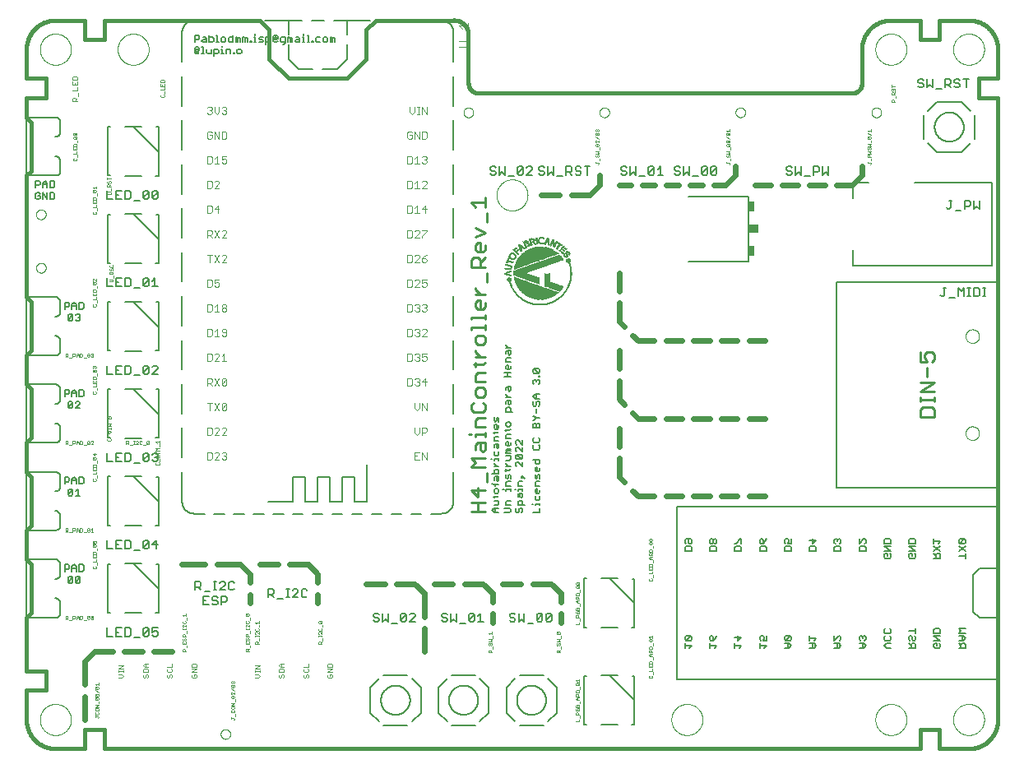
<source format=gto>
G75*
%MOIN*%
%OFA0B0*%
%FSLAX25Y25*%
%IPPOS*%
%LPD*%
%AMOC8*
5,1,8,0,0,1.08239X$1,22.5*
%
%ADD10C,0.00000*%
%ADD11C,0.00500*%
%ADD12C,0.01000*%
%ADD13C,0.00600*%
%ADD14C,0.00400*%
%ADD15C,0.00200*%
%ADD16C,0.01600*%
%ADD17C,0.02400*%
%ADD18R,0.00028X0.01516*%
%ADD19R,0.00028X0.02260*%
%ADD20R,0.00028X0.02949*%
%ADD21R,0.00028X0.03390*%
%ADD22R,0.00028X0.03776*%
%ADD23R,0.00028X0.04106*%
%ADD24R,0.00028X0.04437*%
%ADD25R,0.00028X0.04713*%
%ADD26R,0.00028X0.04988*%
%ADD27R,0.00028X0.05264*%
%ADD28R,0.00028X0.05594*%
%ADD29R,0.00028X0.05815*%
%ADD30R,0.00028X0.06035*%
%ADD31R,0.00028X0.06256*%
%ADD32R,0.00028X0.06476*%
%ADD33R,0.00028X0.02783*%
%ADD34R,0.00028X0.02756*%
%ADD35R,0.00028X0.02453*%
%ADD36R,0.00028X0.02287*%
%ADD37R,0.00028X0.02122*%
%ADD38R,0.00028X0.00331*%
%ADD39R,0.00028X0.02012*%
%ADD40R,0.00028X0.00524*%
%ADD41R,0.00028X0.01846*%
%ADD42R,0.00028X0.01874*%
%ADD43R,0.00028X0.00661*%
%ADD44R,0.00028X0.01791*%
%ADD45R,0.00028X0.00772*%
%ADD46R,0.00028X0.01709*%
%ADD47R,0.00028X0.00882*%
%ADD48R,0.00028X0.01654*%
%ADD49R,0.00028X0.00937*%
%ADD50R,0.00028X0.01626*%
%ADD51R,0.00028X0.01047*%
%ADD52R,0.00028X0.01598*%
%ADD53R,0.00028X0.01130*%
%ADD54R,0.00028X0.00551*%
%ADD55R,0.00028X0.01543*%
%ADD56R,0.00028X0.01213*%
%ADD57R,0.00028X0.00689*%
%ADD58R,0.00028X0.01461*%
%ADD59R,0.00028X0.01240*%
%ADD60R,0.00028X0.01295*%
%ADD61R,0.00028X0.00854*%
%ADD62R,0.00028X0.01406*%
%ADD63R,0.00028X0.01323*%
%ADD64R,0.00028X0.01378*%
%ADD65R,0.00028X0.02701*%
%ADD66R,0.00028X0.00992*%
%ADD67R,0.00028X0.01350*%
%ADD68R,0.00028X0.02646*%
%ADD69R,0.00028X0.02535*%
%ADD70R,0.00028X0.02480*%
%ADD71R,0.00028X0.01020*%
%ADD72R,0.00028X0.02425*%
%ADD73R,0.00028X0.01268*%
%ADD74R,0.00028X0.02315*%
%ADD75R,0.00028X0.00965*%
%ADD76R,0.00028X0.02232*%
%ADD77R,0.00028X0.00909*%
%ADD78R,0.00028X0.00028*%
%ADD79R,0.00028X0.02177*%
%ADD80R,0.00028X0.00110*%
%ADD81R,0.00028X0.01185*%
%ADD82R,0.00028X0.02094*%
%ADD83R,0.00028X0.00799*%
%ADD84R,0.00028X0.00165*%
%ADD85R,0.00028X0.02039*%
%ADD86R,0.00028X0.00220*%
%ADD87R,0.00028X0.01157*%
%ADD88R,0.00028X0.01957*%
%ADD89R,0.00028X0.00717*%
%ADD90R,0.00028X0.00276*%
%ADD91R,0.00028X0.00634*%
%ADD92R,0.00028X0.00303*%
%ADD93R,0.00028X0.01819*%
%ADD94R,0.00028X0.00579*%
%ADD95R,0.00028X0.00358*%
%ADD96R,0.00028X0.01102*%
%ADD97R,0.00028X0.01736*%
%ADD98R,0.00028X0.00496*%
%ADD99R,0.00028X0.00386*%
%ADD100R,0.00028X0.01075*%
%ADD101R,0.00028X0.00469*%
%ADD102R,0.00028X0.00413*%
%ADD103R,0.00028X0.00055*%
%ADD104R,0.00028X0.00083*%
%ADD105R,0.00028X0.00606*%
%ADD106R,0.00028X0.00138*%
%ADD107R,0.00028X0.01681*%
%ADD108R,0.00028X0.00744*%
%ADD109R,0.00028X0.01488*%
%ADD110R,0.00028X0.01433*%
%ADD111R,0.00028X0.00827*%
%ADD112R,0.00028X0.00193*%
%ADD113R,0.00028X0.00441*%
%ADD114R,0.00028X0.00248*%
%ADD115R,0.00028X0.01571*%
%ADD116R,0.00028X0.01764*%
%ADD117R,0.00028X0.01929*%
%ADD118R,0.00028X0.01984*%
%ADD119R,0.00028X0.02067*%
%ADD120R,0.00028X0.02150*%
%ADD121R,0.00028X0.02205*%
%ADD122R,0.00028X0.02398*%
%ADD123R,0.00028X0.01902*%
%ADD124R,0.00028X0.02343*%
%ADD125R,0.00028X0.02370*%
%ADD126R,0.00028X0.02508*%
%ADD127R,0.00028X0.02563*%
%ADD128R,0.00028X0.02591*%
%ADD129R,0.00028X0.02618*%
%ADD130R,0.00028X0.02673*%
%ADD131R,0.00028X0.02728*%
%ADD132R,0.00028X0.02811*%
%ADD133R,0.00028X0.02839*%
%ADD134R,0.00028X0.02866*%
%ADD135R,0.00028X0.02894*%
%ADD136R,0.00028X0.02921*%
%ADD137R,0.00028X0.03004*%
%ADD138R,0.00028X0.03031*%
%ADD139R,0.00028X0.03059*%
%ADD140R,0.00028X0.03087*%
%ADD141R,0.00028X0.03114*%
%ADD142R,0.00028X0.03142*%
%ADD143R,0.00028X0.03169*%
%ADD144R,0.00028X0.03197*%
%ADD145R,0.00028X0.03224*%
%ADD146R,0.00028X0.03252*%
%ADD147R,0.00028X0.03280*%
%ADD148R,0.00028X0.03307*%
%ADD149R,0.00028X0.03335*%
%ADD150R,0.00028X0.03362*%
%ADD151R,0.00028X0.03417*%
%ADD152R,0.00028X0.03445*%
%ADD153R,0.00028X0.03472*%
%ADD154R,0.00028X0.03500*%
%ADD155R,0.00028X0.05732*%
%ADD156R,0.00028X0.05705*%
%ADD157R,0.00028X0.03528*%
%ADD158R,0.00028X0.05677*%
%ADD159R,0.00028X0.03555*%
%ADD160R,0.00028X0.03583*%
%ADD161R,0.00028X0.03610*%
%ADD162R,0.00028X0.05650*%
%ADD163R,0.00028X0.03638*%
%ADD164R,0.00028X0.03665*%
%ADD165R,0.00028X0.05622*%
%ADD166R,0.00028X0.03693*%
%ADD167R,0.00028X0.03720*%
%ADD168R,0.00028X0.03748*%
%ADD169R,0.00028X0.05567*%
%ADD170R,0.00028X0.03803*%
%ADD171R,0.00028X0.05539*%
%ADD172R,0.00028X0.03831*%
%ADD173R,0.00028X0.03858*%
%ADD174R,0.00028X0.03886*%
%ADD175R,0.00028X0.05512*%
%ADD176R,0.00028X0.03913*%
%ADD177R,0.00028X0.05484*%
%ADD178R,0.00028X0.03941*%
%ADD179R,0.00028X0.03969*%
%ADD180R,0.00028X0.05457*%
%ADD181R,0.00028X0.03996*%
%ADD182R,0.00028X0.04024*%
%ADD183R,0.00028X0.05429*%
%ADD184R,0.00028X0.04051*%
%ADD185R,0.00028X0.04079*%
%ADD186R,0.00028X0.05402*%
%ADD187R,0.00028X0.04134*%
%ADD188R,0.00028X0.05374*%
%ADD189R,0.00028X0.04161*%
%ADD190R,0.00028X0.05346*%
%ADD191R,0.00028X0.04189*%
%ADD192R,0.00028X0.04217*%
%ADD193R,0.00028X0.05319*%
%ADD194R,0.00028X0.04244*%
%ADD195R,0.00028X0.04272*%
%ADD196R,0.00028X0.05291*%
%ADD197R,0.00028X0.04299*%
%ADD198R,0.00028X0.04327*%
%ADD199R,0.00028X0.04354*%
%ADD200R,0.00028X0.05236*%
%ADD201R,0.00028X0.04382*%
%ADD202R,0.00028X0.04409*%
%ADD203R,0.00028X0.05209*%
%ADD204R,0.00028X0.04465*%
%ADD205R,0.00028X0.05181*%
%ADD206R,0.00028X0.04492*%
%ADD207R,0.00028X0.05154*%
%ADD208R,0.00028X0.04520*%
%ADD209R,0.00028X0.04547*%
%ADD210R,0.00028X0.05126*%
%ADD211R,0.00028X0.04575*%
%ADD212R,0.00028X0.05098*%
%ADD213R,0.00028X0.04602*%
%ADD214R,0.00028X0.04630*%
%ADD215R,0.00028X0.05071*%
%ADD216R,0.00028X0.04657*%
%ADD217R,0.00028X0.05043*%
%ADD218R,0.00028X0.04685*%
%ADD219R,0.00028X0.05016*%
%ADD220R,0.00028X0.04740*%
%ADD221R,0.00028X0.04768*%
%ADD222R,0.00028X0.04795*%
%ADD223R,0.00028X0.04823*%
%ADD224R,0.00028X0.04850*%
%ADD225R,0.00028X0.04878*%
%ADD226R,0.00028X0.04906*%
%ADD227R,0.00028X0.04933*%
%ADD228R,0.00028X0.04961*%
%ADD229R,0.00028X0.05760*%
%ADD230R,0.00028X0.05787*%
%ADD231R,0.00028X0.05843*%
%ADD232R,0.00028X0.05870*%
%ADD233R,0.00028X0.05898*%
%ADD234R,0.00028X0.05925*%
%ADD235R,0.00028X0.05953*%
%ADD236R,0.00028X0.05980*%
%ADD237R,0.00028X0.06008*%
%ADD238R,0.00028X0.06063*%
%ADD239R,0.00028X0.06091*%
%ADD240R,0.00028X0.06118*%
%ADD241R,0.00028X0.06146*%
%ADD242R,0.00028X0.02976*%
%ADD243R,0.02362X0.04488*%
%ADD244R,0.03937X0.03465*%
%ADD245C,0.00800*%
%ADD246C,0.00300*%
D10*
X0051847Y0030793D02*
X0051849Y0030951D01*
X0051855Y0031109D01*
X0051865Y0031267D01*
X0051879Y0031425D01*
X0051897Y0031582D01*
X0051918Y0031739D01*
X0051944Y0031895D01*
X0051974Y0032051D01*
X0052007Y0032206D01*
X0052045Y0032359D01*
X0052086Y0032512D01*
X0052131Y0032664D01*
X0052180Y0032815D01*
X0052233Y0032964D01*
X0052289Y0033112D01*
X0052349Y0033258D01*
X0052413Y0033403D01*
X0052481Y0033546D01*
X0052552Y0033688D01*
X0052626Y0033828D01*
X0052704Y0033965D01*
X0052786Y0034101D01*
X0052870Y0034235D01*
X0052959Y0034366D01*
X0053050Y0034495D01*
X0053145Y0034622D01*
X0053242Y0034747D01*
X0053343Y0034869D01*
X0053447Y0034988D01*
X0053554Y0035105D01*
X0053664Y0035219D01*
X0053777Y0035330D01*
X0053892Y0035439D01*
X0054010Y0035544D01*
X0054131Y0035646D01*
X0054254Y0035746D01*
X0054380Y0035842D01*
X0054508Y0035935D01*
X0054638Y0036025D01*
X0054771Y0036111D01*
X0054906Y0036195D01*
X0055042Y0036274D01*
X0055181Y0036351D01*
X0055322Y0036423D01*
X0055464Y0036493D01*
X0055608Y0036558D01*
X0055754Y0036620D01*
X0055901Y0036678D01*
X0056050Y0036733D01*
X0056200Y0036784D01*
X0056351Y0036831D01*
X0056503Y0036874D01*
X0056656Y0036913D01*
X0056811Y0036949D01*
X0056966Y0036980D01*
X0057122Y0037008D01*
X0057278Y0037032D01*
X0057435Y0037052D01*
X0057593Y0037068D01*
X0057750Y0037080D01*
X0057909Y0037088D01*
X0058067Y0037092D01*
X0058225Y0037092D01*
X0058383Y0037088D01*
X0058542Y0037080D01*
X0058699Y0037068D01*
X0058857Y0037052D01*
X0059014Y0037032D01*
X0059170Y0037008D01*
X0059326Y0036980D01*
X0059481Y0036949D01*
X0059636Y0036913D01*
X0059789Y0036874D01*
X0059941Y0036831D01*
X0060092Y0036784D01*
X0060242Y0036733D01*
X0060391Y0036678D01*
X0060538Y0036620D01*
X0060684Y0036558D01*
X0060828Y0036493D01*
X0060970Y0036423D01*
X0061111Y0036351D01*
X0061250Y0036274D01*
X0061386Y0036195D01*
X0061521Y0036111D01*
X0061654Y0036025D01*
X0061784Y0035935D01*
X0061912Y0035842D01*
X0062038Y0035746D01*
X0062161Y0035646D01*
X0062282Y0035544D01*
X0062400Y0035439D01*
X0062515Y0035330D01*
X0062628Y0035219D01*
X0062738Y0035105D01*
X0062845Y0034988D01*
X0062949Y0034869D01*
X0063050Y0034747D01*
X0063147Y0034622D01*
X0063242Y0034495D01*
X0063333Y0034366D01*
X0063422Y0034235D01*
X0063506Y0034101D01*
X0063588Y0033965D01*
X0063666Y0033828D01*
X0063740Y0033688D01*
X0063811Y0033546D01*
X0063879Y0033403D01*
X0063943Y0033258D01*
X0064003Y0033112D01*
X0064059Y0032964D01*
X0064112Y0032815D01*
X0064161Y0032664D01*
X0064206Y0032512D01*
X0064247Y0032359D01*
X0064285Y0032206D01*
X0064318Y0032051D01*
X0064348Y0031895D01*
X0064374Y0031739D01*
X0064395Y0031582D01*
X0064413Y0031425D01*
X0064427Y0031267D01*
X0064437Y0031109D01*
X0064443Y0030951D01*
X0064445Y0030793D01*
X0064443Y0030635D01*
X0064437Y0030477D01*
X0064427Y0030319D01*
X0064413Y0030161D01*
X0064395Y0030004D01*
X0064374Y0029847D01*
X0064348Y0029691D01*
X0064318Y0029535D01*
X0064285Y0029380D01*
X0064247Y0029227D01*
X0064206Y0029074D01*
X0064161Y0028922D01*
X0064112Y0028771D01*
X0064059Y0028622D01*
X0064003Y0028474D01*
X0063943Y0028328D01*
X0063879Y0028183D01*
X0063811Y0028040D01*
X0063740Y0027898D01*
X0063666Y0027758D01*
X0063588Y0027621D01*
X0063506Y0027485D01*
X0063422Y0027351D01*
X0063333Y0027220D01*
X0063242Y0027091D01*
X0063147Y0026964D01*
X0063050Y0026839D01*
X0062949Y0026717D01*
X0062845Y0026598D01*
X0062738Y0026481D01*
X0062628Y0026367D01*
X0062515Y0026256D01*
X0062400Y0026147D01*
X0062282Y0026042D01*
X0062161Y0025940D01*
X0062038Y0025840D01*
X0061912Y0025744D01*
X0061784Y0025651D01*
X0061654Y0025561D01*
X0061521Y0025475D01*
X0061386Y0025391D01*
X0061250Y0025312D01*
X0061111Y0025235D01*
X0060970Y0025163D01*
X0060828Y0025093D01*
X0060684Y0025028D01*
X0060538Y0024966D01*
X0060391Y0024908D01*
X0060242Y0024853D01*
X0060092Y0024802D01*
X0059941Y0024755D01*
X0059789Y0024712D01*
X0059636Y0024673D01*
X0059481Y0024637D01*
X0059326Y0024606D01*
X0059170Y0024578D01*
X0059014Y0024554D01*
X0058857Y0024534D01*
X0058699Y0024518D01*
X0058542Y0024506D01*
X0058383Y0024498D01*
X0058225Y0024494D01*
X0058067Y0024494D01*
X0057909Y0024498D01*
X0057750Y0024506D01*
X0057593Y0024518D01*
X0057435Y0024534D01*
X0057278Y0024554D01*
X0057122Y0024578D01*
X0056966Y0024606D01*
X0056811Y0024637D01*
X0056656Y0024673D01*
X0056503Y0024712D01*
X0056351Y0024755D01*
X0056200Y0024802D01*
X0056050Y0024853D01*
X0055901Y0024908D01*
X0055754Y0024966D01*
X0055608Y0025028D01*
X0055464Y0025093D01*
X0055322Y0025163D01*
X0055181Y0025235D01*
X0055042Y0025312D01*
X0054906Y0025391D01*
X0054771Y0025475D01*
X0054638Y0025561D01*
X0054508Y0025651D01*
X0054380Y0025744D01*
X0054254Y0025840D01*
X0054131Y0025940D01*
X0054010Y0026042D01*
X0053892Y0026147D01*
X0053777Y0026256D01*
X0053664Y0026367D01*
X0053554Y0026481D01*
X0053447Y0026598D01*
X0053343Y0026717D01*
X0053242Y0026839D01*
X0053145Y0026964D01*
X0053050Y0027091D01*
X0052959Y0027220D01*
X0052870Y0027351D01*
X0052786Y0027485D01*
X0052704Y0027621D01*
X0052626Y0027758D01*
X0052552Y0027898D01*
X0052481Y0028040D01*
X0052413Y0028183D01*
X0052349Y0028328D01*
X0052289Y0028474D01*
X0052233Y0028622D01*
X0052180Y0028771D01*
X0052131Y0028922D01*
X0052086Y0029074D01*
X0052045Y0029227D01*
X0052007Y0029380D01*
X0051974Y0029535D01*
X0051944Y0029691D01*
X0051918Y0029847D01*
X0051897Y0030004D01*
X0051879Y0030161D01*
X0051865Y0030319D01*
X0051855Y0030477D01*
X0051849Y0030635D01*
X0051847Y0030793D01*
X0125074Y0024887D02*
X0125076Y0024975D01*
X0125082Y0025063D01*
X0125092Y0025151D01*
X0125106Y0025239D01*
X0125123Y0025325D01*
X0125145Y0025411D01*
X0125170Y0025495D01*
X0125200Y0025579D01*
X0125232Y0025661D01*
X0125269Y0025741D01*
X0125309Y0025820D01*
X0125353Y0025897D01*
X0125400Y0025972D01*
X0125450Y0026044D01*
X0125504Y0026115D01*
X0125560Y0026182D01*
X0125620Y0026248D01*
X0125682Y0026310D01*
X0125748Y0026370D01*
X0125815Y0026426D01*
X0125886Y0026480D01*
X0125958Y0026530D01*
X0126033Y0026577D01*
X0126110Y0026621D01*
X0126189Y0026661D01*
X0126269Y0026698D01*
X0126351Y0026730D01*
X0126435Y0026760D01*
X0126519Y0026785D01*
X0126605Y0026807D01*
X0126691Y0026824D01*
X0126779Y0026838D01*
X0126867Y0026848D01*
X0126955Y0026854D01*
X0127043Y0026856D01*
X0127131Y0026854D01*
X0127219Y0026848D01*
X0127307Y0026838D01*
X0127395Y0026824D01*
X0127481Y0026807D01*
X0127567Y0026785D01*
X0127651Y0026760D01*
X0127735Y0026730D01*
X0127817Y0026698D01*
X0127897Y0026661D01*
X0127976Y0026621D01*
X0128053Y0026577D01*
X0128128Y0026530D01*
X0128200Y0026480D01*
X0128271Y0026426D01*
X0128338Y0026370D01*
X0128404Y0026310D01*
X0128466Y0026248D01*
X0128526Y0026182D01*
X0128582Y0026115D01*
X0128636Y0026044D01*
X0128686Y0025972D01*
X0128733Y0025897D01*
X0128777Y0025820D01*
X0128817Y0025741D01*
X0128854Y0025661D01*
X0128886Y0025579D01*
X0128916Y0025495D01*
X0128941Y0025411D01*
X0128963Y0025325D01*
X0128980Y0025239D01*
X0128994Y0025151D01*
X0129004Y0025063D01*
X0129010Y0024975D01*
X0129012Y0024887D01*
X0129010Y0024799D01*
X0129004Y0024711D01*
X0128994Y0024623D01*
X0128980Y0024535D01*
X0128963Y0024449D01*
X0128941Y0024363D01*
X0128916Y0024279D01*
X0128886Y0024195D01*
X0128854Y0024113D01*
X0128817Y0024033D01*
X0128777Y0023954D01*
X0128733Y0023877D01*
X0128686Y0023802D01*
X0128636Y0023730D01*
X0128582Y0023659D01*
X0128526Y0023592D01*
X0128466Y0023526D01*
X0128404Y0023464D01*
X0128338Y0023404D01*
X0128271Y0023348D01*
X0128200Y0023294D01*
X0128128Y0023244D01*
X0128053Y0023197D01*
X0127976Y0023153D01*
X0127897Y0023113D01*
X0127817Y0023076D01*
X0127735Y0023044D01*
X0127651Y0023014D01*
X0127567Y0022989D01*
X0127481Y0022967D01*
X0127395Y0022950D01*
X0127307Y0022936D01*
X0127219Y0022926D01*
X0127131Y0022920D01*
X0127043Y0022918D01*
X0126955Y0022920D01*
X0126867Y0022926D01*
X0126779Y0022936D01*
X0126691Y0022950D01*
X0126605Y0022967D01*
X0126519Y0022989D01*
X0126435Y0023014D01*
X0126351Y0023044D01*
X0126269Y0023076D01*
X0126189Y0023113D01*
X0126110Y0023153D01*
X0126033Y0023197D01*
X0125958Y0023244D01*
X0125886Y0023294D01*
X0125815Y0023348D01*
X0125748Y0023404D01*
X0125682Y0023464D01*
X0125620Y0023526D01*
X0125560Y0023592D01*
X0125504Y0023659D01*
X0125450Y0023730D01*
X0125400Y0023802D01*
X0125353Y0023877D01*
X0125309Y0023954D01*
X0125269Y0024033D01*
X0125232Y0024113D01*
X0125200Y0024195D01*
X0125170Y0024279D01*
X0125145Y0024363D01*
X0125123Y0024449D01*
X0125106Y0024535D01*
X0125092Y0024623D01*
X0125082Y0024711D01*
X0125076Y0024799D01*
X0125074Y0024887D01*
X0125076Y0024975D01*
X0125082Y0025063D01*
X0125092Y0025151D01*
X0125106Y0025239D01*
X0125123Y0025325D01*
X0125145Y0025411D01*
X0125170Y0025495D01*
X0125200Y0025579D01*
X0125232Y0025661D01*
X0125269Y0025741D01*
X0125309Y0025820D01*
X0125353Y0025897D01*
X0125400Y0025972D01*
X0125450Y0026044D01*
X0125504Y0026115D01*
X0125560Y0026182D01*
X0125620Y0026248D01*
X0125682Y0026310D01*
X0125748Y0026370D01*
X0125815Y0026426D01*
X0125886Y0026480D01*
X0125958Y0026530D01*
X0126033Y0026577D01*
X0126110Y0026621D01*
X0126189Y0026661D01*
X0126269Y0026698D01*
X0126351Y0026730D01*
X0126435Y0026760D01*
X0126519Y0026785D01*
X0126605Y0026807D01*
X0126691Y0026824D01*
X0126779Y0026838D01*
X0126867Y0026848D01*
X0126955Y0026854D01*
X0127043Y0026856D01*
X0127131Y0026854D01*
X0127219Y0026848D01*
X0127307Y0026838D01*
X0127395Y0026824D01*
X0127481Y0026807D01*
X0127567Y0026785D01*
X0127651Y0026760D01*
X0127735Y0026730D01*
X0127817Y0026698D01*
X0127897Y0026661D01*
X0127976Y0026621D01*
X0128053Y0026577D01*
X0128128Y0026530D01*
X0128200Y0026480D01*
X0128271Y0026426D01*
X0128338Y0026370D01*
X0128404Y0026310D01*
X0128466Y0026248D01*
X0128526Y0026182D01*
X0128582Y0026115D01*
X0128636Y0026044D01*
X0128686Y0025972D01*
X0128733Y0025897D01*
X0128777Y0025820D01*
X0128817Y0025741D01*
X0128854Y0025661D01*
X0128886Y0025579D01*
X0128916Y0025495D01*
X0128941Y0025411D01*
X0128963Y0025325D01*
X0128980Y0025239D01*
X0128994Y0025151D01*
X0129004Y0025063D01*
X0129010Y0024975D01*
X0129012Y0024887D01*
X0129010Y0024799D01*
X0129004Y0024711D01*
X0128994Y0024623D01*
X0128980Y0024535D01*
X0128963Y0024449D01*
X0128941Y0024363D01*
X0128916Y0024279D01*
X0128886Y0024195D01*
X0128854Y0024113D01*
X0128817Y0024033D01*
X0128777Y0023954D01*
X0128733Y0023877D01*
X0128686Y0023802D01*
X0128636Y0023730D01*
X0128582Y0023659D01*
X0128526Y0023592D01*
X0128466Y0023526D01*
X0128404Y0023464D01*
X0128338Y0023404D01*
X0128271Y0023348D01*
X0128200Y0023294D01*
X0128128Y0023244D01*
X0128053Y0023197D01*
X0127976Y0023153D01*
X0127897Y0023113D01*
X0127817Y0023076D01*
X0127735Y0023044D01*
X0127651Y0023014D01*
X0127567Y0022989D01*
X0127481Y0022967D01*
X0127395Y0022950D01*
X0127307Y0022936D01*
X0127219Y0022926D01*
X0127131Y0022920D01*
X0127043Y0022918D01*
X0126955Y0022920D01*
X0126867Y0022926D01*
X0126779Y0022936D01*
X0126691Y0022950D01*
X0126605Y0022967D01*
X0126519Y0022989D01*
X0126435Y0023014D01*
X0126351Y0023044D01*
X0126269Y0023076D01*
X0126189Y0023113D01*
X0126110Y0023153D01*
X0126033Y0023197D01*
X0125958Y0023244D01*
X0125886Y0023294D01*
X0125815Y0023348D01*
X0125748Y0023404D01*
X0125682Y0023464D01*
X0125620Y0023526D01*
X0125560Y0023592D01*
X0125504Y0023659D01*
X0125450Y0023730D01*
X0125400Y0023802D01*
X0125353Y0023877D01*
X0125309Y0023954D01*
X0125269Y0024033D01*
X0125232Y0024113D01*
X0125200Y0024195D01*
X0125170Y0024279D01*
X0125145Y0024363D01*
X0125123Y0024449D01*
X0125106Y0024535D01*
X0125092Y0024623D01*
X0125082Y0024711D01*
X0125076Y0024799D01*
X0125074Y0024887D01*
X0307752Y0030793D02*
X0307754Y0030951D01*
X0307760Y0031109D01*
X0307770Y0031267D01*
X0307784Y0031425D01*
X0307802Y0031582D01*
X0307823Y0031739D01*
X0307849Y0031895D01*
X0307879Y0032051D01*
X0307912Y0032206D01*
X0307950Y0032359D01*
X0307991Y0032512D01*
X0308036Y0032664D01*
X0308085Y0032815D01*
X0308138Y0032964D01*
X0308194Y0033112D01*
X0308254Y0033258D01*
X0308318Y0033403D01*
X0308386Y0033546D01*
X0308457Y0033688D01*
X0308531Y0033828D01*
X0308609Y0033965D01*
X0308691Y0034101D01*
X0308775Y0034235D01*
X0308864Y0034366D01*
X0308955Y0034495D01*
X0309050Y0034622D01*
X0309147Y0034747D01*
X0309248Y0034869D01*
X0309352Y0034988D01*
X0309459Y0035105D01*
X0309569Y0035219D01*
X0309682Y0035330D01*
X0309797Y0035439D01*
X0309915Y0035544D01*
X0310036Y0035646D01*
X0310159Y0035746D01*
X0310285Y0035842D01*
X0310413Y0035935D01*
X0310543Y0036025D01*
X0310676Y0036111D01*
X0310811Y0036195D01*
X0310947Y0036274D01*
X0311086Y0036351D01*
X0311227Y0036423D01*
X0311369Y0036493D01*
X0311513Y0036558D01*
X0311659Y0036620D01*
X0311806Y0036678D01*
X0311955Y0036733D01*
X0312105Y0036784D01*
X0312256Y0036831D01*
X0312408Y0036874D01*
X0312561Y0036913D01*
X0312716Y0036949D01*
X0312871Y0036980D01*
X0313027Y0037008D01*
X0313183Y0037032D01*
X0313340Y0037052D01*
X0313498Y0037068D01*
X0313655Y0037080D01*
X0313814Y0037088D01*
X0313972Y0037092D01*
X0314130Y0037092D01*
X0314288Y0037088D01*
X0314447Y0037080D01*
X0314604Y0037068D01*
X0314762Y0037052D01*
X0314919Y0037032D01*
X0315075Y0037008D01*
X0315231Y0036980D01*
X0315386Y0036949D01*
X0315541Y0036913D01*
X0315694Y0036874D01*
X0315846Y0036831D01*
X0315997Y0036784D01*
X0316147Y0036733D01*
X0316296Y0036678D01*
X0316443Y0036620D01*
X0316589Y0036558D01*
X0316733Y0036493D01*
X0316875Y0036423D01*
X0317016Y0036351D01*
X0317155Y0036274D01*
X0317291Y0036195D01*
X0317426Y0036111D01*
X0317559Y0036025D01*
X0317689Y0035935D01*
X0317817Y0035842D01*
X0317943Y0035746D01*
X0318066Y0035646D01*
X0318187Y0035544D01*
X0318305Y0035439D01*
X0318420Y0035330D01*
X0318533Y0035219D01*
X0318643Y0035105D01*
X0318750Y0034988D01*
X0318854Y0034869D01*
X0318955Y0034747D01*
X0319052Y0034622D01*
X0319147Y0034495D01*
X0319238Y0034366D01*
X0319327Y0034235D01*
X0319411Y0034101D01*
X0319493Y0033965D01*
X0319571Y0033828D01*
X0319645Y0033688D01*
X0319716Y0033546D01*
X0319784Y0033403D01*
X0319848Y0033258D01*
X0319908Y0033112D01*
X0319964Y0032964D01*
X0320017Y0032815D01*
X0320066Y0032664D01*
X0320111Y0032512D01*
X0320152Y0032359D01*
X0320190Y0032206D01*
X0320223Y0032051D01*
X0320253Y0031895D01*
X0320279Y0031739D01*
X0320300Y0031582D01*
X0320318Y0031425D01*
X0320332Y0031267D01*
X0320342Y0031109D01*
X0320348Y0030951D01*
X0320350Y0030793D01*
X0320348Y0030635D01*
X0320342Y0030477D01*
X0320332Y0030319D01*
X0320318Y0030161D01*
X0320300Y0030004D01*
X0320279Y0029847D01*
X0320253Y0029691D01*
X0320223Y0029535D01*
X0320190Y0029380D01*
X0320152Y0029227D01*
X0320111Y0029074D01*
X0320066Y0028922D01*
X0320017Y0028771D01*
X0319964Y0028622D01*
X0319908Y0028474D01*
X0319848Y0028328D01*
X0319784Y0028183D01*
X0319716Y0028040D01*
X0319645Y0027898D01*
X0319571Y0027758D01*
X0319493Y0027621D01*
X0319411Y0027485D01*
X0319327Y0027351D01*
X0319238Y0027220D01*
X0319147Y0027091D01*
X0319052Y0026964D01*
X0318955Y0026839D01*
X0318854Y0026717D01*
X0318750Y0026598D01*
X0318643Y0026481D01*
X0318533Y0026367D01*
X0318420Y0026256D01*
X0318305Y0026147D01*
X0318187Y0026042D01*
X0318066Y0025940D01*
X0317943Y0025840D01*
X0317817Y0025744D01*
X0317689Y0025651D01*
X0317559Y0025561D01*
X0317426Y0025475D01*
X0317291Y0025391D01*
X0317155Y0025312D01*
X0317016Y0025235D01*
X0316875Y0025163D01*
X0316733Y0025093D01*
X0316589Y0025028D01*
X0316443Y0024966D01*
X0316296Y0024908D01*
X0316147Y0024853D01*
X0315997Y0024802D01*
X0315846Y0024755D01*
X0315694Y0024712D01*
X0315541Y0024673D01*
X0315386Y0024637D01*
X0315231Y0024606D01*
X0315075Y0024578D01*
X0314919Y0024554D01*
X0314762Y0024534D01*
X0314604Y0024518D01*
X0314447Y0024506D01*
X0314288Y0024498D01*
X0314130Y0024494D01*
X0313972Y0024494D01*
X0313814Y0024498D01*
X0313655Y0024506D01*
X0313498Y0024518D01*
X0313340Y0024534D01*
X0313183Y0024554D01*
X0313027Y0024578D01*
X0312871Y0024606D01*
X0312716Y0024637D01*
X0312561Y0024673D01*
X0312408Y0024712D01*
X0312256Y0024755D01*
X0312105Y0024802D01*
X0311955Y0024853D01*
X0311806Y0024908D01*
X0311659Y0024966D01*
X0311513Y0025028D01*
X0311369Y0025093D01*
X0311227Y0025163D01*
X0311086Y0025235D01*
X0310947Y0025312D01*
X0310811Y0025391D01*
X0310676Y0025475D01*
X0310543Y0025561D01*
X0310413Y0025651D01*
X0310285Y0025744D01*
X0310159Y0025840D01*
X0310036Y0025940D01*
X0309915Y0026042D01*
X0309797Y0026147D01*
X0309682Y0026256D01*
X0309569Y0026367D01*
X0309459Y0026481D01*
X0309352Y0026598D01*
X0309248Y0026717D01*
X0309147Y0026839D01*
X0309050Y0026964D01*
X0308955Y0027091D01*
X0308864Y0027220D01*
X0308775Y0027351D01*
X0308691Y0027485D01*
X0308609Y0027621D01*
X0308531Y0027758D01*
X0308457Y0027898D01*
X0308386Y0028040D01*
X0308318Y0028183D01*
X0308254Y0028328D01*
X0308194Y0028474D01*
X0308138Y0028622D01*
X0308085Y0028771D01*
X0308036Y0028922D01*
X0307991Y0029074D01*
X0307950Y0029227D01*
X0307912Y0029380D01*
X0307879Y0029535D01*
X0307849Y0029691D01*
X0307823Y0029847D01*
X0307802Y0030004D01*
X0307784Y0030161D01*
X0307770Y0030319D01*
X0307760Y0030477D01*
X0307754Y0030635D01*
X0307752Y0030793D01*
X0390429Y0030793D02*
X0390431Y0030951D01*
X0390437Y0031109D01*
X0390447Y0031267D01*
X0390461Y0031425D01*
X0390479Y0031582D01*
X0390500Y0031739D01*
X0390526Y0031895D01*
X0390556Y0032051D01*
X0390589Y0032206D01*
X0390627Y0032359D01*
X0390668Y0032512D01*
X0390713Y0032664D01*
X0390762Y0032815D01*
X0390815Y0032964D01*
X0390871Y0033112D01*
X0390931Y0033258D01*
X0390995Y0033403D01*
X0391063Y0033546D01*
X0391134Y0033688D01*
X0391208Y0033828D01*
X0391286Y0033965D01*
X0391368Y0034101D01*
X0391452Y0034235D01*
X0391541Y0034366D01*
X0391632Y0034495D01*
X0391727Y0034622D01*
X0391824Y0034747D01*
X0391925Y0034869D01*
X0392029Y0034988D01*
X0392136Y0035105D01*
X0392246Y0035219D01*
X0392359Y0035330D01*
X0392474Y0035439D01*
X0392592Y0035544D01*
X0392713Y0035646D01*
X0392836Y0035746D01*
X0392962Y0035842D01*
X0393090Y0035935D01*
X0393220Y0036025D01*
X0393353Y0036111D01*
X0393488Y0036195D01*
X0393624Y0036274D01*
X0393763Y0036351D01*
X0393904Y0036423D01*
X0394046Y0036493D01*
X0394190Y0036558D01*
X0394336Y0036620D01*
X0394483Y0036678D01*
X0394632Y0036733D01*
X0394782Y0036784D01*
X0394933Y0036831D01*
X0395085Y0036874D01*
X0395238Y0036913D01*
X0395393Y0036949D01*
X0395548Y0036980D01*
X0395704Y0037008D01*
X0395860Y0037032D01*
X0396017Y0037052D01*
X0396175Y0037068D01*
X0396332Y0037080D01*
X0396491Y0037088D01*
X0396649Y0037092D01*
X0396807Y0037092D01*
X0396965Y0037088D01*
X0397124Y0037080D01*
X0397281Y0037068D01*
X0397439Y0037052D01*
X0397596Y0037032D01*
X0397752Y0037008D01*
X0397908Y0036980D01*
X0398063Y0036949D01*
X0398218Y0036913D01*
X0398371Y0036874D01*
X0398523Y0036831D01*
X0398674Y0036784D01*
X0398824Y0036733D01*
X0398973Y0036678D01*
X0399120Y0036620D01*
X0399266Y0036558D01*
X0399410Y0036493D01*
X0399552Y0036423D01*
X0399693Y0036351D01*
X0399832Y0036274D01*
X0399968Y0036195D01*
X0400103Y0036111D01*
X0400236Y0036025D01*
X0400366Y0035935D01*
X0400494Y0035842D01*
X0400620Y0035746D01*
X0400743Y0035646D01*
X0400864Y0035544D01*
X0400982Y0035439D01*
X0401097Y0035330D01*
X0401210Y0035219D01*
X0401320Y0035105D01*
X0401427Y0034988D01*
X0401531Y0034869D01*
X0401632Y0034747D01*
X0401729Y0034622D01*
X0401824Y0034495D01*
X0401915Y0034366D01*
X0402004Y0034235D01*
X0402088Y0034101D01*
X0402170Y0033965D01*
X0402248Y0033828D01*
X0402322Y0033688D01*
X0402393Y0033546D01*
X0402461Y0033403D01*
X0402525Y0033258D01*
X0402585Y0033112D01*
X0402641Y0032964D01*
X0402694Y0032815D01*
X0402743Y0032664D01*
X0402788Y0032512D01*
X0402829Y0032359D01*
X0402867Y0032206D01*
X0402900Y0032051D01*
X0402930Y0031895D01*
X0402956Y0031739D01*
X0402977Y0031582D01*
X0402995Y0031425D01*
X0403009Y0031267D01*
X0403019Y0031109D01*
X0403025Y0030951D01*
X0403027Y0030793D01*
X0403025Y0030635D01*
X0403019Y0030477D01*
X0403009Y0030319D01*
X0402995Y0030161D01*
X0402977Y0030004D01*
X0402956Y0029847D01*
X0402930Y0029691D01*
X0402900Y0029535D01*
X0402867Y0029380D01*
X0402829Y0029227D01*
X0402788Y0029074D01*
X0402743Y0028922D01*
X0402694Y0028771D01*
X0402641Y0028622D01*
X0402585Y0028474D01*
X0402525Y0028328D01*
X0402461Y0028183D01*
X0402393Y0028040D01*
X0402322Y0027898D01*
X0402248Y0027758D01*
X0402170Y0027621D01*
X0402088Y0027485D01*
X0402004Y0027351D01*
X0401915Y0027220D01*
X0401824Y0027091D01*
X0401729Y0026964D01*
X0401632Y0026839D01*
X0401531Y0026717D01*
X0401427Y0026598D01*
X0401320Y0026481D01*
X0401210Y0026367D01*
X0401097Y0026256D01*
X0400982Y0026147D01*
X0400864Y0026042D01*
X0400743Y0025940D01*
X0400620Y0025840D01*
X0400494Y0025744D01*
X0400366Y0025651D01*
X0400236Y0025561D01*
X0400103Y0025475D01*
X0399968Y0025391D01*
X0399832Y0025312D01*
X0399693Y0025235D01*
X0399552Y0025163D01*
X0399410Y0025093D01*
X0399266Y0025028D01*
X0399120Y0024966D01*
X0398973Y0024908D01*
X0398824Y0024853D01*
X0398674Y0024802D01*
X0398523Y0024755D01*
X0398371Y0024712D01*
X0398218Y0024673D01*
X0398063Y0024637D01*
X0397908Y0024606D01*
X0397752Y0024578D01*
X0397596Y0024554D01*
X0397439Y0024534D01*
X0397281Y0024518D01*
X0397124Y0024506D01*
X0396965Y0024498D01*
X0396807Y0024494D01*
X0396649Y0024494D01*
X0396491Y0024498D01*
X0396332Y0024506D01*
X0396175Y0024518D01*
X0396017Y0024534D01*
X0395860Y0024554D01*
X0395704Y0024578D01*
X0395548Y0024606D01*
X0395393Y0024637D01*
X0395238Y0024673D01*
X0395085Y0024712D01*
X0394933Y0024755D01*
X0394782Y0024802D01*
X0394632Y0024853D01*
X0394483Y0024908D01*
X0394336Y0024966D01*
X0394190Y0025028D01*
X0394046Y0025093D01*
X0393904Y0025163D01*
X0393763Y0025235D01*
X0393624Y0025312D01*
X0393488Y0025391D01*
X0393353Y0025475D01*
X0393220Y0025561D01*
X0393090Y0025651D01*
X0392962Y0025744D01*
X0392836Y0025840D01*
X0392713Y0025940D01*
X0392592Y0026042D01*
X0392474Y0026147D01*
X0392359Y0026256D01*
X0392246Y0026367D01*
X0392136Y0026481D01*
X0392029Y0026598D01*
X0391925Y0026717D01*
X0391824Y0026839D01*
X0391727Y0026964D01*
X0391632Y0027091D01*
X0391541Y0027220D01*
X0391452Y0027351D01*
X0391368Y0027485D01*
X0391286Y0027621D01*
X0391208Y0027758D01*
X0391134Y0027898D01*
X0391063Y0028040D01*
X0390995Y0028183D01*
X0390931Y0028328D01*
X0390871Y0028474D01*
X0390815Y0028622D01*
X0390762Y0028771D01*
X0390713Y0028922D01*
X0390668Y0029074D01*
X0390627Y0029227D01*
X0390589Y0029380D01*
X0390556Y0029535D01*
X0390526Y0029691D01*
X0390500Y0029847D01*
X0390479Y0030004D01*
X0390461Y0030161D01*
X0390447Y0030319D01*
X0390437Y0030477D01*
X0390431Y0030635D01*
X0390429Y0030793D01*
X0421925Y0030793D02*
X0421927Y0030951D01*
X0421933Y0031109D01*
X0421943Y0031267D01*
X0421957Y0031425D01*
X0421975Y0031582D01*
X0421996Y0031739D01*
X0422022Y0031895D01*
X0422052Y0032051D01*
X0422085Y0032206D01*
X0422123Y0032359D01*
X0422164Y0032512D01*
X0422209Y0032664D01*
X0422258Y0032815D01*
X0422311Y0032964D01*
X0422367Y0033112D01*
X0422427Y0033258D01*
X0422491Y0033403D01*
X0422559Y0033546D01*
X0422630Y0033688D01*
X0422704Y0033828D01*
X0422782Y0033965D01*
X0422864Y0034101D01*
X0422948Y0034235D01*
X0423037Y0034366D01*
X0423128Y0034495D01*
X0423223Y0034622D01*
X0423320Y0034747D01*
X0423421Y0034869D01*
X0423525Y0034988D01*
X0423632Y0035105D01*
X0423742Y0035219D01*
X0423855Y0035330D01*
X0423970Y0035439D01*
X0424088Y0035544D01*
X0424209Y0035646D01*
X0424332Y0035746D01*
X0424458Y0035842D01*
X0424586Y0035935D01*
X0424716Y0036025D01*
X0424849Y0036111D01*
X0424984Y0036195D01*
X0425120Y0036274D01*
X0425259Y0036351D01*
X0425400Y0036423D01*
X0425542Y0036493D01*
X0425686Y0036558D01*
X0425832Y0036620D01*
X0425979Y0036678D01*
X0426128Y0036733D01*
X0426278Y0036784D01*
X0426429Y0036831D01*
X0426581Y0036874D01*
X0426734Y0036913D01*
X0426889Y0036949D01*
X0427044Y0036980D01*
X0427200Y0037008D01*
X0427356Y0037032D01*
X0427513Y0037052D01*
X0427671Y0037068D01*
X0427828Y0037080D01*
X0427987Y0037088D01*
X0428145Y0037092D01*
X0428303Y0037092D01*
X0428461Y0037088D01*
X0428620Y0037080D01*
X0428777Y0037068D01*
X0428935Y0037052D01*
X0429092Y0037032D01*
X0429248Y0037008D01*
X0429404Y0036980D01*
X0429559Y0036949D01*
X0429714Y0036913D01*
X0429867Y0036874D01*
X0430019Y0036831D01*
X0430170Y0036784D01*
X0430320Y0036733D01*
X0430469Y0036678D01*
X0430616Y0036620D01*
X0430762Y0036558D01*
X0430906Y0036493D01*
X0431048Y0036423D01*
X0431189Y0036351D01*
X0431328Y0036274D01*
X0431464Y0036195D01*
X0431599Y0036111D01*
X0431732Y0036025D01*
X0431862Y0035935D01*
X0431990Y0035842D01*
X0432116Y0035746D01*
X0432239Y0035646D01*
X0432360Y0035544D01*
X0432478Y0035439D01*
X0432593Y0035330D01*
X0432706Y0035219D01*
X0432816Y0035105D01*
X0432923Y0034988D01*
X0433027Y0034869D01*
X0433128Y0034747D01*
X0433225Y0034622D01*
X0433320Y0034495D01*
X0433411Y0034366D01*
X0433500Y0034235D01*
X0433584Y0034101D01*
X0433666Y0033965D01*
X0433744Y0033828D01*
X0433818Y0033688D01*
X0433889Y0033546D01*
X0433957Y0033403D01*
X0434021Y0033258D01*
X0434081Y0033112D01*
X0434137Y0032964D01*
X0434190Y0032815D01*
X0434239Y0032664D01*
X0434284Y0032512D01*
X0434325Y0032359D01*
X0434363Y0032206D01*
X0434396Y0032051D01*
X0434426Y0031895D01*
X0434452Y0031739D01*
X0434473Y0031582D01*
X0434491Y0031425D01*
X0434505Y0031267D01*
X0434515Y0031109D01*
X0434521Y0030951D01*
X0434523Y0030793D01*
X0434521Y0030635D01*
X0434515Y0030477D01*
X0434505Y0030319D01*
X0434491Y0030161D01*
X0434473Y0030004D01*
X0434452Y0029847D01*
X0434426Y0029691D01*
X0434396Y0029535D01*
X0434363Y0029380D01*
X0434325Y0029227D01*
X0434284Y0029074D01*
X0434239Y0028922D01*
X0434190Y0028771D01*
X0434137Y0028622D01*
X0434081Y0028474D01*
X0434021Y0028328D01*
X0433957Y0028183D01*
X0433889Y0028040D01*
X0433818Y0027898D01*
X0433744Y0027758D01*
X0433666Y0027621D01*
X0433584Y0027485D01*
X0433500Y0027351D01*
X0433411Y0027220D01*
X0433320Y0027091D01*
X0433225Y0026964D01*
X0433128Y0026839D01*
X0433027Y0026717D01*
X0432923Y0026598D01*
X0432816Y0026481D01*
X0432706Y0026367D01*
X0432593Y0026256D01*
X0432478Y0026147D01*
X0432360Y0026042D01*
X0432239Y0025940D01*
X0432116Y0025840D01*
X0431990Y0025744D01*
X0431862Y0025651D01*
X0431732Y0025561D01*
X0431599Y0025475D01*
X0431464Y0025391D01*
X0431328Y0025312D01*
X0431189Y0025235D01*
X0431048Y0025163D01*
X0430906Y0025093D01*
X0430762Y0025028D01*
X0430616Y0024966D01*
X0430469Y0024908D01*
X0430320Y0024853D01*
X0430170Y0024802D01*
X0430019Y0024755D01*
X0429867Y0024712D01*
X0429714Y0024673D01*
X0429559Y0024637D01*
X0429404Y0024606D01*
X0429248Y0024578D01*
X0429092Y0024554D01*
X0428935Y0024534D01*
X0428777Y0024518D01*
X0428620Y0024506D01*
X0428461Y0024498D01*
X0428303Y0024494D01*
X0428145Y0024494D01*
X0427987Y0024498D01*
X0427828Y0024506D01*
X0427671Y0024518D01*
X0427513Y0024534D01*
X0427356Y0024554D01*
X0427200Y0024578D01*
X0427044Y0024606D01*
X0426889Y0024637D01*
X0426734Y0024673D01*
X0426581Y0024712D01*
X0426429Y0024755D01*
X0426278Y0024802D01*
X0426128Y0024853D01*
X0425979Y0024908D01*
X0425832Y0024966D01*
X0425686Y0025028D01*
X0425542Y0025093D01*
X0425400Y0025163D01*
X0425259Y0025235D01*
X0425120Y0025312D01*
X0424984Y0025391D01*
X0424849Y0025475D01*
X0424716Y0025561D01*
X0424586Y0025651D01*
X0424458Y0025744D01*
X0424332Y0025840D01*
X0424209Y0025940D01*
X0424088Y0026042D01*
X0423970Y0026147D01*
X0423855Y0026256D01*
X0423742Y0026367D01*
X0423632Y0026481D01*
X0423525Y0026598D01*
X0423421Y0026717D01*
X0423320Y0026839D01*
X0423223Y0026964D01*
X0423128Y0027091D01*
X0423037Y0027220D01*
X0422948Y0027351D01*
X0422864Y0027485D01*
X0422782Y0027621D01*
X0422704Y0027758D01*
X0422630Y0027898D01*
X0422559Y0028040D01*
X0422491Y0028183D01*
X0422427Y0028328D01*
X0422367Y0028474D01*
X0422311Y0028622D01*
X0422258Y0028771D01*
X0422209Y0028922D01*
X0422164Y0029074D01*
X0422123Y0029227D01*
X0422085Y0029380D01*
X0422052Y0029535D01*
X0422022Y0029691D01*
X0421996Y0029847D01*
X0421975Y0030004D01*
X0421957Y0030161D01*
X0421943Y0030319D01*
X0421933Y0030477D01*
X0421927Y0030635D01*
X0421925Y0030793D01*
X0426964Y0146856D02*
X0426966Y0146961D01*
X0426972Y0147066D01*
X0426982Y0147170D01*
X0426996Y0147274D01*
X0427014Y0147378D01*
X0427036Y0147480D01*
X0427061Y0147582D01*
X0427091Y0147683D01*
X0427124Y0147782D01*
X0427161Y0147880D01*
X0427202Y0147977D01*
X0427247Y0148072D01*
X0427295Y0148165D01*
X0427346Y0148257D01*
X0427402Y0148346D01*
X0427460Y0148433D01*
X0427522Y0148518D01*
X0427586Y0148601D01*
X0427654Y0148681D01*
X0427725Y0148758D01*
X0427799Y0148832D01*
X0427876Y0148904D01*
X0427955Y0148973D01*
X0428037Y0149038D01*
X0428121Y0149101D01*
X0428208Y0149160D01*
X0428297Y0149216D01*
X0428388Y0149269D01*
X0428481Y0149318D01*
X0428575Y0149363D01*
X0428671Y0149405D01*
X0428769Y0149443D01*
X0428868Y0149477D01*
X0428969Y0149508D01*
X0429070Y0149534D01*
X0429173Y0149557D01*
X0429276Y0149576D01*
X0429380Y0149591D01*
X0429484Y0149602D01*
X0429589Y0149609D01*
X0429694Y0149612D01*
X0429799Y0149611D01*
X0429904Y0149606D01*
X0430008Y0149597D01*
X0430112Y0149584D01*
X0430216Y0149567D01*
X0430319Y0149546D01*
X0430421Y0149521D01*
X0430522Y0149493D01*
X0430621Y0149460D01*
X0430720Y0149424D01*
X0430817Y0149384D01*
X0430912Y0149341D01*
X0431006Y0149293D01*
X0431098Y0149243D01*
X0431188Y0149189D01*
X0431276Y0149131D01*
X0431361Y0149070D01*
X0431444Y0149006D01*
X0431525Y0148939D01*
X0431603Y0148869D01*
X0431678Y0148795D01*
X0431750Y0148720D01*
X0431820Y0148641D01*
X0431886Y0148560D01*
X0431950Y0148476D01*
X0432010Y0148390D01*
X0432066Y0148302D01*
X0432120Y0148211D01*
X0432170Y0148119D01*
X0432216Y0148025D01*
X0432259Y0147929D01*
X0432298Y0147831D01*
X0432333Y0147733D01*
X0432364Y0147632D01*
X0432392Y0147531D01*
X0432416Y0147429D01*
X0432436Y0147326D01*
X0432452Y0147222D01*
X0432464Y0147118D01*
X0432472Y0147013D01*
X0432476Y0146908D01*
X0432476Y0146804D01*
X0432472Y0146699D01*
X0432464Y0146594D01*
X0432452Y0146490D01*
X0432436Y0146386D01*
X0432416Y0146283D01*
X0432392Y0146181D01*
X0432364Y0146080D01*
X0432333Y0145979D01*
X0432298Y0145881D01*
X0432259Y0145783D01*
X0432216Y0145687D01*
X0432170Y0145593D01*
X0432120Y0145501D01*
X0432066Y0145410D01*
X0432010Y0145322D01*
X0431950Y0145236D01*
X0431886Y0145152D01*
X0431820Y0145071D01*
X0431750Y0144992D01*
X0431678Y0144917D01*
X0431603Y0144843D01*
X0431525Y0144773D01*
X0431444Y0144706D01*
X0431361Y0144642D01*
X0431276Y0144581D01*
X0431188Y0144523D01*
X0431098Y0144469D01*
X0431006Y0144419D01*
X0430912Y0144371D01*
X0430817Y0144328D01*
X0430720Y0144288D01*
X0430621Y0144252D01*
X0430522Y0144219D01*
X0430421Y0144191D01*
X0430319Y0144166D01*
X0430216Y0144145D01*
X0430112Y0144128D01*
X0430008Y0144115D01*
X0429904Y0144106D01*
X0429799Y0144101D01*
X0429694Y0144100D01*
X0429589Y0144103D01*
X0429484Y0144110D01*
X0429380Y0144121D01*
X0429276Y0144136D01*
X0429173Y0144155D01*
X0429070Y0144178D01*
X0428969Y0144204D01*
X0428868Y0144235D01*
X0428769Y0144269D01*
X0428671Y0144307D01*
X0428575Y0144349D01*
X0428481Y0144394D01*
X0428388Y0144443D01*
X0428297Y0144496D01*
X0428208Y0144552D01*
X0428121Y0144611D01*
X0428037Y0144674D01*
X0427955Y0144739D01*
X0427876Y0144808D01*
X0427799Y0144880D01*
X0427725Y0144954D01*
X0427654Y0145031D01*
X0427586Y0145111D01*
X0427522Y0145194D01*
X0427460Y0145279D01*
X0427402Y0145366D01*
X0427346Y0145455D01*
X0427295Y0145547D01*
X0427247Y0145640D01*
X0427202Y0145735D01*
X0427161Y0145832D01*
X0427124Y0145930D01*
X0427091Y0146029D01*
X0427061Y0146130D01*
X0427036Y0146232D01*
X0427014Y0146334D01*
X0426996Y0146438D01*
X0426982Y0146542D01*
X0426972Y0146646D01*
X0426966Y0146751D01*
X0426964Y0146856D01*
X0426964Y0186186D02*
X0426966Y0186291D01*
X0426972Y0186396D01*
X0426982Y0186500D01*
X0426996Y0186604D01*
X0427014Y0186708D01*
X0427036Y0186810D01*
X0427061Y0186912D01*
X0427091Y0187013D01*
X0427124Y0187112D01*
X0427161Y0187210D01*
X0427202Y0187307D01*
X0427247Y0187402D01*
X0427295Y0187495D01*
X0427346Y0187587D01*
X0427402Y0187676D01*
X0427460Y0187763D01*
X0427522Y0187848D01*
X0427586Y0187931D01*
X0427654Y0188011D01*
X0427725Y0188088D01*
X0427799Y0188162D01*
X0427876Y0188234D01*
X0427955Y0188303D01*
X0428037Y0188368D01*
X0428121Y0188431D01*
X0428208Y0188490D01*
X0428297Y0188546D01*
X0428388Y0188599D01*
X0428481Y0188648D01*
X0428575Y0188693D01*
X0428671Y0188735D01*
X0428769Y0188773D01*
X0428868Y0188807D01*
X0428969Y0188838D01*
X0429070Y0188864D01*
X0429173Y0188887D01*
X0429276Y0188906D01*
X0429380Y0188921D01*
X0429484Y0188932D01*
X0429589Y0188939D01*
X0429694Y0188942D01*
X0429799Y0188941D01*
X0429904Y0188936D01*
X0430008Y0188927D01*
X0430112Y0188914D01*
X0430216Y0188897D01*
X0430319Y0188876D01*
X0430421Y0188851D01*
X0430522Y0188823D01*
X0430621Y0188790D01*
X0430720Y0188754D01*
X0430817Y0188714D01*
X0430912Y0188671D01*
X0431006Y0188623D01*
X0431098Y0188573D01*
X0431188Y0188519D01*
X0431276Y0188461D01*
X0431361Y0188400D01*
X0431444Y0188336D01*
X0431525Y0188269D01*
X0431603Y0188199D01*
X0431678Y0188125D01*
X0431750Y0188050D01*
X0431820Y0187971D01*
X0431886Y0187890D01*
X0431950Y0187806D01*
X0432010Y0187720D01*
X0432066Y0187632D01*
X0432120Y0187541D01*
X0432170Y0187449D01*
X0432216Y0187355D01*
X0432259Y0187259D01*
X0432298Y0187161D01*
X0432333Y0187063D01*
X0432364Y0186962D01*
X0432392Y0186861D01*
X0432416Y0186759D01*
X0432436Y0186656D01*
X0432452Y0186552D01*
X0432464Y0186448D01*
X0432472Y0186343D01*
X0432476Y0186238D01*
X0432476Y0186134D01*
X0432472Y0186029D01*
X0432464Y0185924D01*
X0432452Y0185820D01*
X0432436Y0185716D01*
X0432416Y0185613D01*
X0432392Y0185511D01*
X0432364Y0185410D01*
X0432333Y0185309D01*
X0432298Y0185211D01*
X0432259Y0185113D01*
X0432216Y0185017D01*
X0432170Y0184923D01*
X0432120Y0184831D01*
X0432066Y0184740D01*
X0432010Y0184652D01*
X0431950Y0184566D01*
X0431886Y0184482D01*
X0431820Y0184401D01*
X0431750Y0184322D01*
X0431678Y0184247D01*
X0431603Y0184173D01*
X0431525Y0184103D01*
X0431444Y0184036D01*
X0431361Y0183972D01*
X0431276Y0183911D01*
X0431188Y0183853D01*
X0431098Y0183799D01*
X0431006Y0183749D01*
X0430912Y0183701D01*
X0430817Y0183658D01*
X0430720Y0183618D01*
X0430621Y0183582D01*
X0430522Y0183549D01*
X0430421Y0183521D01*
X0430319Y0183496D01*
X0430216Y0183475D01*
X0430112Y0183458D01*
X0430008Y0183445D01*
X0429904Y0183436D01*
X0429799Y0183431D01*
X0429694Y0183430D01*
X0429589Y0183433D01*
X0429484Y0183440D01*
X0429380Y0183451D01*
X0429276Y0183466D01*
X0429173Y0183485D01*
X0429070Y0183508D01*
X0428969Y0183534D01*
X0428868Y0183565D01*
X0428769Y0183599D01*
X0428671Y0183637D01*
X0428575Y0183679D01*
X0428481Y0183724D01*
X0428388Y0183773D01*
X0428297Y0183826D01*
X0428208Y0183882D01*
X0428121Y0183941D01*
X0428037Y0184004D01*
X0427955Y0184069D01*
X0427876Y0184138D01*
X0427799Y0184210D01*
X0427725Y0184284D01*
X0427654Y0184361D01*
X0427586Y0184441D01*
X0427522Y0184524D01*
X0427460Y0184609D01*
X0427402Y0184696D01*
X0427346Y0184785D01*
X0427295Y0184877D01*
X0427247Y0184970D01*
X0427202Y0185065D01*
X0427161Y0185162D01*
X0427124Y0185260D01*
X0427091Y0185359D01*
X0427061Y0185460D01*
X0427036Y0185562D01*
X0427014Y0185664D01*
X0426996Y0185768D01*
X0426982Y0185872D01*
X0426972Y0185976D01*
X0426966Y0186081D01*
X0426964Y0186186D01*
X0388854Y0276856D02*
X0388856Y0276944D01*
X0388862Y0277032D01*
X0388872Y0277120D01*
X0388886Y0277208D01*
X0388903Y0277294D01*
X0388925Y0277380D01*
X0388950Y0277464D01*
X0388980Y0277548D01*
X0389012Y0277630D01*
X0389049Y0277710D01*
X0389089Y0277789D01*
X0389133Y0277866D01*
X0389180Y0277941D01*
X0389230Y0278013D01*
X0389284Y0278084D01*
X0389340Y0278151D01*
X0389400Y0278217D01*
X0389462Y0278279D01*
X0389528Y0278339D01*
X0389595Y0278395D01*
X0389666Y0278449D01*
X0389738Y0278499D01*
X0389813Y0278546D01*
X0389890Y0278590D01*
X0389969Y0278630D01*
X0390049Y0278667D01*
X0390131Y0278699D01*
X0390215Y0278729D01*
X0390299Y0278754D01*
X0390385Y0278776D01*
X0390471Y0278793D01*
X0390559Y0278807D01*
X0390647Y0278817D01*
X0390735Y0278823D01*
X0390823Y0278825D01*
X0390911Y0278823D01*
X0390999Y0278817D01*
X0391087Y0278807D01*
X0391175Y0278793D01*
X0391261Y0278776D01*
X0391347Y0278754D01*
X0391431Y0278729D01*
X0391515Y0278699D01*
X0391597Y0278667D01*
X0391677Y0278630D01*
X0391756Y0278590D01*
X0391833Y0278546D01*
X0391908Y0278499D01*
X0391980Y0278449D01*
X0392051Y0278395D01*
X0392118Y0278339D01*
X0392184Y0278279D01*
X0392246Y0278217D01*
X0392306Y0278151D01*
X0392362Y0278084D01*
X0392416Y0278013D01*
X0392466Y0277941D01*
X0392513Y0277866D01*
X0392557Y0277789D01*
X0392597Y0277710D01*
X0392634Y0277630D01*
X0392666Y0277548D01*
X0392696Y0277464D01*
X0392721Y0277380D01*
X0392743Y0277294D01*
X0392760Y0277208D01*
X0392774Y0277120D01*
X0392784Y0277032D01*
X0392790Y0276944D01*
X0392792Y0276856D01*
X0392790Y0276768D01*
X0392784Y0276680D01*
X0392774Y0276592D01*
X0392760Y0276504D01*
X0392743Y0276418D01*
X0392721Y0276332D01*
X0392696Y0276248D01*
X0392666Y0276164D01*
X0392634Y0276082D01*
X0392597Y0276002D01*
X0392557Y0275923D01*
X0392513Y0275846D01*
X0392466Y0275771D01*
X0392416Y0275699D01*
X0392362Y0275628D01*
X0392306Y0275561D01*
X0392246Y0275495D01*
X0392184Y0275433D01*
X0392118Y0275373D01*
X0392051Y0275317D01*
X0391980Y0275263D01*
X0391908Y0275213D01*
X0391833Y0275166D01*
X0391756Y0275122D01*
X0391677Y0275082D01*
X0391597Y0275045D01*
X0391515Y0275013D01*
X0391431Y0274983D01*
X0391347Y0274958D01*
X0391261Y0274936D01*
X0391175Y0274919D01*
X0391087Y0274905D01*
X0390999Y0274895D01*
X0390911Y0274889D01*
X0390823Y0274887D01*
X0390735Y0274889D01*
X0390647Y0274895D01*
X0390559Y0274905D01*
X0390471Y0274919D01*
X0390385Y0274936D01*
X0390299Y0274958D01*
X0390215Y0274983D01*
X0390131Y0275013D01*
X0390049Y0275045D01*
X0389969Y0275082D01*
X0389890Y0275122D01*
X0389813Y0275166D01*
X0389738Y0275213D01*
X0389666Y0275263D01*
X0389595Y0275317D01*
X0389528Y0275373D01*
X0389462Y0275433D01*
X0389400Y0275495D01*
X0389340Y0275561D01*
X0389284Y0275628D01*
X0389230Y0275699D01*
X0389180Y0275771D01*
X0389133Y0275846D01*
X0389089Y0275923D01*
X0389049Y0276002D01*
X0389012Y0276082D01*
X0388980Y0276164D01*
X0388950Y0276248D01*
X0388925Y0276332D01*
X0388903Y0276418D01*
X0388886Y0276504D01*
X0388872Y0276592D01*
X0388862Y0276680D01*
X0388856Y0276768D01*
X0388854Y0276856D01*
X0390429Y0302446D02*
X0390431Y0302604D01*
X0390437Y0302762D01*
X0390447Y0302920D01*
X0390461Y0303078D01*
X0390479Y0303235D01*
X0390500Y0303392D01*
X0390526Y0303548D01*
X0390556Y0303704D01*
X0390589Y0303859D01*
X0390627Y0304012D01*
X0390668Y0304165D01*
X0390713Y0304317D01*
X0390762Y0304468D01*
X0390815Y0304617D01*
X0390871Y0304765D01*
X0390931Y0304911D01*
X0390995Y0305056D01*
X0391063Y0305199D01*
X0391134Y0305341D01*
X0391208Y0305481D01*
X0391286Y0305618D01*
X0391368Y0305754D01*
X0391452Y0305888D01*
X0391541Y0306019D01*
X0391632Y0306148D01*
X0391727Y0306275D01*
X0391824Y0306400D01*
X0391925Y0306522D01*
X0392029Y0306641D01*
X0392136Y0306758D01*
X0392246Y0306872D01*
X0392359Y0306983D01*
X0392474Y0307092D01*
X0392592Y0307197D01*
X0392713Y0307299D01*
X0392836Y0307399D01*
X0392962Y0307495D01*
X0393090Y0307588D01*
X0393220Y0307678D01*
X0393353Y0307764D01*
X0393488Y0307848D01*
X0393624Y0307927D01*
X0393763Y0308004D01*
X0393904Y0308076D01*
X0394046Y0308146D01*
X0394190Y0308211D01*
X0394336Y0308273D01*
X0394483Y0308331D01*
X0394632Y0308386D01*
X0394782Y0308437D01*
X0394933Y0308484D01*
X0395085Y0308527D01*
X0395238Y0308566D01*
X0395393Y0308602D01*
X0395548Y0308633D01*
X0395704Y0308661D01*
X0395860Y0308685D01*
X0396017Y0308705D01*
X0396175Y0308721D01*
X0396332Y0308733D01*
X0396491Y0308741D01*
X0396649Y0308745D01*
X0396807Y0308745D01*
X0396965Y0308741D01*
X0397124Y0308733D01*
X0397281Y0308721D01*
X0397439Y0308705D01*
X0397596Y0308685D01*
X0397752Y0308661D01*
X0397908Y0308633D01*
X0398063Y0308602D01*
X0398218Y0308566D01*
X0398371Y0308527D01*
X0398523Y0308484D01*
X0398674Y0308437D01*
X0398824Y0308386D01*
X0398973Y0308331D01*
X0399120Y0308273D01*
X0399266Y0308211D01*
X0399410Y0308146D01*
X0399552Y0308076D01*
X0399693Y0308004D01*
X0399832Y0307927D01*
X0399968Y0307848D01*
X0400103Y0307764D01*
X0400236Y0307678D01*
X0400366Y0307588D01*
X0400494Y0307495D01*
X0400620Y0307399D01*
X0400743Y0307299D01*
X0400864Y0307197D01*
X0400982Y0307092D01*
X0401097Y0306983D01*
X0401210Y0306872D01*
X0401320Y0306758D01*
X0401427Y0306641D01*
X0401531Y0306522D01*
X0401632Y0306400D01*
X0401729Y0306275D01*
X0401824Y0306148D01*
X0401915Y0306019D01*
X0402004Y0305888D01*
X0402088Y0305754D01*
X0402170Y0305618D01*
X0402248Y0305481D01*
X0402322Y0305341D01*
X0402393Y0305199D01*
X0402461Y0305056D01*
X0402525Y0304911D01*
X0402585Y0304765D01*
X0402641Y0304617D01*
X0402694Y0304468D01*
X0402743Y0304317D01*
X0402788Y0304165D01*
X0402829Y0304012D01*
X0402867Y0303859D01*
X0402900Y0303704D01*
X0402930Y0303548D01*
X0402956Y0303392D01*
X0402977Y0303235D01*
X0402995Y0303078D01*
X0403009Y0302920D01*
X0403019Y0302762D01*
X0403025Y0302604D01*
X0403027Y0302446D01*
X0403025Y0302288D01*
X0403019Y0302130D01*
X0403009Y0301972D01*
X0402995Y0301814D01*
X0402977Y0301657D01*
X0402956Y0301500D01*
X0402930Y0301344D01*
X0402900Y0301188D01*
X0402867Y0301033D01*
X0402829Y0300880D01*
X0402788Y0300727D01*
X0402743Y0300575D01*
X0402694Y0300424D01*
X0402641Y0300275D01*
X0402585Y0300127D01*
X0402525Y0299981D01*
X0402461Y0299836D01*
X0402393Y0299693D01*
X0402322Y0299551D01*
X0402248Y0299411D01*
X0402170Y0299274D01*
X0402088Y0299138D01*
X0402004Y0299004D01*
X0401915Y0298873D01*
X0401824Y0298744D01*
X0401729Y0298617D01*
X0401632Y0298492D01*
X0401531Y0298370D01*
X0401427Y0298251D01*
X0401320Y0298134D01*
X0401210Y0298020D01*
X0401097Y0297909D01*
X0400982Y0297800D01*
X0400864Y0297695D01*
X0400743Y0297593D01*
X0400620Y0297493D01*
X0400494Y0297397D01*
X0400366Y0297304D01*
X0400236Y0297214D01*
X0400103Y0297128D01*
X0399968Y0297044D01*
X0399832Y0296965D01*
X0399693Y0296888D01*
X0399552Y0296816D01*
X0399410Y0296746D01*
X0399266Y0296681D01*
X0399120Y0296619D01*
X0398973Y0296561D01*
X0398824Y0296506D01*
X0398674Y0296455D01*
X0398523Y0296408D01*
X0398371Y0296365D01*
X0398218Y0296326D01*
X0398063Y0296290D01*
X0397908Y0296259D01*
X0397752Y0296231D01*
X0397596Y0296207D01*
X0397439Y0296187D01*
X0397281Y0296171D01*
X0397124Y0296159D01*
X0396965Y0296151D01*
X0396807Y0296147D01*
X0396649Y0296147D01*
X0396491Y0296151D01*
X0396332Y0296159D01*
X0396175Y0296171D01*
X0396017Y0296187D01*
X0395860Y0296207D01*
X0395704Y0296231D01*
X0395548Y0296259D01*
X0395393Y0296290D01*
X0395238Y0296326D01*
X0395085Y0296365D01*
X0394933Y0296408D01*
X0394782Y0296455D01*
X0394632Y0296506D01*
X0394483Y0296561D01*
X0394336Y0296619D01*
X0394190Y0296681D01*
X0394046Y0296746D01*
X0393904Y0296816D01*
X0393763Y0296888D01*
X0393624Y0296965D01*
X0393488Y0297044D01*
X0393353Y0297128D01*
X0393220Y0297214D01*
X0393090Y0297304D01*
X0392962Y0297397D01*
X0392836Y0297493D01*
X0392713Y0297593D01*
X0392592Y0297695D01*
X0392474Y0297800D01*
X0392359Y0297909D01*
X0392246Y0298020D01*
X0392136Y0298134D01*
X0392029Y0298251D01*
X0391925Y0298370D01*
X0391824Y0298492D01*
X0391727Y0298617D01*
X0391632Y0298744D01*
X0391541Y0298873D01*
X0391452Y0299004D01*
X0391368Y0299138D01*
X0391286Y0299274D01*
X0391208Y0299411D01*
X0391134Y0299551D01*
X0391063Y0299693D01*
X0390995Y0299836D01*
X0390931Y0299981D01*
X0390871Y0300127D01*
X0390815Y0300275D01*
X0390762Y0300424D01*
X0390713Y0300575D01*
X0390668Y0300727D01*
X0390627Y0300880D01*
X0390589Y0301033D01*
X0390556Y0301188D01*
X0390526Y0301344D01*
X0390500Y0301500D01*
X0390479Y0301657D01*
X0390461Y0301814D01*
X0390447Y0301972D01*
X0390437Y0302130D01*
X0390431Y0302288D01*
X0390429Y0302446D01*
X0421925Y0302446D02*
X0421927Y0302604D01*
X0421933Y0302762D01*
X0421943Y0302920D01*
X0421957Y0303078D01*
X0421975Y0303235D01*
X0421996Y0303392D01*
X0422022Y0303548D01*
X0422052Y0303704D01*
X0422085Y0303859D01*
X0422123Y0304012D01*
X0422164Y0304165D01*
X0422209Y0304317D01*
X0422258Y0304468D01*
X0422311Y0304617D01*
X0422367Y0304765D01*
X0422427Y0304911D01*
X0422491Y0305056D01*
X0422559Y0305199D01*
X0422630Y0305341D01*
X0422704Y0305481D01*
X0422782Y0305618D01*
X0422864Y0305754D01*
X0422948Y0305888D01*
X0423037Y0306019D01*
X0423128Y0306148D01*
X0423223Y0306275D01*
X0423320Y0306400D01*
X0423421Y0306522D01*
X0423525Y0306641D01*
X0423632Y0306758D01*
X0423742Y0306872D01*
X0423855Y0306983D01*
X0423970Y0307092D01*
X0424088Y0307197D01*
X0424209Y0307299D01*
X0424332Y0307399D01*
X0424458Y0307495D01*
X0424586Y0307588D01*
X0424716Y0307678D01*
X0424849Y0307764D01*
X0424984Y0307848D01*
X0425120Y0307927D01*
X0425259Y0308004D01*
X0425400Y0308076D01*
X0425542Y0308146D01*
X0425686Y0308211D01*
X0425832Y0308273D01*
X0425979Y0308331D01*
X0426128Y0308386D01*
X0426278Y0308437D01*
X0426429Y0308484D01*
X0426581Y0308527D01*
X0426734Y0308566D01*
X0426889Y0308602D01*
X0427044Y0308633D01*
X0427200Y0308661D01*
X0427356Y0308685D01*
X0427513Y0308705D01*
X0427671Y0308721D01*
X0427828Y0308733D01*
X0427987Y0308741D01*
X0428145Y0308745D01*
X0428303Y0308745D01*
X0428461Y0308741D01*
X0428620Y0308733D01*
X0428777Y0308721D01*
X0428935Y0308705D01*
X0429092Y0308685D01*
X0429248Y0308661D01*
X0429404Y0308633D01*
X0429559Y0308602D01*
X0429714Y0308566D01*
X0429867Y0308527D01*
X0430019Y0308484D01*
X0430170Y0308437D01*
X0430320Y0308386D01*
X0430469Y0308331D01*
X0430616Y0308273D01*
X0430762Y0308211D01*
X0430906Y0308146D01*
X0431048Y0308076D01*
X0431189Y0308004D01*
X0431328Y0307927D01*
X0431464Y0307848D01*
X0431599Y0307764D01*
X0431732Y0307678D01*
X0431862Y0307588D01*
X0431990Y0307495D01*
X0432116Y0307399D01*
X0432239Y0307299D01*
X0432360Y0307197D01*
X0432478Y0307092D01*
X0432593Y0306983D01*
X0432706Y0306872D01*
X0432816Y0306758D01*
X0432923Y0306641D01*
X0433027Y0306522D01*
X0433128Y0306400D01*
X0433225Y0306275D01*
X0433320Y0306148D01*
X0433411Y0306019D01*
X0433500Y0305888D01*
X0433584Y0305754D01*
X0433666Y0305618D01*
X0433744Y0305481D01*
X0433818Y0305341D01*
X0433889Y0305199D01*
X0433957Y0305056D01*
X0434021Y0304911D01*
X0434081Y0304765D01*
X0434137Y0304617D01*
X0434190Y0304468D01*
X0434239Y0304317D01*
X0434284Y0304165D01*
X0434325Y0304012D01*
X0434363Y0303859D01*
X0434396Y0303704D01*
X0434426Y0303548D01*
X0434452Y0303392D01*
X0434473Y0303235D01*
X0434491Y0303078D01*
X0434505Y0302920D01*
X0434515Y0302762D01*
X0434521Y0302604D01*
X0434523Y0302446D01*
X0434521Y0302288D01*
X0434515Y0302130D01*
X0434505Y0301972D01*
X0434491Y0301814D01*
X0434473Y0301657D01*
X0434452Y0301500D01*
X0434426Y0301344D01*
X0434396Y0301188D01*
X0434363Y0301033D01*
X0434325Y0300880D01*
X0434284Y0300727D01*
X0434239Y0300575D01*
X0434190Y0300424D01*
X0434137Y0300275D01*
X0434081Y0300127D01*
X0434021Y0299981D01*
X0433957Y0299836D01*
X0433889Y0299693D01*
X0433818Y0299551D01*
X0433744Y0299411D01*
X0433666Y0299274D01*
X0433584Y0299138D01*
X0433500Y0299004D01*
X0433411Y0298873D01*
X0433320Y0298744D01*
X0433225Y0298617D01*
X0433128Y0298492D01*
X0433027Y0298370D01*
X0432923Y0298251D01*
X0432816Y0298134D01*
X0432706Y0298020D01*
X0432593Y0297909D01*
X0432478Y0297800D01*
X0432360Y0297695D01*
X0432239Y0297593D01*
X0432116Y0297493D01*
X0431990Y0297397D01*
X0431862Y0297304D01*
X0431732Y0297214D01*
X0431599Y0297128D01*
X0431464Y0297044D01*
X0431328Y0296965D01*
X0431189Y0296888D01*
X0431048Y0296816D01*
X0430906Y0296746D01*
X0430762Y0296681D01*
X0430616Y0296619D01*
X0430469Y0296561D01*
X0430320Y0296506D01*
X0430170Y0296455D01*
X0430019Y0296408D01*
X0429867Y0296365D01*
X0429714Y0296326D01*
X0429559Y0296290D01*
X0429404Y0296259D01*
X0429248Y0296231D01*
X0429092Y0296207D01*
X0428935Y0296187D01*
X0428777Y0296171D01*
X0428620Y0296159D01*
X0428461Y0296151D01*
X0428303Y0296147D01*
X0428145Y0296147D01*
X0427987Y0296151D01*
X0427828Y0296159D01*
X0427671Y0296171D01*
X0427513Y0296187D01*
X0427356Y0296207D01*
X0427200Y0296231D01*
X0427044Y0296259D01*
X0426889Y0296290D01*
X0426734Y0296326D01*
X0426581Y0296365D01*
X0426429Y0296408D01*
X0426278Y0296455D01*
X0426128Y0296506D01*
X0425979Y0296561D01*
X0425832Y0296619D01*
X0425686Y0296681D01*
X0425542Y0296746D01*
X0425400Y0296816D01*
X0425259Y0296888D01*
X0425120Y0296965D01*
X0424984Y0297044D01*
X0424849Y0297128D01*
X0424716Y0297214D01*
X0424586Y0297304D01*
X0424458Y0297397D01*
X0424332Y0297493D01*
X0424209Y0297593D01*
X0424088Y0297695D01*
X0423970Y0297800D01*
X0423855Y0297909D01*
X0423742Y0298020D01*
X0423632Y0298134D01*
X0423525Y0298251D01*
X0423421Y0298370D01*
X0423320Y0298492D01*
X0423223Y0298617D01*
X0423128Y0298744D01*
X0423037Y0298873D01*
X0422948Y0299004D01*
X0422864Y0299138D01*
X0422782Y0299274D01*
X0422704Y0299411D01*
X0422630Y0299551D01*
X0422559Y0299693D01*
X0422491Y0299836D01*
X0422427Y0299981D01*
X0422367Y0300127D01*
X0422311Y0300275D01*
X0422258Y0300424D01*
X0422209Y0300575D01*
X0422164Y0300727D01*
X0422123Y0300880D01*
X0422085Y0301033D01*
X0422052Y0301188D01*
X0422022Y0301344D01*
X0421996Y0301500D01*
X0421975Y0301657D01*
X0421957Y0301814D01*
X0421943Y0301972D01*
X0421933Y0302130D01*
X0421927Y0302288D01*
X0421925Y0302446D01*
X0333736Y0276856D02*
X0333738Y0276944D01*
X0333744Y0277032D01*
X0333754Y0277120D01*
X0333768Y0277208D01*
X0333785Y0277294D01*
X0333807Y0277380D01*
X0333832Y0277464D01*
X0333862Y0277548D01*
X0333894Y0277630D01*
X0333931Y0277710D01*
X0333971Y0277789D01*
X0334015Y0277866D01*
X0334062Y0277941D01*
X0334112Y0278013D01*
X0334166Y0278084D01*
X0334222Y0278151D01*
X0334282Y0278217D01*
X0334344Y0278279D01*
X0334410Y0278339D01*
X0334477Y0278395D01*
X0334548Y0278449D01*
X0334620Y0278499D01*
X0334695Y0278546D01*
X0334772Y0278590D01*
X0334851Y0278630D01*
X0334931Y0278667D01*
X0335013Y0278699D01*
X0335097Y0278729D01*
X0335181Y0278754D01*
X0335267Y0278776D01*
X0335353Y0278793D01*
X0335441Y0278807D01*
X0335529Y0278817D01*
X0335617Y0278823D01*
X0335705Y0278825D01*
X0335793Y0278823D01*
X0335881Y0278817D01*
X0335969Y0278807D01*
X0336057Y0278793D01*
X0336143Y0278776D01*
X0336229Y0278754D01*
X0336313Y0278729D01*
X0336397Y0278699D01*
X0336479Y0278667D01*
X0336559Y0278630D01*
X0336638Y0278590D01*
X0336715Y0278546D01*
X0336790Y0278499D01*
X0336862Y0278449D01*
X0336933Y0278395D01*
X0337000Y0278339D01*
X0337066Y0278279D01*
X0337128Y0278217D01*
X0337188Y0278151D01*
X0337244Y0278084D01*
X0337298Y0278013D01*
X0337348Y0277941D01*
X0337395Y0277866D01*
X0337439Y0277789D01*
X0337479Y0277710D01*
X0337516Y0277630D01*
X0337548Y0277548D01*
X0337578Y0277464D01*
X0337603Y0277380D01*
X0337625Y0277294D01*
X0337642Y0277208D01*
X0337656Y0277120D01*
X0337666Y0277032D01*
X0337672Y0276944D01*
X0337674Y0276856D01*
X0337672Y0276768D01*
X0337666Y0276680D01*
X0337656Y0276592D01*
X0337642Y0276504D01*
X0337625Y0276418D01*
X0337603Y0276332D01*
X0337578Y0276248D01*
X0337548Y0276164D01*
X0337516Y0276082D01*
X0337479Y0276002D01*
X0337439Y0275923D01*
X0337395Y0275846D01*
X0337348Y0275771D01*
X0337298Y0275699D01*
X0337244Y0275628D01*
X0337188Y0275561D01*
X0337128Y0275495D01*
X0337066Y0275433D01*
X0337000Y0275373D01*
X0336933Y0275317D01*
X0336862Y0275263D01*
X0336790Y0275213D01*
X0336715Y0275166D01*
X0336638Y0275122D01*
X0336559Y0275082D01*
X0336479Y0275045D01*
X0336397Y0275013D01*
X0336313Y0274983D01*
X0336229Y0274958D01*
X0336143Y0274936D01*
X0336057Y0274919D01*
X0335969Y0274905D01*
X0335881Y0274895D01*
X0335793Y0274889D01*
X0335705Y0274887D01*
X0335617Y0274889D01*
X0335529Y0274895D01*
X0335441Y0274905D01*
X0335353Y0274919D01*
X0335267Y0274936D01*
X0335181Y0274958D01*
X0335097Y0274983D01*
X0335013Y0275013D01*
X0334931Y0275045D01*
X0334851Y0275082D01*
X0334772Y0275122D01*
X0334695Y0275166D01*
X0334620Y0275213D01*
X0334548Y0275263D01*
X0334477Y0275317D01*
X0334410Y0275373D01*
X0334344Y0275433D01*
X0334282Y0275495D01*
X0334222Y0275561D01*
X0334166Y0275628D01*
X0334112Y0275699D01*
X0334062Y0275771D01*
X0334015Y0275846D01*
X0333971Y0275923D01*
X0333931Y0276002D01*
X0333894Y0276082D01*
X0333862Y0276164D01*
X0333832Y0276248D01*
X0333807Y0276332D01*
X0333785Y0276418D01*
X0333768Y0276504D01*
X0333754Y0276592D01*
X0333744Y0276680D01*
X0333738Y0276768D01*
X0333736Y0276856D01*
X0333738Y0276944D01*
X0333744Y0277032D01*
X0333754Y0277120D01*
X0333768Y0277208D01*
X0333785Y0277294D01*
X0333807Y0277380D01*
X0333832Y0277464D01*
X0333862Y0277548D01*
X0333894Y0277630D01*
X0333931Y0277710D01*
X0333971Y0277789D01*
X0334015Y0277866D01*
X0334062Y0277941D01*
X0334112Y0278013D01*
X0334166Y0278084D01*
X0334222Y0278151D01*
X0334282Y0278217D01*
X0334344Y0278279D01*
X0334410Y0278339D01*
X0334477Y0278395D01*
X0334548Y0278449D01*
X0334620Y0278499D01*
X0334695Y0278546D01*
X0334772Y0278590D01*
X0334851Y0278630D01*
X0334931Y0278667D01*
X0335013Y0278699D01*
X0335097Y0278729D01*
X0335181Y0278754D01*
X0335267Y0278776D01*
X0335353Y0278793D01*
X0335441Y0278807D01*
X0335529Y0278817D01*
X0335617Y0278823D01*
X0335705Y0278825D01*
X0335793Y0278823D01*
X0335881Y0278817D01*
X0335969Y0278807D01*
X0336057Y0278793D01*
X0336143Y0278776D01*
X0336229Y0278754D01*
X0336313Y0278729D01*
X0336397Y0278699D01*
X0336479Y0278667D01*
X0336559Y0278630D01*
X0336638Y0278590D01*
X0336715Y0278546D01*
X0336790Y0278499D01*
X0336862Y0278449D01*
X0336933Y0278395D01*
X0337000Y0278339D01*
X0337066Y0278279D01*
X0337128Y0278217D01*
X0337188Y0278151D01*
X0337244Y0278084D01*
X0337298Y0278013D01*
X0337348Y0277941D01*
X0337395Y0277866D01*
X0337439Y0277789D01*
X0337479Y0277710D01*
X0337516Y0277630D01*
X0337548Y0277548D01*
X0337578Y0277464D01*
X0337603Y0277380D01*
X0337625Y0277294D01*
X0337642Y0277208D01*
X0337656Y0277120D01*
X0337666Y0277032D01*
X0337672Y0276944D01*
X0337674Y0276856D01*
X0337672Y0276768D01*
X0337666Y0276680D01*
X0337656Y0276592D01*
X0337642Y0276504D01*
X0337625Y0276418D01*
X0337603Y0276332D01*
X0337578Y0276248D01*
X0337548Y0276164D01*
X0337516Y0276082D01*
X0337479Y0276002D01*
X0337439Y0275923D01*
X0337395Y0275846D01*
X0337348Y0275771D01*
X0337298Y0275699D01*
X0337244Y0275628D01*
X0337188Y0275561D01*
X0337128Y0275495D01*
X0337066Y0275433D01*
X0337000Y0275373D01*
X0336933Y0275317D01*
X0336862Y0275263D01*
X0336790Y0275213D01*
X0336715Y0275166D01*
X0336638Y0275122D01*
X0336559Y0275082D01*
X0336479Y0275045D01*
X0336397Y0275013D01*
X0336313Y0274983D01*
X0336229Y0274958D01*
X0336143Y0274936D01*
X0336057Y0274919D01*
X0335969Y0274905D01*
X0335881Y0274895D01*
X0335793Y0274889D01*
X0335705Y0274887D01*
X0335617Y0274889D01*
X0335529Y0274895D01*
X0335441Y0274905D01*
X0335353Y0274919D01*
X0335267Y0274936D01*
X0335181Y0274958D01*
X0335097Y0274983D01*
X0335013Y0275013D01*
X0334931Y0275045D01*
X0334851Y0275082D01*
X0334772Y0275122D01*
X0334695Y0275166D01*
X0334620Y0275213D01*
X0334548Y0275263D01*
X0334477Y0275317D01*
X0334410Y0275373D01*
X0334344Y0275433D01*
X0334282Y0275495D01*
X0334222Y0275561D01*
X0334166Y0275628D01*
X0334112Y0275699D01*
X0334062Y0275771D01*
X0334015Y0275846D01*
X0333971Y0275923D01*
X0333931Y0276002D01*
X0333894Y0276082D01*
X0333862Y0276164D01*
X0333832Y0276248D01*
X0333807Y0276332D01*
X0333785Y0276418D01*
X0333768Y0276504D01*
X0333754Y0276592D01*
X0333744Y0276680D01*
X0333738Y0276768D01*
X0333736Y0276856D01*
X0278618Y0276856D02*
X0278620Y0276944D01*
X0278626Y0277032D01*
X0278636Y0277120D01*
X0278650Y0277208D01*
X0278667Y0277294D01*
X0278689Y0277380D01*
X0278714Y0277464D01*
X0278744Y0277548D01*
X0278776Y0277630D01*
X0278813Y0277710D01*
X0278853Y0277789D01*
X0278897Y0277866D01*
X0278944Y0277941D01*
X0278994Y0278013D01*
X0279048Y0278084D01*
X0279104Y0278151D01*
X0279164Y0278217D01*
X0279226Y0278279D01*
X0279292Y0278339D01*
X0279359Y0278395D01*
X0279430Y0278449D01*
X0279502Y0278499D01*
X0279577Y0278546D01*
X0279654Y0278590D01*
X0279733Y0278630D01*
X0279813Y0278667D01*
X0279895Y0278699D01*
X0279979Y0278729D01*
X0280063Y0278754D01*
X0280149Y0278776D01*
X0280235Y0278793D01*
X0280323Y0278807D01*
X0280411Y0278817D01*
X0280499Y0278823D01*
X0280587Y0278825D01*
X0280675Y0278823D01*
X0280763Y0278817D01*
X0280851Y0278807D01*
X0280939Y0278793D01*
X0281025Y0278776D01*
X0281111Y0278754D01*
X0281195Y0278729D01*
X0281279Y0278699D01*
X0281361Y0278667D01*
X0281441Y0278630D01*
X0281520Y0278590D01*
X0281597Y0278546D01*
X0281672Y0278499D01*
X0281744Y0278449D01*
X0281815Y0278395D01*
X0281882Y0278339D01*
X0281948Y0278279D01*
X0282010Y0278217D01*
X0282070Y0278151D01*
X0282126Y0278084D01*
X0282180Y0278013D01*
X0282230Y0277941D01*
X0282277Y0277866D01*
X0282321Y0277789D01*
X0282361Y0277710D01*
X0282398Y0277630D01*
X0282430Y0277548D01*
X0282460Y0277464D01*
X0282485Y0277380D01*
X0282507Y0277294D01*
X0282524Y0277208D01*
X0282538Y0277120D01*
X0282548Y0277032D01*
X0282554Y0276944D01*
X0282556Y0276856D01*
X0282554Y0276768D01*
X0282548Y0276680D01*
X0282538Y0276592D01*
X0282524Y0276504D01*
X0282507Y0276418D01*
X0282485Y0276332D01*
X0282460Y0276248D01*
X0282430Y0276164D01*
X0282398Y0276082D01*
X0282361Y0276002D01*
X0282321Y0275923D01*
X0282277Y0275846D01*
X0282230Y0275771D01*
X0282180Y0275699D01*
X0282126Y0275628D01*
X0282070Y0275561D01*
X0282010Y0275495D01*
X0281948Y0275433D01*
X0281882Y0275373D01*
X0281815Y0275317D01*
X0281744Y0275263D01*
X0281672Y0275213D01*
X0281597Y0275166D01*
X0281520Y0275122D01*
X0281441Y0275082D01*
X0281361Y0275045D01*
X0281279Y0275013D01*
X0281195Y0274983D01*
X0281111Y0274958D01*
X0281025Y0274936D01*
X0280939Y0274919D01*
X0280851Y0274905D01*
X0280763Y0274895D01*
X0280675Y0274889D01*
X0280587Y0274887D01*
X0280499Y0274889D01*
X0280411Y0274895D01*
X0280323Y0274905D01*
X0280235Y0274919D01*
X0280149Y0274936D01*
X0280063Y0274958D01*
X0279979Y0274983D01*
X0279895Y0275013D01*
X0279813Y0275045D01*
X0279733Y0275082D01*
X0279654Y0275122D01*
X0279577Y0275166D01*
X0279502Y0275213D01*
X0279430Y0275263D01*
X0279359Y0275317D01*
X0279292Y0275373D01*
X0279226Y0275433D01*
X0279164Y0275495D01*
X0279104Y0275561D01*
X0279048Y0275628D01*
X0278994Y0275699D01*
X0278944Y0275771D01*
X0278897Y0275846D01*
X0278853Y0275923D01*
X0278813Y0276002D01*
X0278776Y0276082D01*
X0278744Y0276164D01*
X0278714Y0276248D01*
X0278689Y0276332D01*
X0278667Y0276418D01*
X0278650Y0276504D01*
X0278636Y0276592D01*
X0278626Y0276680D01*
X0278620Y0276768D01*
X0278618Y0276856D01*
X0278620Y0276944D01*
X0278626Y0277032D01*
X0278636Y0277120D01*
X0278650Y0277208D01*
X0278667Y0277294D01*
X0278689Y0277380D01*
X0278714Y0277464D01*
X0278744Y0277548D01*
X0278776Y0277630D01*
X0278813Y0277710D01*
X0278853Y0277789D01*
X0278897Y0277866D01*
X0278944Y0277941D01*
X0278994Y0278013D01*
X0279048Y0278084D01*
X0279104Y0278151D01*
X0279164Y0278217D01*
X0279226Y0278279D01*
X0279292Y0278339D01*
X0279359Y0278395D01*
X0279430Y0278449D01*
X0279502Y0278499D01*
X0279577Y0278546D01*
X0279654Y0278590D01*
X0279733Y0278630D01*
X0279813Y0278667D01*
X0279895Y0278699D01*
X0279979Y0278729D01*
X0280063Y0278754D01*
X0280149Y0278776D01*
X0280235Y0278793D01*
X0280323Y0278807D01*
X0280411Y0278817D01*
X0280499Y0278823D01*
X0280587Y0278825D01*
X0280675Y0278823D01*
X0280763Y0278817D01*
X0280851Y0278807D01*
X0280939Y0278793D01*
X0281025Y0278776D01*
X0281111Y0278754D01*
X0281195Y0278729D01*
X0281279Y0278699D01*
X0281361Y0278667D01*
X0281441Y0278630D01*
X0281520Y0278590D01*
X0281597Y0278546D01*
X0281672Y0278499D01*
X0281744Y0278449D01*
X0281815Y0278395D01*
X0281882Y0278339D01*
X0281948Y0278279D01*
X0282010Y0278217D01*
X0282070Y0278151D01*
X0282126Y0278084D01*
X0282180Y0278013D01*
X0282230Y0277941D01*
X0282277Y0277866D01*
X0282321Y0277789D01*
X0282361Y0277710D01*
X0282398Y0277630D01*
X0282430Y0277548D01*
X0282460Y0277464D01*
X0282485Y0277380D01*
X0282507Y0277294D01*
X0282524Y0277208D01*
X0282538Y0277120D01*
X0282548Y0277032D01*
X0282554Y0276944D01*
X0282556Y0276856D01*
X0282554Y0276768D01*
X0282548Y0276680D01*
X0282538Y0276592D01*
X0282524Y0276504D01*
X0282507Y0276418D01*
X0282485Y0276332D01*
X0282460Y0276248D01*
X0282430Y0276164D01*
X0282398Y0276082D01*
X0282361Y0276002D01*
X0282321Y0275923D01*
X0282277Y0275846D01*
X0282230Y0275771D01*
X0282180Y0275699D01*
X0282126Y0275628D01*
X0282070Y0275561D01*
X0282010Y0275495D01*
X0281948Y0275433D01*
X0281882Y0275373D01*
X0281815Y0275317D01*
X0281744Y0275263D01*
X0281672Y0275213D01*
X0281597Y0275166D01*
X0281520Y0275122D01*
X0281441Y0275082D01*
X0281361Y0275045D01*
X0281279Y0275013D01*
X0281195Y0274983D01*
X0281111Y0274958D01*
X0281025Y0274936D01*
X0280939Y0274919D01*
X0280851Y0274905D01*
X0280763Y0274895D01*
X0280675Y0274889D01*
X0280587Y0274887D01*
X0280499Y0274889D01*
X0280411Y0274895D01*
X0280323Y0274905D01*
X0280235Y0274919D01*
X0280149Y0274936D01*
X0280063Y0274958D01*
X0279979Y0274983D01*
X0279895Y0275013D01*
X0279813Y0275045D01*
X0279733Y0275082D01*
X0279654Y0275122D01*
X0279577Y0275166D01*
X0279502Y0275213D01*
X0279430Y0275263D01*
X0279359Y0275317D01*
X0279292Y0275373D01*
X0279226Y0275433D01*
X0279164Y0275495D01*
X0279104Y0275561D01*
X0279048Y0275628D01*
X0278994Y0275699D01*
X0278944Y0275771D01*
X0278897Y0275846D01*
X0278853Y0275923D01*
X0278813Y0276002D01*
X0278776Y0276082D01*
X0278744Y0276164D01*
X0278714Y0276248D01*
X0278689Y0276332D01*
X0278667Y0276418D01*
X0278650Y0276504D01*
X0278636Y0276592D01*
X0278626Y0276680D01*
X0278620Y0276768D01*
X0278618Y0276856D01*
X0236886Y0243391D02*
X0236888Y0243549D01*
X0236894Y0243707D01*
X0236904Y0243865D01*
X0236918Y0244023D01*
X0236936Y0244180D01*
X0236957Y0244337D01*
X0236983Y0244493D01*
X0237013Y0244649D01*
X0237046Y0244804D01*
X0237084Y0244957D01*
X0237125Y0245110D01*
X0237170Y0245262D01*
X0237219Y0245413D01*
X0237272Y0245562D01*
X0237328Y0245710D01*
X0237388Y0245856D01*
X0237452Y0246001D01*
X0237520Y0246144D01*
X0237591Y0246286D01*
X0237665Y0246426D01*
X0237743Y0246563D01*
X0237825Y0246699D01*
X0237909Y0246833D01*
X0237998Y0246964D01*
X0238089Y0247093D01*
X0238184Y0247220D01*
X0238281Y0247345D01*
X0238382Y0247467D01*
X0238486Y0247586D01*
X0238593Y0247703D01*
X0238703Y0247817D01*
X0238816Y0247928D01*
X0238931Y0248037D01*
X0239049Y0248142D01*
X0239170Y0248244D01*
X0239293Y0248344D01*
X0239419Y0248440D01*
X0239547Y0248533D01*
X0239677Y0248623D01*
X0239810Y0248709D01*
X0239945Y0248793D01*
X0240081Y0248872D01*
X0240220Y0248949D01*
X0240361Y0249021D01*
X0240503Y0249091D01*
X0240647Y0249156D01*
X0240793Y0249218D01*
X0240940Y0249276D01*
X0241089Y0249331D01*
X0241239Y0249382D01*
X0241390Y0249429D01*
X0241542Y0249472D01*
X0241695Y0249511D01*
X0241850Y0249547D01*
X0242005Y0249578D01*
X0242161Y0249606D01*
X0242317Y0249630D01*
X0242474Y0249650D01*
X0242632Y0249666D01*
X0242789Y0249678D01*
X0242948Y0249686D01*
X0243106Y0249690D01*
X0243264Y0249690D01*
X0243422Y0249686D01*
X0243581Y0249678D01*
X0243738Y0249666D01*
X0243896Y0249650D01*
X0244053Y0249630D01*
X0244209Y0249606D01*
X0244365Y0249578D01*
X0244520Y0249547D01*
X0244675Y0249511D01*
X0244828Y0249472D01*
X0244980Y0249429D01*
X0245131Y0249382D01*
X0245281Y0249331D01*
X0245430Y0249276D01*
X0245577Y0249218D01*
X0245723Y0249156D01*
X0245867Y0249091D01*
X0246009Y0249021D01*
X0246150Y0248949D01*
X0246289Y0248872D01*
X0246425Y0248793D01*
X0246560Y0248709D01*
X0246693Y0248623D01*
X0246823Y0248533D01*
X0246951Y0248440D01*
X0247077Y0248344D01*
X0247200Y0248244D01*
X0247321Y0248142D01*
X0247439Y0248037D01*
X0247554Y0247928D01*
X0247667Y0247817D01*
X0247777Y0247703D01*
X0247884Y0247586D01*
X0247988Y0247467D01*
X0248089Y0247345D01*
X0248186Y0247220D01*
X0248281Y0247093D01*
X0248372Y0246964D01*
X0248461Y0246833D01*
X0248545Y0246699D01*
X0248627Y0246563D01*
X0248705Y0246426D01*
X0248779Y0246286D01*
X0248850Y0246144D01*
X0248918Y0246001D01*
X0248982Y0245856D01*
X0249042Y0245710D01*
X0249098Y0245562D01*
X0249151Y0245413D01*
X0249200Y0245262D01*
X0249245Y0245110D01*
X0249286Y0244957D01*
X0249324Y0244804D01*
X0249357Y0244649D01*
X0249387Y0244493D01*
X0249413Y0244337D01*
X0249434Y0244180D01*
X0249452Y0244023D01*
X0249466Y0243865D01*
X0249476Y0243707D01*
X0249482Y0243549D01*
X0249484Y0243391D01*
X0249482Y0243233D01*
X0249476Y0243075D01*
X0249466Y0242917D01*
X0249452Y0242759D01*
X0249434Y0242602D01*
X0249413Y0242445D01*
X0249387Y0242289D01*
X0249357Y0242133D01*
X0249324Y0241978D01*
X0249286Y0241825D01*
X0249245Y0241672D01*
X0249200Y0241520D01*
X0249151Y0241369D01*
X0249098Y0241220D01*
X0249042Y0241072D01*
X0248982Y0240926D01*
X0248918Y0240781D01*
X0248850Y0240638D01*
X0248779Y0240496D01*
X0248705Y0240356D01*
X0248627Y0240219D01*
X0248545Y0240083D01*
X0248461Y0239949D01*
X0248372Y0239818D01*
X0248281Y0239689D01*
X0248186Y0239562D01*
X0248089Y0239437D01*
X0247988Y0239315D01*
X0247884Y0239196D01*
X0247777Y0239079D01*
X0247667Y0238965D01*
X0247554Y0238854D01*
X0247439Y0238745D01*
X0247321Y0238640D01*
X0247200Y0238538D01*
X0247077Y0238438D01*
X0246951Y0238342D01*
X0246823Y0238249D01*
X0246693Y0238159D01*
X0246560Y0238073D01*
X0246425Y0237989D01*
X0246289Y0237910D01*
X0246150Y0237833D01*
X0246009Y0237761D01*
X0245867Y0237691D01*
X0245723Y0237626D01*
X0245577Y0237564D01*
X0245430Y0237506D01*
X0245281Y0237451D01*
X0245131Y0237400D01*
X0244980Y0237353D01*
X0244828Y0237310D01*
X0244675Y0237271D01*
X0244520Y0237235D01*
X0244365Y0237204D01*
X0244209Y0237176D01*
X0244053Y0237152D01*
X0243896Y0237132D01*
X0243738Y0237116D01*
X0243581Y0237104D01*
X0243422Y0237096D01*
X0243264Y0237092D01*
X0243106Y0237092D01*
X0242948Y0237096D01*
X0242789Y0237104D01*
X0242632Y0237116D01*
X0242474Y0237132D01*
X0242317Y0237152D01*
X0242161Y0237176D01*
X0242005Y0237204D01*
X0241850Y0237235D01*
X0241695Y0237271D01*
X0241542Y0237310D01*
X0241390Y0237353D01*
X0241239Y0237400D01*
X0241089Y0237451D01*
X0240940Y0237506D01*
X0240793Y0237564D01*
X0240647Y0237626D01*
X0240503Y0237691D01*
X0240361Y0237761D01*
X0240220Y0237833D01*
X0240081Y0237910D01*
X0239945Y0237989D01*
X0239810Y0238073D01*
X0239677Y0238159D01*
X0239547Y0238249D01*
X0239419Y0238342D01*
X0239293Y0238438D01*
X0239170Y0238538D01*
X0239049Y0238640D01*
X0238931Y0238745D01*
X0238816Y0238854D01*
X0238703Y0238965D01*
X0238593Y0239079D01*
X0238486Y0239196D01*
X0238382Y0239315D01*
X0238281Y0239437D01*
X0238184Y0239562D01*
X0238089Y0239689D01*
X0237998Y0239818D01*
X0237909Y0239949D01*
X0237825Y0240083D01*
X0237743Y0240219D01*
X0237665Y0240356D01*
X0237591Y0240496D01*
X0237520Y0240638D01*
X0237452Y0240781D01*
X0237388Y0240926D01*
X0237328Y0241072D01*
X0237272Y0241220D01*
X0237219Y0241369D01*
X0237170Y0241520D01*
X0237125Y0241672D01*
X0237084Y0241825D01*
X0237046Y0241978D01*
X0237013Y0242133D01*
X0236983Y0242289D01*
X0236957Y0242445D01*
X0236936Y0242602D01*
X0236918Y0242759D01*
X0236904Y0242917D01*
X0236894Y0243075D01*
X0236888Y0243233D01*
X0236886Y0243391D01*
X0223500Y0276856D02*
X0223502Y0276944D01*
X0223508Y0277032D01*
X0223518Y0277120D01*
X0223532Y0277208D01*
X0223549Y0277294D01*
X0223571Y0277380D01*
X0223596Y0277464D01*
X0223626Y0277548D01*
X0223658Y0277630D01*
X0223695Y0277710D01*
X0223735Y0277789D01*
X0223779Y0277866D01*
X0223826Y0277941D01*
X0223876Y0278013D01*
X0223930Y0278084D01*
X0223986Y0278151D01*
X0224046Y0278217D01*
X0224108Y0278279D01*
X0224174Y0278339D01*
X0224241Y0278395D01*
X0224312Y0278449D01*
X0224384Y0278499D01*
X0224459Y0278546D01*
X0224536Y0278590D01*
X0224615Y0278630D01*
X0224695Y0278667D01*
X0224777Y0278699D01*
X0224861Y0278729D01*
X0224945Y0278754D01*
X0225031Y0278776D01*
X0225117Y0278793D01*
X0225205Y0278807D01*
X0225293Y0278817D01*
X0225381Y0278823D01*
X0225469Y0278825D01*
X0225557Y0278823D01*
X0225645Y0278817D01*
X0225733Y0278807D01*
X0225821Y0278793D01*
X0225907Y0278776D01*
X0225993Y0278754D01*
X0226077Y0278729D01*
X0226161Y0278699D01*
X0226243Y0278667D01*
X0226323Y0278630D01*
X0226402Y0278590D01*
X0226479Y0278546D01*
X0226554Y0278499D01*
X0226626Y0278449D01*
X0226697Y0278395D01*
X0226764Y0278339D01*
X0226830Y0278279D01*
X0226892Y0278217D01*
X0226952Y0278151D01*
X0227008Y0278084D01*
X0227062Y0278013D01*
X0227112Y0277941D01*
X0227159Y0277866D01*
X0227203Y0277789D01*
X0227243Y0277710D01*
X0227280Y0277630D01*
X0227312Y0277548D01*
X0227342Y0277464D01*
X0227367Y0277380D01*
X0227389Y0277294D01*
X0227406Y0277208D01*
X0227420Y0277120D01*
X0227430Y0277032D01*
X0227436Y0276944D01*
X0227438Y0276856D01*
X0227436Y0276768D01*
X0227430Y0276680D01*
X0227420Y0276592D01*
X0227406Y0276504D01*
X0227389Y0276418D01*
X0227367Y0276332D01*
X0227342Y0276248D01*
X0227312Y0276164D01*
X0227280Y0276082D01*
X0227243Y0276002D01*
X0227203Y0275923D01*
X0227159Y0275846D01*
X0227112Y0275771D01*
X0227062Y0275699D01*
X0227008Y0275628D01*
X0226952Y0275561D01*
X0226892Y0275495D01*
X0226830Y0275433D01*
X0226764Y0275373D01*
X0226697Y0275317D01*
X0226626Y0275263D01*
X0226554Y0275213D01*
X0226479Y0275166D01*
X0226402Y0275122D01*
X0226323Y0275082D01*
X0226243Y0275045D01*
X0226161Y0275013D01*
X0226077Y0274983D01*
X0225993Y0274958D01*
X0225907Y0274936D01*
X0225821Y0274919D01*
X0225733Y0274905D01*
X0225645Y0274895D01*
X0225557Y0274889D01*
X0225469Y0274887D01*
X0225381Y0274889D01*
X0225293Y0274895D01*
X0225205Y0274905D01*
X0225117Y0274919D01*
X0225031Y0274936D01*
X0224945Y0274958D01*
X0224861Y0274983D01*
X0224777Y0275013D01*
X0224695Y0275045D01*
X0224615Y0275082D01*
X0224536Y0275122D01*
X0224459Y0275166D01*
X0224384Y0275213D01*
X0224312Y0275263D01*
X0224241Y0275317D01*
X0224174Y0275373D01*
X0224108Y0275433D01*
X0224046Y0275495D01*
X0223986Y0275561D01*
X0223930Y0275628D01*
X0223876Y0275699D01*
X0223826Y0275771D01*
X0223779Y0275846D01*
X0223735Y0275923D01*
X0223695Y0276002D01*
X0223658Y0276082D01*
X0223626Y0276164D01*
X0223596Y0276248D01*
X0223571Y0276332D01*
X0223549Y0276418D01*
X0223532Y0276504D01*
X0223518Y0276592D01*
X0223508Y0276680D01*
X0223502Y0276768D01*
X0223500Y0276856D01*
X0083343Y0302446D02*
X0083345Y0302604D01*
X0083351Y0302762D01*
X0083361Y0302920D01*
X0083375Y0303078D01*
X0083393Y0303235D01*
X0083414Y0303392D01*
X0083440Y0303548D01*
X0083470Y0303704D01*
X0083503Y0303859D01*
X0083541Y0304012D01*
X0083582Y0304165D01*
X0083627Y0304317D01*
X0083676Y0304468D01*
X0083729Y0304617D01*
X0083785Y0304765D01*
X0083845Y0304911D01*
X0083909Y0305056D01*
X0083977Y0305199D01*
X0084048Y0305341D01*
X0084122Y0305481D01*
X0084200Y0305618D01*
X0084282Y0305754D01*
X0084366Y0305888D01*
X0084455Y0306019D01*
X0084546Y0306148D01*
X0084641Y0306275D01*
X0084738Y0306400D01*
X0084839Y0306522D01*
X0084943Y0306641D01*
X0085050Y0306758D01*
X0085160Y0306872D01*
X0085273Y0306983D01*
X0085388Y0307092D01*
X0085506Y0307197D01*
X0085627Y0307299D01*
X0085750Y0307399D01*
X0085876Y0307495D01*
X0086004Y0307588D01*
X0086134Y0307678D01*
X0086267Y0307764D01*
X0086402Y0307848D01*
X0086538Y0307927D01*
X0086677Y0308004D01*
X0086818Y0308076D01*
X0086960Y0308146D01*
X0087104Y0308211D01*
X0087250Y0308273D01*
X0087397Y0308331D01*
X0087546Y0308386D01*
X0087696Y0308437D01*
X0087847Y0308484D01*
X0087999Y0308527D01*
X0088152Y0308566D01*
X0088307Y0308602D01*
X0088462Y0308633D01*
X0088618Y0308661D01*
X0088774Y0308685D01*
X0088931Y0308705D01*
X0089089Y0308721D01*
X0089246Y0308733D01*
X0089405Y0308741D01*
X0089563Y0308745D01*
X0089721Y0308745D01*
X0089879Y0308741D01*
X0090038Y0308733D01*
X0090195Y0308721D01*
X0090353Y0308705D01*
X0090510Y0308685D01*
X0090666Y0308661D01*
X0090822Y0308633D01*
X0090977Y0308602D01*
X0091132Y0308566D01*
X0091285Y0308527D01*
X0091437Y0308484D01*
X0091588Y0308437D01*
X0091738Y0308386D01*
X0091887Y0308331D01*
X0092034Y0308273D01*
X0092180Y0308211D01*
X0092324Y0308146D01*
X0092466Y0308076D01*
X0092607Y0308004D01*
X0092746Y0307927D01*
X0092882Y0307848D01*
X0093017Y0307764D01*
X0093150Y0307678D01*
X0093280Y0307588D01*
X0093408Y0307495D01*
X0093534Y0307399D01*
X0093657Y0307299D01*
X0093778Y0307197D01*
X0093896Y0307092D01*
X0094011Y0306983D01*
X0094124Y0306872D01*
X0094234Y0306758D01*
X0094341Y0306641D01*
X0094445Y0306522D01*
X0094546Y0306400D01*
X0094643Y0306275D01*
X0094738Y0306148D01*
X0094829Y0306019D01*
X0094918Y0305888D01*
X0095002Y0305754D01*
X0095084Y0305618D01*
X0095162Y0305481D01*
X0095236Y0305341D01*
X0095307Y0305199D01*
X0095375Y0305056D01*
X0095439Y0304911D01*
X0095499Y0304765D01*
X0095555Y0304617D01*
X0095608Y0304468D01*
X0095657Y0304317D01*
X0095702Y0304165D01*
X0095743Y0304012D01*
X0095781Y0303859D01*
X0095814Y0303704D01*
X0095844Y0303548D01*
X0095870Y0303392D01*
X0095891Y0303235D01*
X0095909Y0303078D01*
X0095923Y0302920D01*
X0095933Y0302762D01*
X0095939Y0302604D01*
X0095941Y0302446D01*
X0095939Y0302288D01*
X0095933Y0302130D01*
X0095923Y0301972D01*
X0095909Y0301814D01*
X0095891Y0301657D01*
X0095870Y0301500D01*
X0095844Y0301344D01*
X0095814Y0301188D01*
X0095781Y0301033D01*
X0095743Y0300880D01*
X0095702Y0300727D01*
X0095657Y0300575D01*
X0095608Y0300424D01*
X0095555Y0300275D01*
X0095499Y0300127D01*
X0095439Y0299981D01*
X0095375Y0299836D01*
X0095307Y0299693D01*
X0095236Y0299551D01*
X0095162Y0299411D01*
X0095084Y0299274D01*
X0095002Y0299138D01*
X0094918Y0299004D01*
X0094829Y0298873D01*
X0094738Y0298744D01*
X0094643Y0298617D01*
X0094546Y0298492D01*
X0094445Y0298370D01*
X0094341Y0298251D01*
X0094234Y0298134D01*
X0094124Y0298020D01*
X0094011Y0297909D01*
X0093896Y0297800D01*
X0093778Y0297695D01*
X0093657Y0297593D01*
X0093534Y0297493D01*
X0093408Y0297397D01*
X0093280Y0297304D01*
X0093150Y0297214D01*
X0093017Y0297128D01*
X0092882Y0297044D01*
X0092746Y0296965D01*
X0092607Y0296888D01*
X0092466Y0296816D01*
X0092324Y0296746D01*
X0092180Y0296681D01*
X0092034Y0296619D01*
X0091887Y0296561D01*
X0091738Y0296506D01*
X0091588Y0296455D01*
X0091437Y0296408D01*
X0091285Y0296365D01*
X0091132Y0296326D01*
X0090977Y0296290D01*
X0090822Y0296259D01*
X0090666Y0296231D01*
X0090510Y0296207D01*
X0090353Y0296187D01*
X0090195Y0296171D01*
X0090038Y0296159D01*
X0089879Y0296151D01*
X0089721Y0296147D01*
X0089563Y0296147D01*
X0089405Y0296151D01*
X0089246Y0296159D01*
X0089089Y0296171D01*
X0088931Y0296187D01*
X0088774Y0296207D01*
X0088618Y0296231D01*
X0088462Y0296259D01*
X0088307Y0296290D01*
X0088152Y0296326D01*
X0087999Y0296365D01*
X0087847Y0296408D01*
X0087696Y0296455D01*
X0087546Y0296506D01*
X0087397Y0296561D01*
X0087250Y0296619D01*
X0087104Y0296681D01*
X0086960Y0296746D01*
X0086818Y0296816D01*
X0086677Y0296888D01*
X0086538Y0296965D01*
X0086402Y0297044D01*
X0086267Y0297128D01*
X0086134Y0297214D01*
X0086004Y0297304D01*
X0085876Y0297397D01*
X0085750Y0297493D01*
X0085627Y0297593D01*
X0085506Y0297695D01*
X0085388Y0297800D01*
X0085273Y0297909D01*
X0085160Y0298020D01*
X0085050Y0298134D01*
X0084943Y0298251D01*
X0084839Y0298370D01*
X0084738Y0298492D01*
X0084641Y0298617D01*
X0084546Y0298744D01*
X0084455Y0298873D01*
X0084366Y0299004D01*
X0084282Y0299138D01*
X0084200Y0299274D01*
X0084122Y0299411D01*
X0084048Y0299551D01*
X0083977Y0299693D01*
X0083909Y0299836D01*
X0083845Y0299981D01*
X0083785Y0300127D01*
X0083729Y0300275D01*
X0083676Y0300424D01*
X0083627Y0300575D01*
X0083582Y0300727D01*
X0083541Y0300880D01*
X0083503Y0301033D01*
X0083470Y0301188D01*
X0083440Y0301344D01*
X0083414Y0301500D01*
X0083393Y0301657D01*
X0083375Y0301814D01*
X0083361Y0301972D01*
X0083351Y0302130D01*
X0083345Y0302288D01*
X0083343Y0302446D01*
X0051847Y0302446D02*
X0051849Y0302604D01*
X0051855Y0302762D01*
X0051865Y0302920D01*
X0051879Y0303078D01*
X0051897Y0303235D01*
X0051918Y0303392D01*
X0051944Y0303548D01*
X0051974Y0303704D01*
X0052007Y0303859D01*
X0052045Y0304012D01*
X0052086Y0304165D01*
X0052131Y0304317D01*
X0052180Y0304468D01*
X0052233Y0304617D01*
X0052289Y0304765D01*
X0052349Y0304911D01*
X0052413Y0305056D01*
X0052481Y0305199D01*
X0052552Y0305341D01*
X0052626Y0305481D01*
X0052704Y0305618D01*
X0052786Y0305754D01*
X0052870Y0305888D01*
X0052959Y0306019D01*
X0053050Y0306148D01*
X0053145Y0306275D01*
X0053242Y0306400D01*
X0053343Y0306522D01*
X0053447Y0306641D01*
X0053554Y0306758D01*
X0053664Y0306872D01*
X0053777Y0306983D01*
X0053892Y0307092D01*
X0054010Y0307197D01*
X0054131Y0307299D01*
X0054254Y0307399D01*
X0054380Y0307495D01*
X0054508Y0307588D01*
X0054638Y0307678D01*
X0054771Y0307764D01*
X0054906Y0307848D01*
X0055042Y0307927D01*
X0055181Y0308004D01*
X0055322Y0308076D01*
X0055464Y0308146D01*
X0055608Y0308211D01*
X0055754Y0308273D01*
X0055901Y0308331D01*
X0056050Y0308386D01*
X0056200Y0308437D01*
X0056351Y0308484D01*
X0056503Y0308527D01*
X0056656Y0308566D01*
X0056811Y0308602D01*
X0056966Y0308633D01*
X0057122Y0308661D01*
X0057278Y0308685D01*
X0057435Y0308705D01*
X0057593Y0308721D01*
X0057750Y0308733D01*
X0057909Y0308741D01*
X0058067Y0308745D01*
X0058225Y0308745D01*
X0058383Y0308741D01*
X0058542Y0308733D01*
X0058699Y0308721D01*
X0058857Y0308705D01*
X0059014Y0308685D01*
X0059170Y0308661D01*
X0059326Y0308633D01*
X0059481Y0308602D01*
X0059636Y0308566D01*
X0059789Y0308527D01*
X0059941Y0308484D01*
X0060092Y0308437D01*
X0060242Y0308386D01*
X0060391Y0308331D01*
X0060538Y0308273D01*
X0060684Y0308211D01*
X0060828Y0308146D01*
X0060970Y0308076D01*
X0061111Y0308004D01*
X0061250Y0307927D01*
X0061386Y0307848D01*
X0061521Y0307764D01*
X0061654Y0307678D01*
X0061784Y0307588D01*
X0061912Y0307495D01*
X0062038Y0307399D01*
X0062161Y0307299D01*
X0062282Y0307197D01*
X0062400Y0307092D01*
X0062515Y0306983D01*
X0062628Y0306872D01*
X0062738Y0306758D01*
X0062845Y0306641D01*
X0062949Y0306522D01*
X0063050Y0306400D01*
X0063147Y0306275D01*
X0063242Y0306148D01*
X0063333Y0306019D01*
X0063422Y0305888D01*
X0063506Y0305754D01*
X0063588Y0305618D01*
X0063666Y0305481D01*
X0063740Y0305341D01*
X0063811Y0305199D01*
X0063879Y0305056D01*
X0063943Y0304911D01*
X0064003Y0304765D01*
X0064059Y0304617D01*
X0064112Y0304468D01*
X0064161Y0304317D01*
X0064206Y0304165D01*
X0064247Y0304012D01*
X0064285Y0303859D01*
X0064318Y0303704D01*
X0064348Y0303548D01*
X0064374Y0303392D01*
X0064395Y0303235D01*
X0064413Y0303078D01*
X0064427Y0302920D01*
X0064437Y0302762D01*
X0064443Y0302604D01*
X0064445Y0302446D01*
X0064443Y0302288D01*
X0064437Y0302130D01*
X0064427Y0301972D01*
X0064413Y0301814D01*
X0064395Y0301657D01*
X0064374Y0301500D01*
X0064348Y0301344D01*
X0064318Y0301188D01*
X0064285Y0301033D01*
X0064247Y0300880D01*
X0064206Y0300727D01*
X0064161Y0300575D01*
X0064112Y0300424D01*
X0064059Y0300275D01*
X0064003Y0300127D01*
X0063943Y0299981D01*
X0063879Y0299836D01*
X0063811Y0299693D01*
X0063740Y0299551D01*
X0063666Y0299411D01*
X0063588Y0299274D01*
X0063506Y0299138D01*
X0063422Y0299004D01*
X0063333Y0298873D01*
X0063242Y0298744D01*
X0063147Y0298617D01*
X0063050Y0298492D01*
X0062949Y0298370D01*
X0062845Y0298251D01*
X0062738Y0298134D01*
X0062628Y0298020D01*
X0062515Y0297909D01*
X0062400Y0297800D01*
X0062282Y0297695D01*
X0062161Y0297593D01*
X0062038Y0297493D01*
X0061912Y0297397D01*
X0061784Y0297304D01*
X0061654Y0297214D01*
X0061521Y0297128D01*
X0061386Y0297044D01*
X0061250Y0296965D01*
X0061111Y0296888D01*
X0060970Y0296816D01*
X0060828Y0296746D01*
X0060684Y0296681D01*
X0060538Y0296619D01*
X0060391Y0296561D01*
X0060242Y0296506D01*
X0060092Y0296455D01*
X0059941Y0296408D01*
X0059789Y0296365D01*
X0059636Y0296326D01*
X0059481Y0296290D01*
X0059326Y0296259D01*
X0059170Y0296231D01*
X0059014Y0296207D01*
X0058857Y0296187D01*
X0058699Y0296171D01*
X0058542Y0296159D01*
X0058383Y0296151D01*
X0058225Y0296147D01*
X0058067Y0296147D01*
X0057909Y0296151D01*
X0057750Y0296159D01*
X0057593Y0296171D01*
X0057435Y0296187D01*
X0057278Y0296207D01*
X0057122Y0296231D01*
X0056966Y0296259D01*
X0056811Y0296290D01*
X0056656Y0296326D01*
X0056503Y0296365D01*
X0056351Y0296408D01*
X0056200Y0296455D01*
X0056050Y0296506D01*
X0055901Y0296561D01*
X0055754Y0296619D01*
X0055608Y0296681D01*
X0055464Y0296746D01*
X0055322Y0296816D01*
X0055181Y0296888D01*
X0055042Y0296965D01*
X0054906Y0297044D01*
X0054771Y0297128D01*
X0054638Y0297214D01*
X0054508Y0297304D01*
X0054380Y0297397D01*
X0054254Y0297493D01*
X0054131Y0297593D01*
X0054010Y0297695D01*
X0053892Y0297800D01*
X0053777Y0297909D01*
X0053664Y0298020D01*
X0053554Y0298134D01*
X0053447Y0298251D01*
X0053343Y0298370D01*
X0053242Y0298492D01*
X0053145Y0298617D01*
X0053050Y0298744D01*
X0052959Y0298873D01*
X0052870Y0299004D01*
X0052786Y0299138D01*
X0052704Y0299274D01*
X0052626Y0299411D01*
X0052552Y0299551D01*
X0052481Y0299693D01*
X0052413Y0299836D01*
X0052349Y0299981D01*
X0052289Y0300127D01*
X0052233Y0300275D01*
X0052180Y0300424D01*
X0052131Y0300575D01*
X0052086Y0300727D01*
X0052045Y0300880D01*
X0052007Y0301033D01*
X0051974Y0301188D01*
X0051944Y0301344D01*
X0051918Y0301500D01*
X0051897Y0301657D01*
X0051879Y0301814D01*
X0051865Y0301972D01*
X0051855Y0302130D01*
X0051849Y0302288D01*
X0051847Y0302446D01*
X0050271Y0235517D02*
X0050273Y0235605D01*
X0050279Y0235693D01*
X0050289Y0235781D01*
X0050303Y0235869D01*
X0050320Y0235955D01*
X0050342Y0236041D01*
X0050367Y0236125D01*
X0050397Y0236209D01*
X0050429Y0236291D01*
X0050466Y0236371D01*
X0050506Y0236450D01*
X0050550Y0236527D01*
X0050597Y0236602D01*
X0050647Y0236674D01*
X0050701Y0236745D01*
X0050757Y0236812D01*
X0050817Y0236878D01*
X0050879Y0236940D01*
X0050945Y0237000D01*
X0051012Y0237056D01*
X0051083Y0237110D01*
X0051155Y0237160D01*
X0051230Y0237207D01*
X0051307Y0237251D01*
X0051386Y0237291D01*
X0051466Y0237328D01*
X0051548Y0237360D01*
X0051632Y0237390D01*
X0051716Y0237415D01*
X0051802Y0237437D01*
X0051888Y0237454D01*
X0051976Y0237468D01*
X0052064Y0237478D01*
X0052152Y0237484D01*
X0052240Y0237486D01*
X0052328Y0237484D01*
X0052416Y0237478D01*
X0052504Y0237468D01*
X0052592Y0237454D01*
X0052678Y0237437D01*
X0052764Y0237415D01*
X0052848Y0237390D01*
X0052932Y0237360D01*
X0053014Y0237328D01*
X0053094Y0237291D01*
X0053173Y0237251D01*
X0053250Y0237207D01*
X0053325Y0237160D01*
X0053397Y0237110D01*
X0053468Y0237056D01*
X0053535Y0237000D01*
X0053601Y0236940D01*
X0053663Y0236878D01*
X0053723Y0236812D01*
X0053779Y0236745D01*
X0053833Y0236674D01*
X0053883Y0236602D01*
X0053930Y0236527D01*
X0053974Y0236450D01*
X0054014Y0236371D01*
X0054051Y0236291D01*
X0054083Y0236209D01*
X0054113Y0236125D01*
X0054138Y0236041D01*
X0054160Y0235955D01*
X0054177Y0235869D01*
X0054191Y0235781D01*
X0054201Y0235693D01*
X0054207Y0235605D01*
X0054209Y0235517D01*
X0054207Y0235429D01*
X0054201Y0235341D01*
X0054191Y0235253D01*
X0054177Y0235165D01*
X0054160Y0235079D01*
X0054138Y0234993D01*
X0054113Y0234909D01*
X0054083Y0234825D01*
X0054051Y0234743D01*
X0054014Y0234663D01*
X0053974Y0234584D01*
X0053930Y0234507D01*
X0053883Y0234432D01*
X0053833Y0234360D01*
X0053779Y0234289D01*
X0053723Y0234222D01*
X0053663Y0234156D01*
X0053601Y0234094D01*
X0053535Y0234034D01*
X0053468Y0233978D01*
X0053397Y0233924D01*
X0053325Y0233874D01*
X0053250Y0233827D01*
X0053173Y0233783D01*
X0053094Y0233743D01*
X0053014Y0233706D01*
X0052932Y0233674D01*
X0052848Y0233644D01*
X0052764Y0233619D01*
X0052678Y0233597D01*
X0052592Y0233580D01*
X0052504Y0233566D01*
X0052416Y0233556D01*
X0052328Y0233550D01*
X0052240Y0233548D01*
X0052152Y0233550D01*
X0052064Y0233556D01*
X0051976Y0233566D01*
X0051888Y0233580D01*
X0051802Y0233597D01*
X0051716Y0233619D01*
X0051632Y0233644D01*
X0051548Y0233674D01*
X0051466Y0233706D01*
X0051386Y0233743D01*
X0051307Y0233783D01*
X0051230Y0233827D01*
X0051155Y0233874D01*
X0051083Y0233924D01*
X0051012Y0233978D01*
X0050945Y0234034D01*
X0050879Y0234094D01*
X0050817Y0234156D01*
X0050757Y0234222D01*
X0050701Y0234289D01*
X0050647Y0234360D01*
X0050597Y0234432D01*
X0050550Y0234507D01*
X0050506Y0234584D01*
X0050466Y0234663D01*
X0050429Y0234743D01*
X0050397Y0234825D01*
X0050367Y0234909D01*
X0050342Y0234993D01*
X0050320Y0235079D01*
X0050303Y0235165D01*
X0050289Y0235253D01*
X0050279Y0235341D01*
X0050273Y0235429D01*
X0050271Y0235517D01*
X0050271Y0213863D02*
X0050273Y0213951D01*
X0050279Y0214039D01*
X0050289Y0214127D01*
X0050303Y0214215D01*
X0050320Y0214301D01*
X0050342Y0214387D01*
X0050367Y0214471D01*
X0050397Y0214555D01*
X0050429Y0214637D01*
X0050466Y0214717D01*
X0050506Y0214796D01*
X0050550Y0214873D01*
X0050597Y0214948D01*
X0050647Y0215020D01*
X0050701Y0215091D01*
X0050757Y0215158D01*
X0050817Y0215224D01*
X0050879Y0215286D01*
X0050945Y0215346D01*
X0051012Y0215402D01*
X0051083Y0215456D01*
X0051155Y0215506D01*
X0051230Y0215553D01*
X0051307Y0215597D01*
X0051386Y0215637D01*
X0051466Y0215674D01*
X0051548Y0215706D01*
X0051632Y0215736D01*
X0051716Y0215761D01*
X0051802Y0215783D01*
X0051888Y0215800D01*
X0051976Y0215814D01*
X0052064Y0215824D01*
X0052152Y0215830D01*
X0052240Y0215832D01*
X0052328Y0215830D01*
X0052416Y0215824D01*
X0052504Y0215814D01*
X0052592Y0215800D01*
X0052678Y0215783D01*
X0052764Y0215761D01*
X0052848Y0215736D01*
X0052932Y0215706D01*
X0053014Y0215674D01*
X0053094Y0215637D01*
X0053173Y0215597D01*
X0053250Y0215553D01*
X0053325Y0215506D01*
X0053397Y0215456D01*
X0053468Y0215402D01*
X0053535Y0215346D01*
X0053601Y0215286D01*
X0053663Y0215224D01*
X0053723Y0215158D01*
X0053779Y0215091D01*
X0053833Y0215020D01*
X0053883Y0214948D01*
X0053930Y0214873D01*
X0053974Y0214796D01*
X0054014Y0214717D01*
X0054051Y0214637D01*
X0054083Y0214555D01*
X0054113Y0214471D01*
X0054138Y0214387D01*
X0054160Y0214301D01*
X0054177Y0214215D01*
X0054191Y0214127D01*
X0054201Y0214039D01*
X0054207Y0213951D01*
X0054209Y0213863D01*
X0054207Y0213775D01*
X0054201Y0213687D01*
X0054191Y0213599D01*
X0054177Y0213511D01*
X0054160Y0213425D01*
X0054138Y0213339D01*
X0054113Y0213255D01*
X0054083Y0213171D01*
X0054051Y0213089D01*
X0054014Y0213009D01*
X0053974Y0212930D01*
X0053930Y0212853D01*
X0053883Y0212778D01*
X0053833Y0212706D01*
X0053779Y0212635D01*
X0053723Y0212568D01*
X0053663Y0212502D01*
X0053601Y0212440D01*
X0053535Y0212380D01*
X0053468Y0212324D01*
X0053397Y0212270D01*
X0053325Y0212220D01*
X0053250Y0212173D01*
X0053173Y0212129D01*
X0053094Y0212089D01*
X0053014Y0212052D01*
X0052932Y0212020D01*
X0052848Y0211990D01*
X0052764Y0211965D01*
X0052678Y0211943D01*
X0052592Y0211926D01*
X0052504Y0211912D01*
X0052416Y0211902D01*
X0052328Y0211896D01*
X0052240Y0211894D01*
X0052152Y0211896D01*
X0052064Y0211902D01*
X0051976Y0211912D01*
X0051888Y0211926D01*
X0051802Y0211943D01*
X0051716Y0211965D01*
X0051632Y0211990D01*
X0051548Y0212020D01*
X0051466Y0212052D01*
X0051386Y0212089D01*
X0051307Y0212129D01*
X0051230Y0212173D01*
X0051155Y0212220D01*
X0051083Y0212270D01*
X0051012Y0212324D01*
X0050945Y0212380D01*
X0050879Y0212440D01*
X0050817Y0212502D01*
X0050757Y0212568D01*
X0050701Y0212635D01*
X0050647Y0212706D01*
X0050597Y0212778D01*
X0050550Y0212853D01*
X0050506Y0212930D01*
X0050466Y0213009D01*
X0050429Y0213089D01*
X0050397Y0213171D01*
X0050367Y0213255D01*
X0050342Y0213339D01*
X0050320Y0213425D01*
X0050303Y0213511D01*
X0050289Y0213599D01*
X0050279Y0213687D01*
X0050273Y0213775D01*
X0050271Y0213863D01*
D11*
X0046335Y0202052D02*
X0046335Y0178430D01*
X0058146Y0178430D01*
X0058232Y0178432D01*
X0058318Y0178437D01*
X0058403Y0178447D01*
X0058488Y0178460D01*
X0058572Y0178477D01*
X0058656Y0178497D01*
X0058738Y0178521D01*
X0058819Y0178549D01*
X0058900Y0178580D01*
X0058978Y0178614D01*
X0059055Y0178652D01*
X0059131Y0178694D01*
X0059204Y0178738D01*
X0059275Y0178786D01*
X0059345Y0178837D01*
X0059412Y0178891D01*
X0059476Y0178947D01*
X0059538Y0179007D01*
X0059598Y0179069D01*
X0059654Y0179133D01*
X0059708Y0179200D01*
X0059759Y0179270D01*
X0059807Y0179341D01*
X0059851Y0179415D01*
X0059893Y0179490D01*
X0059931Y0179567D01*
X0059965Y0179645D01*
X0059996Y0179726D01*
X0060024Y0179807D01*
X0060048Y0179889D01*
X0060068Y0179973D01*
X0060085Y0180057D01*
X0060098Y0180142D01*
X0060108Y0180227D01*
X0060113Y0180313D01*
X0060115Y0180399D01*
X0060114Y0180399D02*
X0060114Y0184336D01*
X0060115Y0184336D02*
X0060113Y0184422D01*
X0060108Y0184508D01*
X0060098Y0184593D01*
X0060085Y0184678D01*
X0060068Y0184762D01*
X0060048Y0184846D01*
X0060024Y0184928D01*
X0059996Y0185009D01*
X0059965Y0185090D01*
X0059931Y0185168D01*
X0059893Y0185245D01*
X0059851Y0185321D01*
X0059807Y0185394D01*
X0059759Y0185465D01*
X0059708Y0185535D01*
X0059654Y0185602D01*
X0059598Y0185666D01*
X0059538Y0185728D01*
X0059476Y0185788D01*
X0059412Y0185844D01*
X0059345Y0185898D01*
X0059275Y0185949D01*
X0059204Y0185997D01*
X0059131Y0186041D01*
X0059055Y0186083D01*
X0058978Y0186121D01*
X0058900Y0186155D01*
X0058819Y0186186D01*
X0058738Y0186214D01*
X0058656Y0186238D01*
X0058572Y0186258D01*
X0058488Y0186275D01*
X0058403Y0186288D01*
X0058318Y0186298D01*
X0058232Y0186303D01*
X0058146Y0186305D01*
X0063774Y0192397D02*
X0063323Y0192847D01*
X0065125Y0194649D01*
X0065125Y0192847D01*
X0064674Y0192397D01*
X0063774Y0192397D01*
X0063323Y0192847D02*
X0063323Y0194649D01*
X0063774Y0195099D01*
X0064674Y0195099D01*
X0065125Y0194649D01*
X0066270Y0194649D02*
X0066720Y0195099D01*
X0067621Y0195099D01*
X0068071Y0194649D01*
X0068071Y0194198D01*
X0067621Y0193748D01*
X0068071Y0193298D01*
X0068071Y0192847D01*
X0067621Y0192397D01*
X0066720Y0192397D01*
X0066270Y0192847D01*
X0067170Y0193748D02*
X0067621Y0193748D01*
X0067743Y0197197D02*
X0069094Y0197197D01*
X0069544Y0197647D01*
X0069544Y0199449D01*
X0069094Y0199899D01*
X0067743Y0199899D01*
X0067743Y0197197D01*
X0066598Y0197197D02*
X0066598Y0198998D01*
X0065697Y0199899D01*
X0064796Y0198998D01*
X0064796Y0197197D01*
X0064796Y0198548D02*
X0066598Y0198548D01*
X0063651Y0198548D02*
X0063651Y0199449D01*
X0063201Y0199899D01*
X0061850Y0199899D01*
X0061850Y0197197D01*
X0061850Y0198098D02*
X0063201Y0198098D01*
X0063651Y0198548D01*
X0060114Y0200084D02*
X0060114Y0196147D01*
X0060115Y0196147D02*
X0060113Y0196061D01*
X0060108Y0195975D01*
X0060098Y0195890D01*
X0060085Y0195805D01*
X0060068Y0195721D01*
X0060048Y0195637D01*
X0060024Y0195555D01*
X0059996Y0195474D01*
X0059965Y0195393D01*
X0059931Y0195315D01*
X0059893Y0195238D01*
X0059851Y0195163D01*
X0059807Y0195089D01*
X0059759Y0195018D01*
X0059708Y0194948D01*
X0059654Y0194881D01*
X0059598Y0194817D01*
X0059538Y0194755D01*
X0059476Y0194695D01*
X0059412Y0194639D01*
X0059345Y0194585D01*
X0059275Y0194534D01*
X0059204Y0194486D01*
X0059131Y0194442D01*
X0059055Y0194400D01*
X0058978Y0194362D01*
X0058900Y0194328D01*
X0058819Y0194297D01*
X0058738Y0194269D01*
X0058656Y0194245D01*
X0058572Y0194225D01*
X0058488Y0194208D01*
X0058403Y0194195D01*
X0058318Y0194185D01*
X0058232Y0194180D01*
X0058146Y0194178D01*
X0060115Y0200084D02*
X0060113Y0200170D01*
X0060108Y0200256D01*
X0060098Y0200341D01*
X0060085Y0200426D01*
X0060068Y0200510D01*
X0060048Y0200594D01*
X0060024Y0200676D01*
X0059996Y0200757D01*
X0059965Y0200838D01*
X0059931Y0200916D01*
X0059893Y0200993D01*
X0059851Y0201069D01*
X0059807Y0201142D01*
X0059759Y0201213D01*
X0059708Y0201283D01*
X0059654Y0201350D01*
X0059598Y0201414D01*
X0059538Y0201476D01*
X0059476Y0201536D01*
X0059412Y0201592D01*
X0059345Y0201646D01*
X0059275Y0201697D01*
X0059204Y0201745D01*
X0059131Y0201789D01*
X0059055Y0201831D01*
X0058978Y0201869D01*
X0058900Y0201903D01*
X0058819Y0201934D01*
X0058738Y0201962D01*
X0058656Y0201986D01*
X0058572Y0202006D01*
X0058488Y0202023D01*
X0058403Y0202036D01*
X0058318Y0202046D01*
X0058232Y0202051D01*
X0058146Y0202053D01*
X0058146Y0202052D02*
X0046335Y0202052D01*
X0046335Y0166619D02*
X0046335Y0142997D01*
X0058146Y0142997D01*
X0058232Y0142999D01*
X0058318Y0143004D01*
X0058403Y0143014D01*
X0058488Y0143027D01*
X0058572Y0143044D01*
X0058656Y0143064D01*
X0058738Y0143088D01*
X0058819Y0143116D01*
X0058900Y0143147D01*
X0058978Y0143181D01*
X0059055Y0143219D01*
X0059131Y0143261D01*
X0059204Y0143305D01*
X0059275Y0143353D01*
X0059345Y0143404D01*
X0059412Y0143458D01*
X0059476Y0143514D01*
X0059538Y0143574D01*
X0059598Y0143636D01*
X0059654Y0143700D01*
X0059708Y0143767D01*
X0059759Y0143837D01*
X0059807Y0143908D01*
X0059851Y0143982D01*
X0059893Y0144057D01*
X0059931Y0144134D01*
X0059965Y0144212D01*
X0059996Y0144293D01*
X0060024Y0144374D01*
X0060048Y0144456D01*
X0060068Y0144540D01*
X0060085Y0144624D01*
X0060098Y0144709D01*
X0060108Y0144794D01*
X0060113Y0144880D01*
X0060115Y0144966D01*
X0060114Y0144966D02*
X0060114Y0148903D01*
X0060115Y0148903D02*
X0060113Y0148989D01*
X0060108Y0149075D01*
X0060098Y0149160D01*
X0060085Y0149245D01*
X0060068Y0149329D01*
X0060048Y0149413D01*
X0060024Y0149495D01*
X0059996Y0149576D01*
X0059965Y0149657D01*
X0059931Y0149735D01*
X0059893Y0149812D01*
X0059851Y0149888D01*
X0059807Y0149961D01*
X0059759Y0150032D01*
X0059708Y0150102D01*
X0059654Y0150169D01*
X0059598Y0150233D01*
X0059538Y0150295D01*
X0059476Y0150355D01*
X0059412Y0150411D01*
X0059345Y0150465D01*
X0059275Y0150516D01*
X0059204Y0150564D01*
X0059131Y0150608D01*
X0059055Y0150650D01*
X0058978Y0150688D01*
X0058900Y0150722D01*
X0058819Y0150753D01*
X0058738Y0150781D01*
X0058656Y0150805D01*
X0058572Y0150825D01*
X0058488Y0150842D01*
X0058403Y0150855D01*
X0058318Y0150865D01*
X0058232Y0150870D01*
X0058146Y0150872D01*
X0063774Y0156964D02*
X0063323Y0157414D01*
X0065125Y0159216D01*
X0065125Y0157414D01*
X0064674Y0156964D01*
X0063774Y0156964D01*
X0063323Y0157414D02*
X0063323Y0159216D01*
X0063774Y0159666D01*
X0064674Y0159666D01*
X0065125Y0159216D01*
X0066270Y0159216D02*
X0066720Y0159666D01*
X0067621Y0159666D01*
X0068071Y0159216D01*
X0068071Y0158765D01*
X0066270Y0156964D01*
X0068071Y0156964D01*
X0067743Y0161764D02*
X0069094Y0161764D01*
X0069544Y0162214D01*
X0069544Y0164016D01*
X0069094Y0164466D01*
X0067743Y0164466D01*
X0067743Y0161764D01*
X0066598Y0161764D02*
X0066598Y0163565D01*
X0065697Y0164466D01*
X0064796Y0163565D01*
X0064796Y0161764D01*
X0064796Y0163115D02*
X0066598Y0163115D01*
X0063651Y0163115D02*
X0063201Y0162665D01*
X0061850Y0162665D01*
X0061850Y0161764D02*
X0061850Y0164466D01*
X0063201Y0164466D01*
X0063651Y0164016D01*
X0063651Y0163115D01*
X0060114Y0164651D02*
X0060114Y0160714D01*
X0060115Y0160714D02*
X0060113Y0160628D01*
X0060108Y0160542D01*
X0060098Y0160457D01*
X0060085Y0160372D01*
X0060068Y0160288D01*
X0060048Y0160204D01*
X0060024Y0160122D01*
X0059996Y0160041D01*
X0059965Y0159960D01*
X0059931Y0159882D01*
X0059893Y0159805D01*
X0059851Y0159730D01*
X0059807Y0159656D01*
X0059759Y0159585D01*
X0059708Y0159515D01*
X0059654Y0159448D01*
X0059598Y0159384D01*
X0059538Y0159322D01*
X0059476Y0159262D01*
X0059412Y0159206D01*
X0059345Y0159152D01*
X0059275Y0159101D01*
X0059204Y0159053D01*
X0059131Y0159009D01*
X0059055Y0158967D01*
X0058978Y0158929D01*
X0058900Y0158895D01*
X0058819Y0158864D01*
X0058738Y0158836D01*
X0058656Y0158812D01*
X0058572Y0158792D01*
X0058488Y0158775D01*
X0058403Y0158762D01*
X0058318Y0158752D01*
X0058232Y0158747D01*
X0058146Y0158745D01*
X0060115Y0164651D02*
X0060113Y0164737D01*
X0060108Y0164823D01*
X0060098Y0164908D01*
X0060085Y0164993D01*
X0060068Y0165077D01*
X0060048Y0165161D01*
X0060024Y0165243D01*
X0059996Y0165324D01*
X0059965Y0165405D01*
X0059931Y0165483D01*
X0059893Y0165560D01*
X0059851Y0165636D01*
X0059807Y0165709D01*
X0059759Y0165780D01*
X0059708Y0165850D01*
X0059654Y0165917D01*
X0059598Y0165981D01*
X0059538Y0166043D01*
X0059476Y0166103D01*
X0059412Y0166159D01*
X0059345Y0166213D01*
X0059275Y0166264D01*
X0059204Y0166312D01*
X0059131Y0166356D01*
X0059055Y0166398D01*
X0058978Y0166436D01*
X0058900Y0166470D01*
X0058819Y0166501D01*
X0058738Y0166529D01*
X0058656Y0166553D01*
X0058572Y0166573D01*
X0058488Y0166590D01*
X0058403Y0166603D01*
X0058318Y0166613D01*
X0058232Y0166618D01*
X0058146Y0166620D01*
X0058146Y0166619D02*
X0046335Y0166619D01*
X0046335Y0131186D02*
X0046335Y0107564D01*
X0058146Y0107564D01*
X0058232Y0107566D01*
X0058318Y0107571D01*
X0058403Y0107581D01*
X0058488Y0107594D01*
X0058572Y0107611D01*
X0058656Y0107631D01*
X0058738Y0107655D01*
X0058819Y0107683D01*
X0058900Y0107714D01*
X0058978Y0107748D01*
X0059055Y0107786D01*
X0059131Y0107828D01*
X0059204Y0107872D01*
X0059275Y0107920D01*
X0059345Y0107971D01*
X0059412Y0108025D01*
X0059476Y0108081D01*
X0059538Y0108141D01*
X0059598Y0108203D01*
X0059654Y0108267D01*
X0059708Y0108334D01*
X0059759Y0108404D01*
X0059807Y0108475D01*
X0059851Y0108549D01*
X0059893Y0108624D01*
X0059931Y0108701D01*
X0059965Y0108779D01*
X0059996Y0108860D01*
X0060024Y0108941D01*
X0060048Y0109023D01*
X0060068Y0109107D01*
X0060085Y0109191D01*
X0060098Y0109276D01*
X0060108Y0109361D01*
X0060113Y0109447D01*
X0060115Y0109533D01*
X0060114Y0109533D02*
X0060114Y0113470D01*
X0060115Y0113470D02*
X0060113Y0113556D01*
X0060108Y0113642D01*
X0060098Y0113727D01*
X0060085Y0113812D01*
X0060068Y0113896D01*
X0060048Y0113980D01*
X0060024Y0114062D01*
X0059996Y0114143D01*
X0059965Y0114224D01*
X0059931Y0114302D01*
X0059893Y0114379D01*
X0059851Y0114455D01*
X0059807Y0114528D01*
X0059759Y0114599D01*
X0059708Y0114669D01*
X0059654Y0114736D01*
X0059598Y0114800D01*
X0059538Y0114862D01*
X0059476Y0114922D01*
X0059412Y0114978D01*
X0059345Y0115032D01*
X0059275Y0115083D01*
X0059204Y0115131D01*
X0059131Y0115175D01*
X0059055Y0115217D01*
X0058978Y0115255D01*
X0058900Y0115289D01*
X0058819Y0115320D01*
X0058738Y0115348D01*
X0058656Y0115372D01*
X0058572Y0115392D01*
X0058488Y0115409D01*
X0058403Y0115422D01*
X0058318Y0115432D01*
X0058232Y0115437D01*
X0058146Y0115439D01*
X0063774Y0121531D02*
X0063323Y0121981D01*
X0065125Y0123783D01*
X0065125Y0121981D01*
X0064674Y0121531D01*
X0063774Y0121531D01*
X0063323Y0121981D02*
X0063323Y0123783D01*
X0063774Y0124233D01*
X0064674Y0124233D01*
X0065125Y0123783D01*
X0066270Y0123332D02*
X0067170Y0124233D01*
X0067170Y0121531D01*
X0066270Y0121531D02*
X0068071Y0121531D01*
X0067743Y0126331D02*
X0069094Y0126331D01*
X0069544Y0126781D01*
X0069544Y0128583D01*
X0069094Y0129033D01*
X0067743Y0129033D01*
X0067743Y0126331D01*
X0066598Y0126331D02*
X0066598Y0128132D01*
X0065697Y0129033D01*
X0064796Y0128132D01*
X0064796Y0126331D01*
X0064796Y0127682D02*
X0066598Y0127682D01*
X0063651Y0127682D02*
X0063201Y0127232D01*
X0061850Y0127232D01*
X0061850Y0126331D02*
X0061850Y0129033D01*
X0063201Y0129033D01*
X0063651Y0128583D01*
X0063651Y0127682D01*
X0060114Y0129218D02*
X0060114Y0125281D01*
X0060115Y0125281D02*
X0060113Y0125195D01*
X0060108Y0125109D01*
X0060098Y0125024D01*
X0060085Y0124939D01*
X0060068Y0124855D01*
X0060048Y0124771D01*
X0060024Y0124689D01*
X0059996Y0124608D01*
X0059965Y0124527D01*
X0059931Y0124449D01*
X0059893Y0124372D01*
X0059851Y0124297D01*
X0059807Y0124223D01*
X0059759Y0124152D01*
X0059708Y0124082D01*
X0059654Y0124015D01*
X0059598Y0123951D01*
X0059538Y0123889D01*
X0059476Y0123829D01*
X0059412Y0123773D01*
X0059345Y0123719D01*
X0059275Y0123668D01*
X0059204Y0123620D01*
X0059131Y0123576D01*
X0059055Y0123534D01*
X0058978Y0123496D01*
X0058900Y0123462D01*
X0058819Y0123431D01*
X0058738Y0123403D01*
X0058656Y0123379D01*
X0058572Y0123359D01*
X0058488Y0123342D01*
X0058403Y0123329D01*
X0058318Y0123319D01*
X0058232Y0123314D01*
X0058146Y0123312D01*
X0060115Y0129218D02*
X0060113Y0129304D01*
X0060108Y0129390D01*
X0060098Y0129475D01*
X0060085Y0129560D01*
X0060068Y0129644D01*
X0060048Y0129728D01*
X0060024Y0129810D01*
X0059996Y0129891D01*
X0059965Y0129972D01*
X0059931Y0130050D01*
X0059893Y0130127D01*
X0059851Y0130203D01*
X0059807Y0130276D01*
X0059759Y0130347D01*
X0059708Y0130417D01*
X0059654Y0130484D01*
X0059598Y0130548D01*
X0059538Y0130610D01*
X0059476Y0130670D01*
X0059412Y0130726D01*
X0059345Y0130780D01*
X0059275Y0130831D01*
X0059204Y0130879D01*
X0059131Y0130923D01*
X0059055Y0130965D01*
X0058978Y0131003D01*
X0058900Y0131037D01*
X0058819Y0131068D01*
X0058738Y0131096D01*
X0058656Y0131120D01*
X0058572Y0131140D01*
X0058488Y0131157D01*
X0058403Y0131170D01*
X0058318Y0131180D01*
X0058232Y0131185D01*
X0058146Y0131187D01*
X0058146Y0131186D02*
X0046335Y0131186D01*
X0046335Y0095753D02*
X0046335Y0072131D01*
X0058146Y0072131D01*
X0058232Y0072133D01*
X0058318Y0072138D01*
X0058403Y0072148D01*
X0058488Y0072161D01*
X0058572Y0072178D01*
X0058656Y0072198D01*
X0058738Y0072222D01*
X0058819Y0072250D01*
X0058900Y0072281D01*
X0058978Y0072315D01*
X0059055Y0072353D01*
X0059131Y0072395D01*
X0059204Y0072439D01*
X0059275Y0072487D01*
X0059345Y0072538D01*
X0059412Y0072592D01*
X0059476Y0072648D01*
X0059538Y0072708D01*
X0059598Y0072770D01*
X0059654Y0072834D01*
X0059708Y0072901D01*
X0059759Y0072971D01*
X0059807Y0073042D01*
X0059851Y0073116D01*
X0059893Y0073191D01*
X0059931Y0073268D01*
X0059965Y0073346D01*
X0059996Y0073427D01*
X0060024Y0073508D01*
X0060048Y0073590D01*
X0060068Y0073674D01*
X0060085Y0073758D01*
X0060098Y0073843D01*
X0060108Y0073928D01*
X0060113Y0074014D01*
X0060115Y0074100D01*
X0060114Y0074100D02*
X0060114Y0078037D01*
X0060115Y0078037D02*
X0060113Y0078123D01*
X0060108Y0078209D01*
X0060098Y0078294D01*
X0060085Y0078379D01*
X0060068Y0078463D01*
X0060048Y0078547D01*
X0060024Y0078629D01*
X0059996Y0078710D01*
X0059965Y0078791D01*
X0059931Y0078869D01*
X0059893Y0078946D01*
X0059851Y0079022D01*
X0059807Y0079095D01*
X0059759Y0079166D01*
X0059708Y0079236D01*
X0059654Y0079303D01*
X0059598Y0079367D01*
X0059538Y0079429D01*
X0059476Y0079489D01*
X0059412Y0079545D01*
X0059345Y0079599D01*
X0059275Y0079650D01*
X0059204Y0079698D01*
X0059131Y0079742D01*
X0059055Y0079784D01*
X0058978Y0079822D01*
X0058900Y0079856D01*
X0058819Y0079887D01*
X0058738Y0079915D01*
X0058656Y0079939D01*
X0058572Y0079959D01*
X0058488Y0079976D01*
X0058403Y0079989D01*
X0058318Y0079999D01*
X0058232Y0080004D01*
X0058146Y0080006D01*
X0063774Y0086098D02*
X0063323Y0086548D01*
X0065125Y0088350D01*
X0065125Y0086548D01*
X0064674Y0086098D01*
X0063774Y0086098D01*
X0063323Y0086548D02*
X0063323Y0088350D01*
X0063774Y0088800D01*
X0064674Y0088800D01*
X0065125Y0088350D01*
X0066270Y0088350D02*
X0066720Y0088800D01*
X0067621Y0088800D01*
X0068071Y0088350D01*
X0066270Y0086548D01*
X0066720Y0086098D01*
X0067621Y0086098D01*
X0068071Y0086548D01*
X0068071Y0088350D01*
X0066270Y0088350D02*
X0066270Y0086548D01*
X0066598Y0090898D02*
X0066598Y0092699D01*
X0065697Y0093600D01*
X0064796Y0092699D01*
X0064796Y0090898D01*
X0064796Y0092249D02*
X0066598Y0092249D01*
X0067743Y0093600D02*
X0069094Y0093600D01*
X0069544Y0093150D01*
X0069544Y0091348D01*
X0069094Y0090898D01*
X0067743Y0090898D01*
X0067743Y0093600D01*
X0063651Y0093150D02*
X0063651Y0092249D01*
X0063201Y0091798D01*
X0061850Y0091798D01*
X0061850Y0090898D02*
X0061850Y0093600D01*
X0063201Y0093600D01*
X0063651Y0093150D01*
X0060114Y0093785D02*
X0060114Y0089848D01*
X0060115Y0089848D02*
X0060113Y0089762D01*
X0060108Y0089676D01*
X0060098Y0089591D01*
X0060085Y0089506D01*
X0060068Y0089422D01*
X0060048Y0089338D01*
X0060024Y0089256D01*
X0059996Y0089175D01*
X0059965Y0089094D01*
X0059931Y0089016D01*
X0059893Y0088939D01*
X0059851Y0088864D01*
X0059807Y0088790D01*
X0059759Y0088719D01*
X0059708Y0088649D01*
X0059654Y0088582D01*
X0059598Y0088518D01*
X0059538Y0088456D01*
X0059476Y0088396D01*
X0059412Y0088340D01*
X0059345Y0088286D01*
X0059275Y0088235D01*
X0059204Y0088187D01*
X0059131Y0088143D01*
X0059055Y0088101D01*
X0058978Y0088063D01*
X0058900Y0088029D01*
X0058819Y0087998D01*
X0058738Y0087970D01*
X0058656Y0087946D01*
X0058572Y0087926D01*
X0058488Y0087909D01*
X0058403Y0087896D01*
X0058318Y0087886D01*
X0058232Y0087881D01*
X0058146Y0087879D01*
X0060115Y0093785D02*
X0060113Y0093871D01*
X0060108Y0093957D01*
X0060098Y0094042D01*
X0060085Y0094127D01*
X0060068Y0094211D01*
X0060048Y0094295D01*
X0060024Y0094377D01*
X0059996Y0094458D01*
X0059965Y0094539D01*
X0059931Y0094617D01*
X0059893Y0094694D01*
X0059851Y0094770D01*
X0059807Y0094843D01*
X0059759Y0094914D01*
X0059708Y0094984D01*
X0059654Y0095051D01*
X0059598Y0095115D01*
X0059538Y0095177D01*
X0059476Y0095237D01*
X0059412Y0095293D01*
X0059345Y0095347D01*
X0059275Y0095398D01*
X0059204Y0095446D01*
X0059131Y0095490D01*
X0059055Y0095532D01*
X0058978Y0095570D01*
X0058900Y0095604D01*
X0058819Y0095635D01*
X0058738Y0095663D01*
X0058656Y0095687D01*
X0058572Y0095707D01*
X0058488Y0095724D01*
X0058403Y0095737D01*
X0058318Y0095747D01*
X0058232Y0095752D01*
X0058146Y0095754D01*
X0058146Y0095753D02*
X0046335Y0095753D01*
X0050489Y0241610D02*
X0051390Y0241610D01*
X0051840Y0242060D01*
X0051840Y0242961D01*
X0050940Y0242961D01*
X0051840Y0243861D02*
X0051390Y0244312D01*
X0050489Y0244312D01*
X0050039Y0243861D01*
X0050039Y0242060D01*
X0050489Y0241610D01*
X0052985Y0241610D02*
X0052985Y0244312D01*
X0054787Y0241610D01*
X0054787Y0244312D01*
X0055932Y0244312D02*
X0055932Y0241610D01*
X0057283Y0241610D01*
X0057733Y0242060D01*
X0057733Y0243861D01*
X0057283Y0244312D01*
X0055932Y0244312D01*
X0055932Y0246410D02*
X0057283Y0246410D01*
X0057733Y0246860D01*
X0057733Y0248661D01*
X0057283Y0249112D01*
X0055932Y0249112D01*
X0055932Y0246410D01*
X0054787Y0246410D02*
X0054787Y0248211D01*
X0053886Y0249112D01*
X0052985Y0248211D01*
X0052985Y0246410D01*
X0052985Y0247761D02*
X0054787Y0247761D01*
X0051840Y0247761D02*
X0051390Y0247310D01*
X0050039Y0247310D01*
X0050039Y0246410D02*
X0050039Y0249112D01*
X0051390Y0249112D01*
X0051840Y0248661D01*
X0051840Y0247761D01*
X0046335Y0251265D02*
X0058146Y0251265D01*
X0058232Y0251267D01*
X0058318Y0251272D01*
X0058403Y0251282D01*
X0058488Y0251295D01*
X0058572Y0251312D01*
X0058656Y0251332D01*
X0058738Y0251356D01*
X0058819Y0251384D01*
X0058900Y0251415D01*
X0058978Y0251449D01*
X0059055Y0251487D01*
X0059131Y0251529D01*
X0059204Y0251573D01*
X0059275Y0251621D01*
X0059345Y0251672D01*
X0059412Y0251726D01*
X0059476Y0251782D01*
X0059538Y0251842D01*
X0059598Y0251904D01*
X0059654Y0251968D01*
X0059708Y0252035D01*
X0059759Y0252105D01*
X0059807Y0252176D01*
X0059851Y0252250D01*
X0059893Y0252325D01*
X0059931Y0252402D01*
X0059965Y0252480D01*
X0059996Y0252561D01*
X0060024Y0252642D01*
X0060048Y0252724D01*
X0060068Y0252808D01*
X0060085Y0252892D01*
X0060098Y0252977D01*
X0060108Y0253062D01*
X0060113Y0253148D01*
X0060115Y0253234D01*
X0060114Y0253234D02*
X0060114Y0257171D01*
X0060115Y0257171D02*
X0060113Y0257257D01*
X0060108Y0257343D01*
X0060098Y0257428D01*
X0060085Y0257513D01*
X0060068Y0257597D01*
X0060048Y0257681D01*
X0060024Y0257763D01*
X0059996Y0257844D01*
X0059965Y0257925D01*
X0059931Y0258003D01*
X0059893Y0258080D01*
X0059851Y0258156D01*
X0059807Y0258229D01*
X0059759Y0258300D01*
X0059708Y0258370D01*
X0059654Y0258437D01*
X0059598Y0258501D01*
X0059538Y0258563D01*
X0059476Y0258623D01*
X0059412Y0258679D01*
X0059345Y0258733D01*
X0059275Y0258784D01*
X0059204Y0258832D01*
X0059131Y0258876D01*
X0059055Y0258918D01*
X0058978Y0258956D01*
X0058900Y0258990D01*
X0058819Y0259021D01*
X0058738Y0259049D01*
X0058656Y0259073D01*
X0058572Y0259093D01*
X0058488Y0259110D01*
X0058403Y0259123D01*
X0058318Y0259133D01*
X0058232Y0259138D01*
X0058146Y0259140D01*
X0046335Y0251265D02*
X0046335Y0274887D01*
X0058146Y0274887D01*
X0058146Y0274888D02*
X0058232Y0274886D01*
X0058318Y0274881D01*
X0058403Y0274871D01*
X0058488Y0274858D01*
X0058572Y0274841D01*
X0058656Y0274821D01*
X0058738Y0274797D01*
X0058819Y0274769D01*
X0058900Y0274738D01*
X0058978Y0274704D01*
X0059055Y0274666D01*
X0059131Y0274624D01*
X0059204Y0274580D01*
X0059275Y0274532D01*
X0059345Y0274481D01*
X0059412Y0274427D01*
X0059476Y0274371D01*
X0059538Y0274311D01*
X0059598Y0274249D01*
X0059654Y0274185D01*
X0059708Y0274118D01*
X0059759Y0274048D01*
X0059807Y0273977D01*
X0059851Y0273904D01*
X0059893Y0273828D01*
X0059931Y0273751D01*
X0059965Y0273673D01*
X0059996Y0273592D01*
X0060024Y0273511D01*
X0060048Y0273429D01*
X0060068Y0273345D01*
X0060085Y0273261D01*
X0060098Y0273176D01*
X0060108Y0273091D01*
X0060113Y0273005D01*
X0060115Y0272919D01*
X0060114Y0272919D02*
X0060114Y0268982D01*
X0060115Y0268982D02*
X0060113Y0268896D01*
X0060108Y0268810D01*
X0060098Y0268725D01*
X0060085Y0268640D01*
X0060068Y0268556D01*
X0060048Y0268472D01*
X0060024Y0268390D01*
X0059996Y0268309D01*
X0059965Y0268228D01*
X0059931Y0268150D01*
X0059893Y0268073D01*
X0059851Y0267998D01*
X0059807Y0267924D01*
X0059759Y0267853D01*
X0059708Y0267783D01*
X0059654Y0267716D01*
X0059598Y0267652D01*
X0059538Y0267590D01*
X0059476Y0267530D01*
X0059412Y0267474D01*
X0059345Y0267420D01*
X0059275Y0267369D01*
X0059204Y0267321D01*
X0059131Y0267277D01*
X0059055Y0267235D01*
X0058978Y0267197D01*
X0058900Y0267163D01*
X0058819Y0267132D01*
X0058738Y0267104D01*
X0058656Y0267080D01*
X0058572Y0267060D01*
X0058488Y0267043D01*
X0058403Y0267030D01*
X0058318Y0267020D01*
X0058232Y0267015D01*
X0058146Y0267013D01*
X0114498Y0301115D02*
X0114498Y0302917D01*
X0114948Y0303367D01*
X0115849Y0303367D01*
X0116300Y0302917D01*
X0116300Y0302016D01*
X0115849Y0301565D01*
X0115849Y0302466D01*
X0114948Y0302466D01*
X0114948Y0301565D01*
X0115849Y0301565D01*
X0116300Y0301115D02*
X0115849Y0300665D01*
X0114948Y0300665D01*
X0114498Y0301115D01*
X0117445Y0300665D02*
X0118345Y0300665D01*
X0117895Y0300665D02*
X0117895Y0303367D01*
X0117445Y0303367D01*
X0117895Y0305465D02*
X0117445Y0305915D01*
X0117895Y0306365D01*
X0119246Y0306365D01*
X0119246Y0306816D02*
X0119246Y0305465D01*
X0117895Y0305465D01*
X0117895Y0307266D02*
X0118796Y0307266D01*
X0119246Y0306816D01*
X0120391Y0307266D02*
X0121742Y0307266D01*
X0122193Y0306816D01*
X0122193Y0305915D01*
X0121742Y0305465D01*
X0120391Y0305465D01*
X0120391Y0308167D01*
X0123338Y0308167D02*
X0123788Y0308167D01*
X0123788Y0305465D01*
X0123338Y0305465D02*
X0124238Y0305465D01*
X0125302Y0305915D02*
X0125752Y0305465D01*
X0126653Y0305465D01*
X0127103Y0305915D01*
X0127103Y0306816D01*
X0126653Y0307266D01*
X0125752Y0307266D01*
X0125302Y0306816D01*
X0125302Y0305915D01*
X0125752Y0303817D02*
X0125752Y0303367D01*
X0125752Y0302466D02*
X0125752Y0300665D01*
X0125302Y0300665D02*
X0126203Y0300665D01*
X0127266Y0300665D02*
X0127266Y0302466D01*
X0128617Y0302466D01*
X0129068Y0302016D01*
X0129068Y0300665D01*
X0130213Y0300665D02*
X0130663Y0300665D01*
X0130663Y0301115D01*
X0130213Y0301115D01*
X0130213Y0300665D01*
X0131686Y0301115D02*
X0132136Y0300665D01*
X0133037Y0300665D01*
X0133488Y0301115D01*
X0133488Y0302016D01*
X0133037Y0302466D01*
X0132136Y0302466D01*
X0131686Y0302016D01*
X0131686Y0301115D01*
X0132096Y0305465D02*
X0132096Y0306816D01*
X0132546Y0307266D01*
X0132997Y0306816D01*
X0132997Y0305465D01*
X0134141Y0305465D02*
X0134141Y0307266D01*
X0134592Y0307266D01*
X0135042Y0306816D01*
X0135493Y0307266D01*
X0135943Y0306816D01*
X0135943Y0305465D01*
X0135042Y0305465D02*
X0135042Y0306816D01*
X0137088Y0305915D02*
X0137538Y0305915D01*
X0137538Y0305465D01*
X0137088Y0305465D01*
X0137088Y0305915D01*
X0138561Y0305465D02*
X0139462Y0305465D01*
X0139012Y0305465D02*
X0139012Y0307266D01*
X0138561Y0307266D01*
X0139012Y0308167D02*
X0139012Y0308617D01*
X0140526Y0306816D02*
X0140976Y0307266D01*
X0142327Y0307266D01*
X0141877Y0306365D02*
X0140976Y0306365D01*
X0140526Y0306816D01*
X0140526Y0305465D02*
X0141877Y0305465D01*
X0142327Y0305915D01*
X0141877Y0306365D01*
X0143472Y0305465D02*
X0144823Y0305465D01*
X0145274Y0305915D01*
X0145274Y0306816D01*
X0144823Y0307266D01*
X0143472Y0307266D01*
X0143472Y0304564D01*
X0146419Y0305915D02*
X0146869Y0305465D01*
X0147770Y0305465D01*
X0148220Y0305915D01*
X0147770Y0306365D02*
X0148220Y0306816D01*
X0148220Y0307717D01*
X0147770Y0308167D01*
X0146869Y0308167D01*
X0146419Y0307717D01*
X0146419Y0305915D01*
X0146869Y0306365D02*
X0146869Y0307266D01*
X0147770Y0307266D01*
X0147770Y0306365D01*
X0146869Y0306365D01*
X0149365Y0305915D02*
X0149816Y0305465D01*
X0151167Y0305465D01*
X0151167Y0305014D02*
X0151167Y0307266D01*
X0149816Y0307266D01*
X0149365Y0306816D01*
X0149365Y0305915D01*
X0150266Y0304564D02*
X0150716Y0304564D01*
X0151167Y0305014D01*
X0152312Y0305465D02*
X0152312Y0307266D01*
X0152762Y0307266D01*
X0153212Y0306816D01*
X0153663Y0307266D01*
X0154113Y0306816D01*
X0154113Y0305465D01*
X0153212Y0305465D02*
X0153212Y0306816D01*
X0155258Y0305915D02*
X0155709Y0306365D01*
X0157060Y0306365D01*
X0157060Y0306816D02*
X0157060Y0305465D01*
X0155709Y0305465D01*
X0155258Y0305915D01*
X0155709Y0307266D02*
X0156609Y0307266D01*
X0157060Y0306816D01*
X0158205Y0307266D02*
X0158655Y0307266D01*
X0158655Y0305465D01*
X0158205Y0305465D02*
X0159105Y0305465D01*
X0160169Y0305465D02*
X0161070Y0305465D01*
X0160619Y0305465D02*
X0160619Y0308167D01*
X0160169Y0308167D01*
X0158655Y0308167D02*
X0158655Y0308617D01*
X0162133Y0305915D02*
X0162133Y0305465D01*
X0162584Y0305465D01*
X0162584Y0305915D01*
X0162133Y0305915D01*
X0163607Y0305915D02*
X0164057Y0305465D01*
X0165408Y0305465D01*
X0166553Y0305915D02*
X0167004Y0305465D01*
X0167904Y0305465D01*
X0168355Y0305915D01*
X0168355Y0306816D01*
X0167904Y0307266D01*
X0167004Y0307266D01*
X0166553Y0306816D01*
X0166553Y0305915D01*
X0165408Y0307266D02*
X0164057Y0307266D01*
X0163607Y0306816D01*
X0163607Y0305915D01*
X0169500Y0305465D02*
X0169500Y0307266D01*
X0169950Y0307266D01*
X0170400Y0306816D01*
X0170851Y0307266D01*
X0171301Y0306816D01*
X0171301Y0305465D01*
X0170400Y0305465D02*
X0170400Y0306816D01*
X0132096Y0306816D02*
X0131645Y0307266D01*
X0131195Y0307266D01*
X0131195Y0305465D01*
X0130050Y0305465D02*
X0128699Y0305465D01*
X0128248Y0305915D01*
X0128248Y0306816D01*
X0128699Y0307266D01*
X0130050Y0307266D01*
X0130050Y0308167D02*
X0130050Y0305465D01*
X0125752Y0302466D02*
X0125302Y0302466D01*
X0124157Y0302016D02*
X0124157Y0301115D01*
X0123707Y0300665D01*
X0122355Y0300665D01*
X0122355Y0299764D02*
X0122355Y0302466D01*
X0123707Y0302466D01*
X0124157Y0302016D01*
X0121210Y0302466D02*
X0121210Y0300665D01*
X0119859Y0300665D01*
X0119409Y0301115D01*
X0119409Y0302466D01*
X0115849Y0306365D02*
X0114498Y0306365D01*
X0114498Y0305465D02*
X0114498Y0308167D01*
X0115849Y0308167D01*
X0116300Y0307717D01*
X0116300Y0306816D01*
X0115849Y0306365D01*
X0240765Y0182843D02*
X0240765Y0182393D01*
X0241666Y0181492D01*
X0242567Y0181492D02*
X0240765Y0181492D01*
X0241215Y0180347D02*
X0242567Y0180347D01*
X0242567Y0178996D01*
X0242116Y0178545D01*
X0241666Y0178996D01*
X0241666Y0180347D01*
X0241215Y0180347D02*
X0240765Y0179896D01*
X0240765Y0178996D01*
X0241215Y0177400D02*
X0242567Y0177400D01*
X0241215Y0177400D02*
X0240765Y0176950D01*
X0240765Y0175599D01*
X0242567Y0175599D01*
X0241666Y0174454D02*
X0241666Y0172652D01*
X0242116Y0172652D02*
X0241215Y0172652D01*
X0240765Y0173103D01*
X0240765Y0174003D01*
X0241215Y0174454D01*
X0241666Y0174454D01*
X0242567Y0174003D02*
X0242567Y0173103D01*
X0242116Y0172652D01*
X0242567Y0171507D02*
X0239864Y0171507D01*
X0241215Y0171507D02*
X0241215Y0169706D01*
X0239864Y0169706D02*
X0242567Y0169706D01*
X0242567Y0165614D02*
X0242567Y0164263D01*
X0242116Y0163813D01*
X0241666Y0164263D01*
X0241666Y0165614D01*
X0241215Y0165614D02*
X0242567Y0165614D01*
X0241215Y0165614D02*
X0240765Y0165164D01*
X0240765Y0164263D01*
X0240765Y0162708D02*
X0240765Y0162258D01*
X0241666Y0161357D01*
X0242567Y0161357D02*
X0240765Y0161357D01*
X0241215Y0160212D02*
X0242567Y0160212D01*
X0242567Y0158861D01*
X0242116Y0158411D01*
X0241666Y0158861D01*
X0241666Y0160212D01*
X0241215Y0160212D02*
X0240765Y0159762D01*
X0240765Y0158861D01*
X0241215Y0157266D02*
X0242116Y0157266D01*
X0242567Y0156815D01*
X0242567Y0155464D01*
X0243467Y0155464D02*
X0240765Y0155464D01*
X0240765Y0156815D01*
X0241215Y0157266D01*
X0237316Y0153337D02*
X0236866Y0152887D01*
X0236866Y0151986D01*
X0236415Y0151536D01*
X0235965Y0151986D01*
X0235965Y0153337D01*
X0237316Y0153337D02*
X0237767Y0152887D01*
X0237767Y0151536D01*
X0236866Y0150391D02*
X0236866Y0148589D01*
X0237316Y0148589D02*
X0236415Y0148589D01*
X0235965Y0149039D01*
X0235965Y0149940D01*
X0236415Y0150391D01*
X0236866Y0150391D01*
X0237767Y0149940D02*
X0237767Y0149039D01*
X0237316Y0148589D01*
X0237767Y0147525D02*
X0237316Y0147075D01*
X0235515Y0147075D01*
X0235965Y0146625D02*
X0235965Y0147525D01*
X0236415Y0145480D02*
X0237767Y0145480D01*
X0236415Y0145480D02*
X0235965Y0145029D01*
X0235965Y0143678D01*
X0237767Y0143678D01*
X0237767Y0142533D02*
X0237767Y0141182D01*
X0237316Y0140732D01*
X0236866Y0141182D01*
X0236866Y0142533D01*
X0236415Y0142533D02*
X0237767Y0142533D01*
X0236415Y0142533D02*
X0235965Y0142083D01*
X0235965Y0141182D01*
X0235965Y0139587D02*
X0235965Y0138235D01*
X0236415Y0137785D01*
X0237316Y0137785D01*
X0237767Y0138235D01*
X0237767Y0139587D01*
X0237767Y0136722D02*
X0237767Y0135821D01*
X0237767Y0136271D02*
X0235965Y0136271D01*
X0235965Y0135821D01*
X0235064Y0136271D02*
X0234614Y0136271D01*
X0235965Y0134716D02*
X0235965Y0134266D01*
X0236866Y0133365D01*
X0237767Y0133365D02*
X0235965Y0133365D01*
X0236415Y0132220D02*
X0235965Y0131770D01*
X0235965Y0130419D01*
X0235064Y0130419D02*
X0237767Y0130419D01*
X0237767Y0131770D01*
X0237316Y0132220D01*
X0236415Y0132220D01*
X0236415Y0129274D02*
X0237767Y0129274D01*
X0237767Y0127923D01*
X0237316Y0127472D01*
X0236866Y0127923D01*
X0236866Y0129274D01*
X0236415Y0129274D02*
X0235965Y0128823D01*
X0235965Y0127923D01*
X0236415Y0126409D02*
X0236415Y0125508D01*
X0235515Y0125958D02*
X0237767Y0125958D01*
X0237316Y0124363D02*
X0236415Y0124363D01*
X0235965Y0123913D01*
X0235965Y0123012D01*
X0236415Y0122561D01*
X0237316Y0122561D01*
X0237767Y0123012D01*
X0237767Y0123913D01*
X0237316Y0124363D01*
X0239414Y0123994D02*
X0239864Y0123994D01*
X0240765Y0123994D02*
X0242567Y0123994D01*
X0242567Y0123544D02*
X0242567Y0124444D01*
X0242567Y0125508D02*
X0240765Y0125508D01*
X0240765Y0126859D01*
X0241215Y0127309D01*
X0242567Y0127309D01*
X0242567Y0128454D02*
X0242567Y0129806D01*
X0242116Y0130256D01*
X0241666Y0129806D01*
X0241666Y0128905D01*
X0241215Y0128454D01*
X0240765Y0128905D01*
X0240765Y0130256D01*
X0240765Y0131401D02*
X0240765Y0132302D01*
X0240315Y0131851D02*
X0242116Y0131851D01*
X0242567Y0132302D01*
X0242567Y0133365D02*
X0240765Y0133365D01*
X0241666Y0133365D02*
X0240765Y0134266D01*
X0240765Y0134716D01*
X0240765Y0135821D02*
X0242116Y0135821D01*
X0242567Y0136271D01*
X0242567Y0137622D01*
X0240765Y0137622D01*
X0240765Y0138767D02*
X0240765Y0139218D01*
X0241215Y0139668D01*
X0240765Y0140118D01*
X0241215Y0140569D01*
X0242567Y0140569D01*
X0242567Y0139668D02*
X0241215Y0139668D01*
X0240765Y0138767D02*
X0242567Y0138767D01*
X0244664Y0139709D02*
X0245115Y0139258D01*
X0244664Y0139709D02*
X0244664Y0140609D01*
X0245115Y0141060D01*
X0245565Y0141060D01*
X0247367Y0139258D01*
X0247367Y0141060D01*
X0247367Y0142205D02*
X0245565Y0144006D01*
X0245115Y0144006D01*
X0244664Y0143556D01*
X0244664Y0142655D01*
X0245115Y0142205D01*
X0247367Y0142205D02*
X0247367Y0144006D01*
X0251675Y0143637D02*
X0252126Y0143187D01*
X0253927Y0143187D01*
X0254378Y0143637D01*
X0254378Y0144538D01*
X0253927Y0144989D01*
X0252126Y0144989D02*
X0251675Y0144538D01*
X0251675Y0143637D01*
X0252126Y0142042D02*
X0251675Y0141592D01*
X0251675Y0140691D01*
X0252126Y0140241D01*
X0253927Y0140241D01*
X0254378Y0140691D01*
X0254378Y0141592D01*
X0253927Y0142042D01*
X0247367Y0137663D02*
X0247367Y0136762D01*
X0246916Y0136312D01*
X0245115Y0138113D01*
X0246916Y0138113D01*
X0247367Y0137663D01*
X0246916Y0136312D02*
X0245115Y0136312D01*
X0244664Y0136762D01*
X0244664Y0137663D01*
X0245115Y0138113D01*
X0245115Y0135167D02*
X0244664Y0134716D01*
X0244664Y0133816D01*
X0245115Y0133365D01*
X0245115Y0135167D02*
X0245565Y0135167D01*
X0247367Y0133365D01*
X0247367Y0135167D01*
X0251675Y0136149D02*
X0254378Y0136149D01*
X0254378Y0134798D01*
X0253927Y0134347D01*
X0253026Y0134347D01*
X0252576Y0134798D01*
X0252576Y0136149D01*
X0253026Y0133203D02*
X0253477Y0133203D01*
X0253477Y0131401D01*
X0253927Y0131401D02*
X0253026Y0131401D01*
X0252576Y0131851D01*
X0252576Y0132752D01*
X0253026Y0133203D01*
X0254378Y0132752D02*
X0254378Y0131851D01*
X0253927Y0131401D01*
X0253927Y0130256D02*
X0253477Y0129806D01*
X0253477Y0128905D01*
X0253026Y0128454D01*
X0252576Y0128905D01*
X0252576Y0130256D01*
X0253927Y0130256D02*
X0254378Y0129806D01*
X0254378Y0128454D01*
X0254378Y0127309D02*
X0253026Y0127309D01*
X0252576Y0126859D01*
X0252576Y0125508D01*
X0254378Y0125508D01*
X0253477Y0124363D02*
X0253477Y0122561D01*
X0253927Y0122561D02*
X0253026Y0122561D01*
X0252576Y0123012D01*
X0252576Y0123913D01*
X0253026Y0124363D01*
X0253477Y0124363D01*
X0254378Y0123913D02*
X0254378Y0123012D01*
X0253927Y0122561D01*
X0254378Y0121416D02*
X0254378Y0120065D01*
X0253927Y0119615D01*
X0253026Y0119615D01*
X0252576Y0120065D01*
X0252576Y0121416D01*
X0252576Y0118101D02*
X0254378Y0118101D01*
X0254378Y0117651D02*
X0254378Y0118551D01*
X0252576Y0118101D02*
X0252576Y0117651D01*
X0251675Y0118101D02*
X0251225Y0118101D01*
X0248267Y0117651D02*
X0245565Y0117651D01*
X0245565Y0119002D01*
X0246015Y0119452D01*
X0246916Y0119452D01*
X0247367Y0119002D01*
X0247367Y0117651D01*
X0246916Y0116506D02*
X0247367Y0116055D01*
X0247367Y0115154D01*
X0246916Y0114704D01*
X0246015Y0115154D02*
X0246015Y0116055D01*
X0246466Y0116506D01*
X0246916Y0116506D01*
X0246015Y0115154D02*
X0245565Y0114704D01*
X0245115Y0114704D01*
X0244664Y0115154D01*
X0244664Y0116055D01*
X0245115Y0116506D01*
X0242567Y0116055D02*
X0242116Y0116506D01*
X0239864Y0116506D01*
X0240765Y0117651D02*
X0240765Y0119002D01*
X0241215Y0119452D01*
X0242567Y0119452D01*
X0242567Y0117651D02*
X0240765Y0117651D01*
X0242567Y0116055D02*
X0242567Y0115154D01*
X0242116Y0114704D01*
X0239864Y0114704D01*
X0237767Y0114704D02*
X0235965Y0114704D01*
X0235064Y0115605D01*
X0235965Y0116506D01*
X0237767Y0116506D01*
X0237316Y0117651D02*
X0237767Y0118101D01*
X0237767Y0119452D01*
X0235965Y0119452D01*
X0235965Y0120597D02*
X0235965Y0121498D01*
X0235515Y0121047D02*
X0237316Y0121047D01*
X0237767Y0121498D01*
X0240765Y0123544D02*
X0240765Y0123994D01*
X0244214Y0123994D02*
X0244664Y0123994D01*
X0245565Y0123994D02*
X0247367Y0123994D01*
X0247367Y0123544D02*
X0247367Y0124444D01*
X0247367Y0125508D02*
X0245565Y0125508D01*
X0245565Y0126859D01*
X0246015Y0127309D01*
X0247367Y0127309D01*
X0248267Y0128454D02*
X0247367Y0129355D01*
X0247367Y0128905D01*
X0246916Y0128905D01*
X0246916Y0129355D01*
X0247367Y0129355D01*
X0245565Y0123994D02*
X0245565Y0123544D01*
X0246015Y0122399D02*
X0247367Y0122399D01*
X0247367Y0121047D01*
X0246916Y0120597D01*
X0246466Y0121047D01*
X0246466Y0122399D01*
X0246015Y0122399D02*
X0245565Y0121948D01*
X0245565Y0121047D01*
X0251675Y0114704D02*
X0254378Y0114704D01*
X0254378Y0116506D01*
X0237316Y0117651D02*
X0235965Y0117651D01*
X0236415Y0116506D02*
X0236415Y0114704D01*
X0235515Y0125958D02*
X0235064Y0126409D01*
X0241215Y0141714D02*
X0240765Y0142164D01*
X0240765Y0143065D01*
X0241215Y0143515D01*
X0241666Y0143515D01*
X0241666Y0141714D01*
X0242116Y0141714D02*
X0241215Y0141714D01*
X0242116Y0141714D02*
X0242567Y0142164D01*
X0242567Y0143065D01*
X0242567Y0144660D02*
X0240765Y0144660D01*
X0240765Y0146011D01*
X0241215Y0146462D01*
X0242567Y0146462D01*
X0242116Y0148057D02*
X0240315Y0148057D01*
X0240765Y0147607D02*
X0240765Y0148508D01*
X0241215Y0149571D02*
X0242116Y0149571D01*
X0242567Y0150022D01*
X0242567Y0150922D01*
X0242116Y0151373D01*
X0241215Y0151373D01*
X0240765Y0150922D01*
X0240765Y0150022D01*
X0241215Y0149571D01*
X0242567Y0148508D02*
X0242116Y0148057D01*
X0251675Y0149080D02*
X0251675Y0150431D01*
X0252126Y0150882D01*
X0252576Y0150882D01*
X0253026Y0150431D01*
X0253026Y0149080D01*
X0251675Y0149080D02*
X0254378Y0149080D01*
X0254378Y0150431D01*
X0253927Y0150882D01*
X0253477Y0150882D01*
X0253026Y0150431D01*
X0252126Y0152027D02*
X0253026Y0152927D01*
X0254378Y0152927D01*
X0253026Y0152927D02*
X0252126Y0153828D01*
X0251675Y0153828D01*
X0253026Y0154973D02*
X0253026Y0156775D01*
X0252576Y0157920D02*
X0253026Y0158370D01*
X0253026Y0159271D01*
X0253477Y0159721D01*
X0253927Y0159721D01*
X0254378Y0159271D01*
X0254378Y0158370D01*
X0253927Y0157920D01*
X0252576Y0157920D02*
X0252126Y0157920D01*
X0251675Y0158370D01*
X0251675Y0159271D01*
X0252126Y0159721D01*
X0252576Y0160866D02*
X0251675Y0161767D01*
X0252576Y0162668D01*
X0254378Y0162668D01*
X0253026Y0162668D02*
X0253026Y0160866D01*
X0252576Y0160866D02*
X0254378Y0160866D01*
X0253927Y0166759D02*
X0254378Y0167210D01*
X0254378Y0168110D01*
X0253927Y0168561D01*
X0253477Y0168561D01*
X0253026Y0168110D01*
X0253026Y0167660D01*
X0253026Y0168110D02*
X0252576Y0168561D01*
X0252126Y0168561D01*
X0251675Y0168110D01*
X0251675Y0167210D01*
X0252126Y0166759D01*
X0253927Y0169706D02*
X0253927Y0170156D01*
X0254378Y0170156D01*
X0254378Y0169706D01*
X0253927Y0169706D01*
X0253927Y0171179D02*
X0252126Y0172980D01*
X0253927Y0172980D01*
X0254378Y0172530D01*
X0254378Y0171629D01*
X0253927Y0171179D01*
X0252126Y0171179D01*
X0251675Y0171629D01*
X0251675Y0172530D01*
X0252126Y0172980D01*
X0252126Y0152027D02*
X0251675Y0152027D01*
X0310075Y0116974D02*
X0310075Y0046974D01*
X0440075Y0046974D01*
X0440075Y0071974D01*
X0432575Y0071974D01*
X0430075Y0074474D01*
X0430075Y0089474D01*
X0432575Y0091974D01*
X0440075Y0091974D01*
X0440075Y0116974D01*
X0310075Y0116974D01*
X0313735Y0103934D02*
X0315537Y0103934D01*
X0315987Y0103484D01*
X0315987Y0102583D01*
X0315537Y0102133D01*
X0315086Y0102133D01*
X0314636Y0102583D01*
X0314636Y0103934D01*
X0313735Y0103934D02*
X0313285Y0103484D01*
X0313285Y0102583D01*
X0313735Y0102133D01*
X0313735Y0100988D02*
X0315537Y0100988D01*
X0315987Y0100537D01*
X0315987Y0099186D01*
X0313285Y0099186D01*
X0313285Y0100537D01*
X0313735Y0100988D01*
X0323365Y0100537D02*
X0323365Y0099186D01*
X0326067Y0099186D01*
X0326067Y0100537D01*
X0325617Y0100988D01*
X0323815Y0100988D01*
X0323365Y0100537D01*
X0323815Y0102133D02*
X0324266Y0102133D01*
X0324716Y0102583D01*
X0324716Y0103484D01*
X0324266Y0103934D01*
X0323815Y0103934D01*
X0323365Y0103484D01*
X0323365Y0102583D01*
X0323815Y0102133D01*
X0324716Y0102583D02*
X0325166Y0102133D01*
X0325617Y0102133D01*
X0326067Y0102583D01*
X0326067Y0103484D01*
X0325617Y0103934D01*
X0325166Y0103934D01*
X0324716Y0103484D01*
X0333445Y0102133D02*
X0333895Y0102133D01*
X0335697Y0103934D01*
X0336147Y0103934D01*
X0336147Y0102133D01*
X0335697Y0100988D02*
X0336147Y0100537D01*
X0336147Y0099186D01*
X0333445Y0099186D01*
X0333445Y0100537D01*
X0333895Y0100988D01*
X0335697Y0100988D01*
X0343525Y0100537D02*
X0343525Y0099186D01*
X0346227Y0099186D01*
X0346227Y0100537D01*
X0345777Y0100988D01*
X0343975Y0100988D01*
X0343525Y0100537D01*
X0343975Y0102133D02*
X0343525Y0102583D01*
X0343525Y0103484D01*
X0343975Y0103934D01*
X0344426Y0103934D01*
X0344876Y0103484D01*
X0344876Y0102133D01*
X0343975Y0102133D01*
X0344876Y0102133D02*
X0345777Y0103033D01*
X0346227Y0103934D01*
X0353605Y0103484D02*
X0353605Y0102583D01*
X0354055Y0102133D01*
X0354956Y0102133D02*
X0355406Y0103033D01*
X0355406Y0103484D01*
X0354956Y0103934D01*
X0354055Y0103934D01*
X0353605Y0103484D01*
X0354956Y0102133D02*
X0356307Y0102133D01*
X0356307Y0103934D01*
X0355857Y0100988D02*
X0356307Y0100537D01*
X0356307Y0099186D01*
X0353605Y0099186D01*
X0353605Y0100537D01*
X0354055Y0100988D01*
X0355857Y0100988D01*
X0363685Y0100537D02*
X0363685Y0099186D01*
X0366387Y0099186D01*
X0366387Y0100537D01*
X0365937Y0100988D01*
X0364135Y0100988D01*
X0363685Y0100537D01*
X0365036Y0102133D02*
X0365036Y0103934D01*
X0363685Y0103484D02*
X0366387Y0103484D01*
X0365036Y0102133D01*
X0373765Y0102583D02*
X0374215Y0102133D01*
X0373765Y0102583D02*
X0373765Y0103484D01*
X0374215Y0103934D01*
X0374666Y0103934D01*
X0375116Y0103484D01*
X0375116Y0103033D01*
X0375116Y0103484D02*
X0375566Y0103934D01*
X0376017Y0103934D01*
X0376467Y0103484D01*
X0376467Y0102583D01*
X0376017Y0102133D01*
X0376017Y0100988D02*
X0376467Y0100537D01*
X0376467Y0099186D01*
X0373765Y0099186D01*
X0373765Y0100537D01*
X0374215Y0100988D01*
X0376017Y0100988D01*
X0383845Y0100537D02*
X0383845Y0099186D01*
X0386547Y0099186D01*
X0386547Y0100537D01*
X0386097Y0100988D01*
X0384295Y0100988D01*
X0383845Y0100537D01*
X0383845Y0102133D02*
X0385646Y0103934D01*
X0386097Y0103934D01*
X0386547Y0103484D01*
X0386547Y0102583D01*
X0386097Y0102133D01*
X0383845Y0102133D02*
X0383845Y0103934D01*
X0393925Y0103484D02*
X0393925Y0102133D01*
X0396627Y0102133D01*
X0396627Y0103484D01*
X0396177Y0103934D01*
X0394375Y0103934D01*
X0393925Y0103484D01*
X0393925Y0100988D02*
X0396627Y0100988D01*
X0396627Y0099186D02*
X0393925Y0100988D01*
X0393925Y0099186D02*
X0396627Y0099186D01*
X0396177Y0098041D02*
X0396627Y0097591D01*
X0396627Y0096690D01*
X0396177Y0096239D01*
X0394375Y0096239D01*
X0393925Y0096690D01*
X0393925Y0097591D01*
X0394375Y0098041D01*
X0395276Y0098041D01*
X0395276Y0097140D01*
X0404005Y0096690D02*
X0404005Y0097591D01*
X0404455Y0098041D01*
X0405356Y0098041D01*
X0405356Y0097140D01*
X0406257Y0096239D02*
X0404455Y0096239D01*
X0404005Y0096690D01*
X0406257Y0096239D02*
X0406707Y0096690D01*
X0406707Y0097591D01*
X0406257Y0098041D01*
X0406707Y0099186D02*
X0404005Y0100988D01*
X0406707Y0100988D01*
X0406707Y0102133D02*
X0406707Y0103484D01*
X0406257Y0103934D01*
X0404455Y0103934D01*
X0404005Y0103484D01*
X0404005Y0102133D01*
X0406707Y0102133D01*
X0406707Y0099186D02*
X0404005Y0099186D01*
X0414085Y0099186D02*
X0416787Y0100988D01*
X0415886Y0102133D02*
X0416787Y0103033D01*
X0414085Y0103033D01*
X0414085Y0102133D02*
X0414085Y0103934D01*
X0414085Y0100988D02*
X0416787Y0099186D01*
X0416337Y0098041D02*
X0416787Y0097591D01*
X0416787Y0096239D01*
X0414085Y0096239D01*
X0414986Y0096239D02*
X0414986Y0097591D01*
X0415436Y0098041D01*
X0416337Y0098041D01*
X0414986Y0097140D02*
X0414085Y0098041D01*
X0424165Y0097140D02*
X0426867Y0097140D01*
X0426867Y0096239D02*
X0426867Y0098041D01*
X0426867Y0099186D02*
X0424165Y0100988D01*
X0424615Y0102133D02*
X0426417Y0103934D01*
X0424615Y0103934D01*
X0424165Y0103484D01*
X0424165Y0102583D01*
X0424615Y0102133D01*
X0426417Y0102133D01*
X0426867Y0102583D01*
X0426867Y0103484D01*
X0426417Y0103934D01*
X0426867Y0100988D02*
X0424165Y0099186D01*
X0440075Y0091974D02*
X0440075Y0071974D01*
X0426867Y0067594D02*
X0424165Y0067594D01*
X0425066Y0066694D01*
X0424165Y0065793D01*
X0426867Y0065793D01*
X0425966Y0064648D02*
X0424165Y0064648D01*
X0425516Y0064648D02*
X0425516Y0062846D01*
X0425966Y0062846D02*
X0424165Y0062846D01*
X0424165Y0061701D02*
X0425066Y0060801D01*
X0425066Y0061251D02*
X0425066Y0059900D01*
X0424165Y0059900D02*
X0426867Y0059900D01*
X0426867Y0061251D01*
X0426417Y0061701D01*
X0425516Y0061701D01*
X0425066Y0061251D01*
X0425966Y0062846D02*
X0426867Y0063747D01*
X0425966Y0064648D01*
X0416787Y0064648D02*
X0414085Y0064648D01*
X0416787Y0062846D01*
X0414085Y0062846D01*
X0414535Y0061701D02*
X0415436Y0061701D01*
X0415436Y0060801D01*
X0416337Y0061701D02*
X0416787Y0061251D01*
X0416787Y0060350D01*
X0416337Y0059900D01*
X0414535Y0059900D01*
X0414085Y0060350D01*
X0414085Y0061251D01*
X0414535Y0061701D01*
X0414085Y0065793D02*
X0414085Y0067144D01*
X0414535Y0067594D01*
X0416337Y0067594D01*
X0416787Y0067144D01*
X0416787Y0065793D01*
X0414085Y0065793D01*
X0406707Y0065793D02*
X0406707Y0067594D01*
X0406707Y0066694D02*
X0404005Y0066694D01*
X0404455Y0064648D02*
X0404005Y0064198D01*
X0404005Y0063297D01*
X0404455Y0062846D01*
X0405356Y0063297D02*
X0405356Y0064198D01*
X0404906Y0064648D01*
X0404455Y0064648D01*
X0405356Y0063297D02*
X0405806Y0062846D01*
X0406257Y0062846D01*
X0406707Y0063297D01*
X0406707Y0064198D01*
X0406257Y0064648D01*
X0406257Y0061701D02*
X0405356Y0061701D01*
X0404906Y0061251D01*
X0404906Y0059900D01*
X0404906Y0060801D02*
X0404005Y0061701D01*
X0404005Y0059900D02*
X0406707Y0059900D01*
X0406707Y0061251D01*
X0406257Y0061701D01*
X0396627Y0061701D02*
X0394826Y0061701D01*
X0393925Y0060801D01*
X0394826Y0059900D01*
X0396627Y0059900D01*
X0396177Y0062846D02*
X0394375Y0062846D01*
X0393925Y0063297D01*
X0393925Y0064198D01*
X0394375Y0064648D01*
X0394375Y0065793D02*
X0393925Y0066243D01*
X0393925Y0067144D01*
X0394375Y0067594D01*
X0394375Y0065793D02*
X0396177Y0065793D01*
X0396627Y0066243D01*
X0396627Y0067144D01*
X0396177Y0067594D01*
X0396177Y0064648D02*
X0396627Y0064198D01*
X0396627Y0063297D01*
X0396177Y0062846D01*
X0386547Y0063297D02*
X0386547Y0064198D01*
X0386097Y0064648D01*
X0385646Y0064648D01*
X0385196Y0064198D01*
X0384746Y0064648D01*
X0384295Y0064648D01*
X0383845Y0064198D01*
X0383845Y0063297D01*
X0384295Y0062846D01*
X0383845Y0061701D02*
X0385646Y0061701D01*
X0386547Y0060801D01*
X0385646Y0059900D01*
X0383845Y0059900D01*
X0385196Y0059900D02*
X0385196Y0061701D01*
X0386097Y0062846D02*
X0386547Y0063297D01*
X0385196Y0063747D02*
X0385196Y0064198D01*
X0376467Y0064198D02*
X0376467Y0063297D01*
X0376017Y0062846D01*
X0375566Y0061701D02*
X0373765Y0061701D01*
X0373765Y0062846D02*
X0375566Y0064648D01*
X0376017Y0064648D01*
X0376467Y0064198D01*
X0375566Y0061701D02*
X0376467Y0060801D01*
X0375566Y0059900D01*
X0373765Y0059900D01*
X0375116Y0059900D02*
X0375116Y0061701D01*
X0373765Y0062846D02*
X0373765Y0064648D01*
X0366387Y0063747D02*
X0363685Y0063747D01*
X0363685Y0062846D02*
X0363685Y0064648D01*
X0365486Y0062846D02*
X0366387Y0063747D01*
X0365486Y0061701D02*
X0363685Y0061701D01*
X0365036Y0061701D02*
X0365036Y0059900D01*
X0365486Y0059900D02*
X0366387Y0060801D01*
X0365486Y0061701D01*
X0365486Y0059900D02*
X0363685Y0059900D01*
X0356307Y0060801D02*
X0355406Y0061701D01*
X0353605Y0061701D01*
X0354055Y0062846D02*
X0355857Y0064648D01*
X0354055Y0064648D01*
X0353605Y0064198D01*
X0353605Y0063297D01*
X0354055Y0062846D01*
X0355857Y0062846D01*
X0356307Y0063297D01*
X0356307Y0064198D01*
X0355857Y0064648D01*
X0354956Y0061701D02*
X0354956Y0059900D01*
X0355406Y0059900D02*
X0356307Y0060801D01*
X0355406Y0059900D02*
X0353605Y0059900D01*
X0346227Y0060801D02*
X0343525Y0060801D01*
X0343525Y0061701D02*
X0343525Y0059900D01*
X0345326Y0059900D02*
X0346227Y0060801D01*
X0346227Y0062846D02*
X0344876Y0062846D01*
X0345326Y0063747D01*
X0345326Y0064198D01*
X0344876Y0064648D01*
X0343975Y0064648D01*
X0343525Y0064198D01*
X0343525Y0063297D01*
X0343975Y0062846D01*
X0346227Y0062846D02*
X0346227Y0064648D01*
X0336147Y0064198D02*
X0334796Y0062846D01*
X0334796Y0064648D01*
X0333445Y0064198D02*
X0336147Y0064198D01*
X0336147Y0060801D02*
X0333445Y0060801D01*
X0333445Y0061701D02*
X0333445Y0059900D01*
X0335246Y0059900D02*
X0336147Y0060801D01*
X0326067Y0060801D02*
X0323365Y0060801D01*
X0323365Y0061701D02*
X0323365Y0059900D01*
X0325166Y0059900D02*
X0326067Y0060801D01*
X0324716Y0062846D02*
X0323815Y0062846D01*
X0323365Y0063297D01*
X0323365Y0064198D01*
X0323815Y0064648D01*
X0324266Y0064648D01*
X0324716Y0064198D01*
X0324716Y0062846D01*
X0325617Y0063747D01*
X0326067Y0064648D01*
X0315987Y0064198D02*
X0315537Y0064648D01*
X0313735Y0062846D01*
X0313285Y0063297D01*
X0313285Y0064198D01*
X0313735Y0064648D01*
X0315537Y0064648D01*
X0315987Y0064198D02*
X0315987Y0063297D01*
X0315537Y0062846D01*
X0313735Y0062846D01*
X0313285Y0061701D02*
X0313285Y0059900D01*
X0313285Y0060801D02*
X0315987Y0060801D01*
X0315086Y0059900D01*
X0374720Y0124651D02*
X0439602Y0124651D01*
X0439602Y0208115D01*
X0374720Y0208115D01*
X0374720Y0124651D01*
D12*
X0408576Y0153576D02*
X0408576Y0156378D01*
X0409510Y0157313D01*
X0413247Y0157313D01*
X0414181Y0156378D01*
X0414181Y0153576D01*
X0408576Y0153576D01*
X0408576Y0159653D02*
X0408576Y0161522D01*
X0408576Y0160587D02*
X0414181Y0160587D01*
X0414181Y0159653D02*
X0414181Y0161522D01*
X0414181Y0163705D02*
X0408576Y0163705D01*
X0414181Y0167441D01*
X0408576Y0167441D01*
X0411379Y0169782D02*
X0411379Y0173518D01*
X0411379Y0175859D02*
X0410445Y0177727D01*
X0410445Y0178661D01*
X0411379Y0179596D01*
X0413247Y0179596D01*
X0414181Y0178661D01*
X0414181Y0176793D01*
X0413247Y0175859D01*
X0411379Y0175859D02*
X0408576Y0175859D01*
X0408576Y0179596D01*
X0232206Y0177752D02*
X0228469Y0177752D01*
X0228469Y0179620D02*
X0228469Y0180554D01*
X0228469Y0179620D02*
X0230337Y0177752D01*
X0228469Y0175568D02*
X0228469Y0173700D01*
X0227535Y0174634D02*
X0231271Y0174634D01*
X0232206Y0175568D01*
X0232206Y0171360D02*
X0229403Y0171360D01*
X0228469Y0170425D01*
X0228469Y0167623D01*
X0232206Y0167623D01*
X0231271Y0165282D02*
X0229403Y0165282D01*
X0228469Y0164348D01*
X0228469Y0162480D01*
X0229403Y0161546D01*
X0231271Y0161546D01*
X0232206Y0162480D01*
X0232206Y0164348D01*
X0231271Y0165282D01*
X0231271Y0159205D02*
X0232206Y0158271D01*
X0232206Y0156403D01*
X0231271Y0155469D01*
X0227535Y0155469D01*
X0226601Y0156403D01*
X0226601Y0158271D01*
X0227535Y0159205D01*
X0229403Y0153128D02*
X0232206Y0153128D01*
X0229403Y0153128D02*
X0228469Y0152194D01*
X0228469Y0149391D01*
X0232206Y0149391D01*
X0232206Y0147208D02*
X0232206Y0145340D01*
X0232206Y0146274D02*
X0228469Y0146274D01*
X0228469Y0145340D01*
X0226601Y0146274D02*
X0225667Y0146274D01*
X0229403Y0142999D02*
X0232206Y0142999D01*
X0232206Y0140197D01*
X0231271Y0139263D01*
X0230337Y0140197D01*
X0230337Y0142999D01*
X0229403Y0142999D02*
X0228469Y0142065D01*
X0228469Y0140197D01*
X0226601Y0136922D02*
X0232206Y0136922D01*
X0232206Y0133186D02*
X0226601Y0133186D01*
X0228469Y0135054D01*
X0226601Y0136922D01*
X0233140Y0130845D02*
X0233140Y0127108D01*
X0232206Y0123834D02*
X0226601Y0123834D01*
X0229403Y0121031D01*
X0229403Y0124768D01*
X0229403Y0118691D02*
X0229403Y0114954D01*
X0226601Y0114954D02*
X0232206Y0114954D01*
X0232206Y0118691D02*
X0226601Y0118691D01*
X0229403Y0182816D02*
X0231271Y0182816D01*
X0232206Y0183750D01*
X0232206Y0185618D01*
X0231271Y0186552D01*
X0229403Y0186552D01*
X0228469Y0185618D01*
X0228469Y0183750D01*
X0229403Y0182816D01*
X0226601Y0188893D02*
X0226601Y0189827D01*
X0232206Y0189827D01*
X0232206Y0188893D02*
X0232206Y0190761D01*
X0232206Y0192945D02*
X0232206Y0194813D01*
X0232206Y0193879D02*
X0226601Y0193879D01*
X0226601Y0192945D01*
X0229403Y0196996D02*
X0228469Y0197930D01*
X0228469Y0199798D01*
X0229403Y0200733D01*
X0230337Y0200733D01*
X0230337Y0196996D01*
X0231271Y0196996D02*
X0229403Y0196996D01*
X0231271Y0196996D02*
X0232206Y0197930D01*
X0232206Y0199798D01*
X0232206Y0203073D02*
X0228469Y0203073D01*
X0230337Y0203073D02*
X0228469Y0204942D01*
X0228469Y0205876D01*
X0233140Y0208138D02*
X0233140Y0211874D01*
X0232206Y0214215D02*
X0226601Y0214215D01*
X0226601Y0217017D01*
X0227535Y0217951D01*
X0229403Y0217951D01*
X0230337Y0217017D01*
X0230337Y0214215D01*
X0230337Y0216083D02*
X0232206Y0217951D01*
X0231271Y0220292D02*
X0232206Y0221226D01*
X0232206Y0223094D01*
X0230337Y0224028D02*
X0230337Y0220292D01*
X0229403Y0220292D02*
X0228469Y0221226D01*
X0228469Y0223094D01*
X0229403Y0224028D01*
X0230337Y0224028D01*
X0228469Y0226369D02*
X0232206Y0228237D01*
X0228469Y0230106D01*
X0233140Y0232446D02*
X0233140Y0236183D01*
X0232206Y0238524D02*
X0232206Y0242260D01*
X0232206Y0240392D02*
X0226601Y0240392D01*
X0228469Y0238524D01*
X0229403Y0220292D02*
X0231271Y0220292D01*
D13*
X0234844Y0251534D02*
X0234277Y0252101D01*
X0234844Y0251534D02*
X0235979Y0251534D01*
X0236546Y0252101D01*
X0236546Y0252668D01*
X0235979Y0253235D01*
X0234844Y0253235D01*
X0234277Y0253802D01*
X0234277Y0254369D01*
X0234844Y0254936D01*
X0235979Y0254936D01*
X0236546Y0254369D01*
X0237960Y0254936D02*
X0237960Y0251534D01*
X0239095Y0252668D01*
X0240229Y0251534D01*
X0240229Y0254936D01*
X0241643Y0250966D02*
X0243912Y0250966D01*
X0245327Y0252101D02*
X0247595Y0254369D01*
X0247595Y0252101D01*
X0247028Y0251534D01*
X0245894Y0251534D01*
X0245327Y0252101D01*
X0245327Y0254369D01*
X0245894Y0254936D01*
X0247028Y0254936D01*
X0247595Y0254369D01*
X0249010Y0254369D02*
X0249577Y0254936D01*
X0250711Y0254936D01*
X0251278Y0254369D01*
X0251278Y0253802D01*
X0249010Y0251534D01*
X0251278Y0251534D01*
X0254089Y0252101D02*
X0254656Y0251534D01*
X0255791Y0251534D01*
X0256358Y0252101D01*
X0256358Y0252668D01*
X0255791Y0253235D01*
X0254656Y0253235D01*
X0254089Y0253802D01*
X0254089Y0254369D01*
X0254656Y0254936D01*
X0255791Y0254936D01*
X0256358Y0254369D01*
X0257772Y0254936D02*
X0257772Y0251534D01*
X0258907Y0252668D01*
X0260041Y0251534D01*
X0260041Y0254936D01*
X0261455Y0250966D02*
X0263724Y0250966D01*
X0265139Y0251534D02*
X0265139Y0254936D01*
X0266840Y0254936D01*
X0267407Y0254369D01*
X0267407Y0253235D01*
X0266840Y0252668D01*
X0265139Y0252668D01*
X0266273Y0252668D02*
X0267407Y0251534D01*
X0268822Y0252101D02*
X0269389Y0251534D01*
X0270523Y0251534D01*
X0271090Y0252101D01*
X0271090Y0252668D01*
X0270523Y0253235D01*
X0269389Y0253235D01*
X0268822Y0253802D01*
X0268822Y0254369D01*
X0269389Y0254936D01*
X0270523Y0254936D01*
X0271090Y0254369D01*
X0272505Y0254936D02*
X0274773Y0254936D01*
X0273639Y0254936D02*
X0273639Y0251534D01*
X0287427Y0252101D02*
X0287994Y0251534D01*
X0289128Y0251534D01*
X0289695Y0252101D01*
X0289695Y0252668D01*
X0289128Y0253235D01*
X0287994Y0253235D01*
X0287427Y0253802D01*
X0287427Y0254369D01*
X0287994Y0254936D01*
X0289128Y0254936D01*
X0289695Y0254369D01*
X0291110Y0254936D02*
X0291110Y0251534D01*
X0292244Y0252668D01*
X0293379Y0251534D01*
X0293379Y0254936D01*
X0294793Y0250966D02*
X0297062Y0250966D01*
X0298476Y0252101D02*
X0300745Y0254369D01*
X0300745Y0252101D01*
X0300178Y0251534D01*
X0299043Y0251534D01*
X0298476Y0252101D01*
X0298476Y0254369D01*
X0299043Y0254936D01*
X0300178Y0254936D01*
X0300745Y0254369D01*
X0302159Y0253802D02*
X0303294Y0254936D01*
X0303294Y0251534D01*
X0304428Y0251534D02*
X0302159Y0251534D01*
X0309080Y0252101D02*
X0309647Y0251534D01*
X0310782Y0251534D01*
X0311349Y0252101D01*
X0311349Y0252668D01*
X0310782Y0253235D01*
X0309647Y0253235D01*
X0309080Y0253802D01*
X0309080Y0254369D01*
X0309647Y0254936D01*
X0310782Y0254936D01*
X0311349Y0254369D01*
X0312763Y0254936D02*
X0312763Y0251534D01*
X0313898Y0252668D01*
X0315032Y0251534D01*
X0315032Y0254936D01*
X0316447Y0250966D02*
X0318715Y0250966D01*
X0320130Y0252101D02*
X0322398Y0254369D01*
X0322398Y0252101D01*
X0321831Y0251534D01*
X0320697Y0251534D01*
X0320130Y0252101D01*
X0320130Y0254369D01*
X0320697Y0254936D01*
X0321831Y0254936D01*
X0322398Y0254369D01*
X0323813Y0254369D02*
X0324380Y0254936D01*
X0325514Y0254936D01*
X0326081Y0254369D01*
X0323813Y0252101D01*
X0324380Y0251534D01*
X0325514Y0251534D01*
X0326081Y0252101D01*
X0326081Y0254369D01*
X0323813Y0254369D02*
X0323813Y0252101D01*
X0314602Y0242860D02*
X0339091Y0242860D01*
X0339091Y0216363D01*
X0314602Y0216363D01*
X0354356Y0252101D02*
X0354923Y0251534D01*
X0356057Y0251534D01*
X0356625Y0252101D01*
X0356625Y0252668D01*
X0356057Y0253235D01*
X0354923Y0253235D01*
X0354356Y0253802D01*
X0354356Y0254369D01*
X0354923Y0254936D01*
X0356057Y0254936D01*
X0356625Y0254369D01*
X0358039Y0254936D02*
X0358039Y0251534D01*
X0359173Y0252668D01*
X0360308Y0251534D01*
X0360308Y0254936D01*
X0361722Y0250966D02*
X0363991Y0250966D01*
X0365405Y0251534D02*
X0365405Y0254936D01*
X0367107Y0254936D01*
X0367674Y0254369D01*
X0367674Y0253235D01*
X0367107Y0252668D01*
X0365405Y0252668D01*
X0369088Y0251534D02*
X0369088Y0254936D01*
X0371357Y0254936D02*
X0371357Y0251534D01*
X0370223Y0252668D01*
X0369088Y0251534D01*
X0410114Y0266147D02*
X0410114Y0275753D01*
X0411610Y0277564D02*
X0415232Y0281186D01*
X0425469Y0281186D01*
X0429091Y0277564D01*
X0430587Y0275753D02*
X0430587Y0266147D01*
X0429091Y0264336D02*
X0425469Y0260714D01*
X0415232Y0260714D01*
X0411610Y0264336D01*
X0414444Y0270950D02*
X0414446Y0271103D01*
X0414452Y0271257D01*
X0414462Y0271410D01*
X0414476Y0271562D01*
X0414494Y0271715D01*
X0414516Y0271866D01*
X0414541Y0272017D01*
X0414571Y0272168D01*
X0414605Y0272318D01*
X0414642Y0272466D01*
X0414683Y0272614D01*
X0414728Y0272760D01*
X0414777Y0272906D01*
X0414830Y0273050D01*
X0414886Y0273192D01*
X0414946Y0273333D01*
X0415010Y0273473D01*
X0415077Y0273611D01*
X0415148Y0273747D01*
X0415223Y0273881D01*
X0415300Y0274013D01*
X0415382Y0274143D01*
X0415466Y0274271D01*
X0415554Y0274397D01*
X0415645Y0274520D01*
X0415739Y0274641D01*
X0415837Y0274759D01*
X0415937Y0274875D01*
X0416041Y0274988D01*
X0416147Y0275099D01*
X0416256Y0275207D01*
X0416368Y0275312D01*
X0416482Y0275413D01*
X0416600Y0275512D01*
X0416719Y0275608D01*
X0416841Y0275701D01*
X0416966Y0275790D01*
X0417093Y0275877D01*
X0417222Y0275959D01*
X0417353Y0276039D01*
X0417486Y0276115D01*
X0417621Y0276188D01*
X0417758Y0276257D01*
X0417897Y0276322D01*
X0418037Y0276384D01*
X0418179Y0276442D01*
X0418322Y0276497D01*
X0418467Y0276548D01*
X0418613Y0276595D01*
X0418760Y0276638D01*
X0418908Y0276677D01*
X0419057Y0276713D01*
X0419207Y0276744D01*
X0419358Y0276772D01*
X0419509Y0276796D01*
X0419662Y0276816D01*
X0419814Y0276832D01*
X0419967Y0276844D01*
X0420120Y0276852D01*
X0420273Y0276856D01*
X0420427Y0276856D01*
X0420580Y0276852D01*
X0420733Y0276844D01*
X0420886Y0276832D01*
X0421038Y0276816D01*
X0421191Y0276796D01*
X0421342Y0276772D01*
X0421493Y0276744D01*
X0421643Y0276713D01*
X0421792Y0276677D01*
X0421940Y0276638D01*
X0422087Y0276595D01*
X0422233Y0276548D01*
X0422378Y0276497D01*
X0422521Y0276442D01*
X0422663Y0276384D01*
X0422803Y0276322D01*
X0422942Y0276257D01*
X0423079Y0276188D01*
X0423214Y0276115D01*
X0423347Y0276039D01*
X0423478Y0275959D01*
X0423607Y0275877D01*
X0423734Y0275790D01*
X0423859Y0275701D01*
X0423981Y0275608D01*
X0424100Y0275512D01*
X0424218Y0275413D01*
X0424332Y0275312D01*
X0424444Y0275207D01*
X0424553Y0275099D01*
X0424659Y0274988D01*
X0424763Y0274875D01*
X0424863Y0274759D01*
X0424961Y0274641D01*
X0425055Y0274520D01*
X0425146Y0274397D01*
X0425234Y0274271D01*
X0425318Y0274143D01*
X0425400Y0274013D01*
X0425477Y0273881D01*
X0425552Y0273747D01*
X0425623Y0273611D01*
X0425690Y0273473D01*
X0425754Y0273333D01*
X0425814Y0273192D01*
X0425870Y0273050D01*
X0425923Y0272906D01*
X0425972Y0272760D01*
X0426017Y0272614D01*
X0426058Y0272466D01*
X0426095Y0272318D01*
X0426129Y0272168D01*
X0426159Y0272017D01*
X0426184Y0271866D01*
X0426206Y0271715D01*
X0426224Y0271562D01*
X0426238Y0271410D01*
X0426248Y0271257D01*
X0426254Y0271103D01*
X0426256Y0270950D01*
X0426254Y0270797D01*
X0426248Y0270643D01*
X0426238Y0270490D01*
X0426224Y0270338D01*
X0426206Y0270185D01*
X0426184Y0270034D01*
X0426159Y0269883D01*
X0426129Y0269732D01*
X0426095Y0269582D01*
X0426058Y0269434D01*
X0426017Y0269286D01*
X0425972Y0269140D01*
X0425923Y0268994D01*
X0425870Y0268850D01*
X0425814Y0268708D01*
X0425754Y0268567D01*
X0425690Y0268427D01*
X0425623Y0268289D01*
X0425552Y0268153D01*
X0425477Y0268019D01*
X0425400Y0267887D01*
X0425318Y0267757D01*
X0425234Y0267629D01*
X0425146Y0267503D01*
X0425055Y0267380D01*
X0424961Y0267259D01*
X0424863Y0267141D01*
X0424763Y0267025D01*
X0424659Y0266912D01*
X0424553Y0266801D01*
X0424444Y0266693D01*
X0424332Y0266588D01*
X0424218Y0266487D01*
X0424100Y0266388D01*
X0423981Y0266292D01*
X0423859Y0266199D01*
X0423734Y0266110D01*
X0423607Y0266023D01*
X0423478Y0265941D01*
X0423347Y0265861D01*
X0423214Y0265785D01*
X0423079Y0265712D01*
X0422942Y0265643D01*
X0422803Y0265578D01*
X0422663Y0265516D01*
X0422521Y0265458D01*
X0422378Y0265403D01*
X0422233Y0265352D01*
X0422087Y0265305D01*
X0421940Y0265262D01*
X0421792Y0265223D01*
X0421643Y0265187D01*
X0421493Y0265156D01*
X0421342Y0265128D01*
X0421191Y0265104D01*
X0421038Y0265084D01*
X0420886Y0265068D01*
X0420733Y0265056D01*
X0420580Y0265048D01*
X0420427Y0265044D01*
X0420273Y0265044D01*
X0420120Y0265048D01*
X0419967Y0265056D01*
X0419814Y0265068D01*
X0419662Y0265084D01*
X0419509Y0265104D01*
X0419358Y0265128D01*
X0419207Y0265156D01*
X0419057Y0265187D01*
X0418908Y0265223D01*
X0418760Y0265262D01*
X0418613Y0265305D01*
X0418467Y0265352D01*
X0418322Y0265403D01*
X0418179Y0265458D01*
X0418037Y0265516D01*
X0417897Y0265578D01*
X0417758Y0265643D01*
X0417621Y0265712D01*
X0417486Y0265785D01*
X0417353Y0265861D01*
X0417222Y0265941D01*
X0417093Y0266023D01*
X0416966Y0266110D01*
X0416841Y0266199D01*
X0416719Y0266292D01*
X0416600Y0266388D01*
X0416482Y0266487D01*
X0416368Y0266588D01*
X0416256Y0266693D01*
X0416147Y0266801D01*
X0416041Y0266912D01*
X0415937Y0267025D01*
X0415837Y0267141D01*
X0415739Y0267259D01*
X0415645Y0267380D01*
X0415554Y0267503D01*
X0415466Y0267629D01*
X0415382Y0267757D01*
X0415300Y0267887D01*
X0415223Y0268019D01*
X0415148Y0268153D01*
X0415077Y0268289D01*
X0415010Y0268427D01*
X0414946Y0268567D01*
X0414886Y0268708D01*
X0414830Y0268850D01*
X0414777Y0268994D01*
X0414728Y0269140D01*
X0414683Y0269286D01*
X0414642Y0269434D01*
X0414605Y0269582D01*
X0414571Y0269732D01*
X0414541Y0269883D01*
X0414516Y0270034D01*
X0414494Y0270185D01*
X0414476Y0270338D01*
X0414462Y0270490D01*
X0414452Y0270643D01*
X0414446Y0270797D01*
X0414444Y0270950D01*
X0414999Y0286399D02*
X0417267Y0286399D01*
X0418682Y0286967D02*
X0418682Y0290370D01*
X0420383Y0290370D01*
X0420950Y0289802D01*
X0420950Y0288668D01*
X0420383Y0288101D01*
X0418682Y0288101D01*
X0419816Y0288101D02*
X0420950Y0286967D01*
X0422365Y0287534D02*
X0422932Y0286967D01*
X0424066Y0286967D01*
X0424634Y0287534D01*
X0424634Y0288101D01*
X0424066Y0288668D01*
X0422932Y0288668D01*
X0422365Y0289235D01*
X0422365Y0289802D01*
X0422932Y0290370D01*
X0424066Y0290370D01*
X0424634Y0289802D01*
X0426048Y0290370D02*
X0428317Y0290370D01*
X0427182Y0290370D02*
X0427182Y0286967D01*
X0413584Y0286967D02*
X0413584Y0290370D01*
X0411316Y0290370D02*
X0411316Y0286967D01*
X0412450Y0288101D01*
X0413584Y0286967D01*
X0409901Y0287534D02*
X0409334Y0286967D01*
X0408200Y0286967D01*
X0407632Y0287534D01*
X0408200Y0288668D02*
X0409334Y0288668D01*
X0409901Y0288101D01*
X0409901Y0287534D01*
X0408200Y0288668D02*
X0407632Y0289235D01*
X0407632Y0289802D01*
X0408200Y0290370D01*
X0409334Y0290370D01*
X0409901Y0289802D01*
X0420324Y0241157D02*
X0421458Y0241157D01*
X0420891Y0241157D02*
X0420891Y0238321D01*
X0420324Y0237754D01*
X0419757Y0237754D01*
X0419190Y0238321D01*
X0422873Y0237187D02*
X0425141Y0237187D01*
X0426556Y0237754D02*
X0426556Y0241157D01*
X0428257Y0241157D01*
X0428824Y0240590D01*
X0428824Y0239455D01*
X0428257Y0238888D01*
X0426556Y0238888D01*
X0430239Y0237754D02*
X0431373Y0238888D01*
X0432508Y0237754D01*
X0432508Y0241157D01*
X0430239Y0241157D02*
X0430239Y0237754D01*
X0430239Y0205724D02*
X0431940Y0205724D01*
X0432508Y0205157D01*
X0432508Y0202888D01*
X0431940Y0202321D01*
X0430239Y0202321D01*
X0430239Y0205724D01*
X0428918Y0205724D02*
X0427784Y0205724D01*
X0428351Y0205724D02*
X0428351Y0202321D01*
X0427784Y0202321D02*
X0428918Y0202321D01*
X0426369Y0202321D02*
X0426369Y0205724D01*
X0425235Y0204590D01*
X0424100Y0205724D01*
X0424100Y0202321D01*
X0422686Y0201754D02*
X0420417Y0201754D01*
X0418436Y0202888D02*
X0417868Y0202321D01*
X0417301Y0202321D01*
X0416734Y0202888D01*
X0418436Y0202888D02*
X0418436Y0205724D01*
X0419003Y0205724D02*
X0417868Y0205724D01*
X0433922Y0205724D02*
X0435056Y0205724D01*
X0434489Y0205724D02*
X0434489Y0202321D01*
X0433922Y0202321D02*
X0435056Y0202321D01*
X0259152Y0073267D02*
X0256884Y0070998D01*
X0257451Y0070431D01*
X0258585Y0070431D01*
X0259152Y0070998D01*
X0259152Y0073267D01*
X0258585Y0073834D01*
X0257451Y0073834D01*
X0256884Y0073267D01*
X0256884Y0070998D01*
X0255469Y0070998D02*
X0254902Y0070431D01*
X0253768Y0070431D01*
X0253201Y0070998D01*
X0255469Y0073267D01*
X0255469Y0070998D01*
X0253201Y0070998D02*
X0253201Y0073267D01*
X0253768Y0073834D01*
X0254902Y0073834D01*
X0255469Y0073267D01*
X0251786Y0069864D02*
X0249517Y0069864D01*
X0248103Y0070431D02*
X0248103Y0073834D01*
X0245834Y0073834D02*
X0245834Y0070431D01*
X0246969Y0071566D01*
X0248103Y0070431D01*
X0244420Y0070998D02*
X0243853Y0070431D01*
X0242718Y0070431D01*
X0242151Y0070998D01*
X0242718Y0072133D02*
X0243853Y0072133D01*
X0244420Y0071566D01*
X0244420Y0070998D01*
X0242718Y0072133D02*
X0242151Y0072700D01*
X0242151Y0073267D01*
X0242718Y0073834D01*
X0243853Y0073834D01*
X0244420Y0073267D01*
X0231593Y0070431D02*
X0229325Y0070431D01*
X0230459Y0070431D02*
X0230459Y0073834D01*
X0229325Y0072700D01*
X0227910Y0073267D02*
X0225642Y0070998D01*
X0226209Y0070431D01*
X0227343Y0070431D01*
X0227910Y0070998D01*
X0227910Y0073267D01*
X0227343Y0073834D01*
X0226209Y0073834D01*
X0225642Y0073267D01*
X0225642Y0070998D01*
X0224227Y0069864D02*
X0221958Y0069864D01*
X0220544Y0070431D02*
X0220544Y0073834D01*
X0218275Y0073834D02*
X0218275Y0070431D01*
X0219410Y0071566D01*
X0220544Y0070431D01*
X0216861Y0070998D02*
X0216294Y0070431D01*
X0215159Y0070431D01*
X0214592Y0070998D01*
X0215159Y0072133D02*
X0216294Y0072133D01*
X0216861Y0071566D01*
X0216861Y0070998D01*
X0215159Y0072133D02*
X0214592Y0072700D01*
X0214592Y0073267D01*
X0215159Y0073834D01*
X0216294Y0073834D01*
X0216861Y0073267D01*
X0204034Y0073267D02*
X0203467Y0073834D01*
X0202333Y0073834D01*
X0201766Y0073267D01*
X0200351Y0073267D02*
X0198083Y0070998D01*
X0198650Y0070431D01*
X0199784Y0070431D01*
X0200351Y0070998D01*
X0200351Y0073267D01*
X0199784Y0073834D01*
X0198650Y0073834D01*
X0198083Y0073267D01*
X0198083Y0070998D01*
X0196668Y0069864D02*
X0194399Y0069864D01*
X0192985Y0070431D02*
X0192985Y0073834D01*
X0190716Y0073834D02*
X0190716Y0070431D01*
X0191851Y0071566D01*
X0192985Y0070431D01*
X0189302Y0070998D02*
X0188735Y0070431D01*
X0187600Y0070431D01*
X0187033Y0070998D01*
X0187600Y0072133D02*
X0188735Y0072133D01*
X0189302Y0071566D01*
X0189302Y0070998D01*
X0187600Y0072133D02*
X0187033Y0072700D01*
X0187033Y0073267D01*
X0187600Y0073834D01*
X0188735Y0073834D01*
X0189302Y0073267D01*
X0201766Y0070431D02*
X0204034Y0072700D01*
X0204034Y0073267D01*
X0204034Y0070431D02*
X0201766Y0070431D01*
X0200744Y0048903D02*
X0191138Y0048903D01*
X0189327Y0047407D02*
X0185705Y0043785D01*
X0185705Y0033549D01*
X0189327Y0029926D01*
X0191138Y0028430D02*
X0200744Y0028430D01*
X0202555Y0029926D02*
X0206177Y0033549D01*
X0206177Y0043785D01*
X0202555Y0047407D01*
X0190035Y0038667D02*
X0190037Y0038820D01*
X0190043Y0038974D01*
X0190053Y0039127D01*
X0190067Y0039279D01*
X0190085Y0039432D01*
X0190107Y0039583D01*
X0190132Y0039734D01*
X0190162Y0039885D01*
X0190196Y0040035D01*
X0190233Y0040183D01*
X0190274Y0040331D01*
X0190319Y0040477D01*
X0190368Y0040623D01*
X0190421Y0040767D01*
X0190477Y0040909D01*
X0190537Y0041050D01*
X0190601Y0041190D01*
X0190668Y0041328D01*
X0190739Y0041464D01*
X0190814Y0041598D01*
X0190891Y0041730D01*
X0190973Y0041860D01*
X0191057Y0041988D01*
X0191145Y0042114D01*
X0191236Y0042237D01*
X0191330Y0042358D01*
X0191428Y0042476D01*
X0191528Y0042592D01*
X0191632Y0042705D01*
X0191738Y0042816D01*
X0191847Y0042924D01*
X0191959Y0043029D01*
X0192073Y0043130D01*
X0192191Y0043229D01*
X0192310Y0043325D01*
X0192432Y0043418D01*
X0192557Y0043507D01*
X0192684Y0043594D01*
X0192813Y0043676D01*
X0192944Y0043756D01*
X0193077Y0043832D01*
X0193212Y0043905D01*
X0193349Y0043974D01*
X0193488Y0044039D01*
X0193628Y0044101D01*
X0193770Y0044159D01*
X0193913Y0044214D01*
X0194058Y0044265D01*
X0194204Y0044312D01*
X0194351Y0044355D01*
X0194499Y0044394D01*
X0194648Y0044430D01*
X0194798Y0044461D01*
X0194949Y0044489D01*
X0195100Y0044513D01*
X0195253Y0044533D01*
X0195405Y0044549D01*
X0195558Y0044561D01*
X0195711Y0044569D01*
X0195864Y0044573D01*
X0196018Y0044573D01*
X0196171Y0044569D01*
X0196324Y0044561D01*
X0196477Y0044549D01*
X0196629Y0044533D01*
X0196782Y0044513D01*
X0196933Y0044489D01*
X0197084Y0044461D01*
X0197234Y0044430D01*
X0197383Y0044394D01*
X0197531Y0044355D01*
X0197678Y0044312D01*
X0197824Y0044265D01*
X0197969Y0044214D01*
X0198112Y0044159D01*
X0198254Y0044101D01*
X0198394Y0044039D01*
X0198533Y0043974D01*
X0198670Y0043905D01*
X0198805Y0043832D01*
X0198938Y0043756D01*
X0199069Y0043676D01*
X0199198Y0043594D01*
X0199325Y0043507D01*
X0199450Y0043418D01*
X0199572Y0043325D01*
X0199691Y0043229D01*
X0199809Y0043130D01*
X0199923Y0043029D01*
X0200035Y0042924D01*
X0200144Y0042816D01*
X0200250Y0042705D01*
X0200354Y0042592D01*
X0200454Y0042476D01*
X0200552Y0042358D01*
X0200646Y0042237D01*
X0200737Y0042114D01*
X0200825Y0041988D01*
X0200909Y0041860D01*
X0200991Y0041730D01*
X0201068Y0041598D01*
X0201143Y0041464D01*
X0201214Y0041328D01*
X0201281Y0041190D01*
X0201345Y0041050D01*
X0201405Y0040909D01*
X0201461Y0040767D01*
X0201514Y0040623D01*
X0201563Y0040477D01*
X0201608Y0040331D01*
X0201649Y0040183D01*
X0201686Y0040035D01*
X0201720Y0039885D01*
X0201750Y0039734D01*
X0201775Y0039583D01*
X0201797Y0039432D01*
X0201815Y0039279D01*
X0201829Y0039127D01*
X0201839Y0038974D01*
X0201845Y0038820D01*
X0201847Y0038667D01*
X0201845Y0038514D01*
X0201839Y0038360D01*
X0201829Y0038207D01*
X0201815Y0038055D01*
X0201797Y0037902D01*
X0201775Y0037751D01*
X0201750Y0037600D01*
X0201720Y0037449D01*
X0201686Y0037299D01*
X0201649Y0037151D01*
X0201608Y0037003D01*
X0201563Y0036857D01*
X0201514Y0036711D01*
X0201461Y0036567D01*
X0201405Y0036425D01*
X0201345Y0036284D01*
X0201281Y0036144D01*
X0201214Y0036006D01*
X0201143Y0035870D01*
X0201068Y0035736D01*
X0200991Y0035604D01*
X0200909Y0035474D01*
X0200825Y0035346D01*
X0200737Y0035220D01*
X0200646Y0035097D01*
X0200552Y0034976D01*
X0200454Y0034858D01*
X0200354Y0034742D01*
X0200250Y0034629D01*
X0200144Y0034518D01*
X0200035Y0034410D01*
X0199923Y0034305D01*
X0199809Y0034204D01*
X0199691Y0034105D01*
X0199572Y0034009D01*
X0199450Y0033916D01*
X0199325Y0033827D01*
X0199198Y0033740D01*
X0199069Y0033658D01*
X0198938Y0033578D01*
X0198805Y0033502D01*
X0198670Y0033429D01*
X0198533Y0033360D01*
X0198394Y0033295D01*
X0198254Y0033233D01*
X0198112Y0033175D01*
X0197969Y0033120D01*
X0197824Y0033069D01*
X0197678Y0033022D01*
X0197531Y0032979D01*
X0197383Y0032940D01*
X0197234Y0032904D01*
X0197084Y0032873D01*
X0196933Y0032845D01*
X0196782Y0032821D01*
X0196629Y0032801D01*
X0196477Y0032785D01*
X0196324Y0032773D01*
X0196171Y0032765D01*
X0196018Y0032761D01*
X0195864Y0032761D01*
X0195711Y0032765D01*
X0195558Y0032773D01*
X0195405Y0032785D01*
X0195253Y0032801D01*
X0195100Y0032821D01*
X0194949Y0032845D01*
X0194798Y0032873D01*
X0194648Y0032904D01*
X0194499Y0032940D01*
X0194351Y0032979D01*
X0194204Y0033022D01*
X0194058Y0033069D01*
X0193913Y0033120D01*
X0193770Y0033175D01*
X0193628Y0033233D01*
X0193488Y0033295D01*
X0193349Y0033360D01*
X0193212Y0033429D01*
X0193077Y0033502D01*
X0192944Y0033578D01*
X0192813Y0033658D01*
X0192684Y0033740D01*
X0192557Y0033827D01*
X0192432Y0033916D01*
X0192310Y0034009D01*
X0192191Y0034105D01*
X0192073Y0034204D01*
X0191959Y0034305D01*
X0191847Y0034410D01*
X0191738Y0034518D01*
X0191632Y0034629D01*
X0191528Y0034742D01*
X0191428Y0034858D01*
X0191330Y0034976D01*
X0191236Y0035097D01*
X0191145Y0035220D01*
X0191057Y0035346D01*
X0190973Y0035474D01*
X0190891Y0035604D01*
X0190814Y0035736D01*
X0190739Y0035870D01*
X0190668Y0036006D01*
X0190601Y0036144D01*
X0190537Y0036284D01*
X0190477Y0036425D01*
X0190421Y0036567D01*
X0190368Y0036711D01*
X0190319Y0036857D01*
X0190274Y0037003D01*
X0190233Y0037151D01*
X0190196Y0037299D01*
X0190162Y0037449D01*
X0190132Y0037600D01*
X0190107Y0037751D01*
X0190085Y0037902D01*
X0190067Y0038055D01*
X0190053Y0038207D01*
X0190043Y0038360D01*
X0190037Y0038514D01*
X0190035Y0038667D01*
X0213264Y0043785D02*
X0213264Y0033549D01*
X0216886Y0029926D01*
X0218697Y0028430D02*
X0228303Y0028430D01*
X0230114Y0029926D02*
X0233736Y0033549D01*
X0233736Y0043785D01*
X0230114Y0047407D01*
X0228303Y0048903D02*
X0218697Y0048903D01*
X0216886Y0047407D02*
X0213264Y0043785D01*
X0217594Y0038667D02*
X0217596Y0038820D01*
X0217602Y0038974D01*
X0217612Y0039127D01*
X0217626Y0039279D01*
X0217644Y0039432D01*
X0217666Y0039583D01*
X0217691Y0039734D01*
X0217721Y0039885D01*
X0217755Y0040035D01*
X0217792Y0040183D01*
X0217833Y0040331D01*
X0217878Y0040477D01*
X0217927Y0040623D01*
X0217980Y0040767D01*
X0218036Y0040909D01*
X0218096Y0041050D01*
X0218160Y0041190D01*
X0218227Y0041328D01*
X0218298Y0041464D01*
X0218373Y0041598D01*
X0218450Y0041730D01*
X0218532Y0041860D01*
X0218616Y0041988D01*
X0218704Y0042114D01*
X0218795Y0042237D01*
X0218889Y0042358D01*
X0218987Y0042476D01*
X0219087Y0042592D01*
X0219191Y0042705D01*
X0219297Y0042816D01*
X0219406Y0042924D01*
X0219518Y0043029D01*
X0219632Y0043130D01*
X0219750Y0043229D01*
X0219869Y0043325D01*
X0219991Y0043418D01*
X0220116Y0043507D01*
X0220243Y0043594D01*
X0220372Y0043676D01*
X0220503Y0043756D01*
X0220636Y0043832D01*
X0220771Y0043905D01*
X0220908Y0043974D01*
X0221047Y0044039D01*
X0221187Y0044101D01*
X0221329Y0044159D01*
X0221472Y0044214D01*
X0221617Y0044265D01*
X0221763Y0044312D01*
X0221910Y0044355D01*
X0222058Y0044394D01*
X0222207Y0044430D01*
X0222357Y0044461D01*
X0222508Y0044489D01*
X0222659Y0044513D01*
X0222812Y0044533D01*
X0222964Y0044549D01*
X0223117Y0044561D01*
X0223270Y0044569D01*
X0223423Y0044573D01*
X0223577Y0044573D01*
X0223730Y0044569D01*
X0223883Y0044561D01*
X0224036Y0044549D01*
X0224188Y0044533D01*
X0224341Y0044513D01*
X0224492Y0044489D01*
X0224643Y0044461D01*
X0224793Y0044430D01*
X0224942Y0044394D01*
X0225090Y0044355D01*
X0225237Y0044312D01*
X0225383Y0044265D01*
X0225528Y0044214D01*
X0225671Y0044159D01*
X0225813Y0044101D01*
X0225953Y0044039D01*
X0226092Y0043974D01*
X0226229Y0043905D01*
X0226364Y0043832D01*
X0226497Y0043756D01*
X0226628Y0043676D01*
X0226757Y0043594D01*
X0226884Y0043507D01*
X0227009Y0043418D01*
X0227131Y0043325D01*
X0227250Y0043229D01*
X0227368Y0043130D01*
X0227482Y0043029D01*
X0227594Y0042924D01*
X0227703Y0042816D01*
X0227809Y0042705D01*
X0227913Y0042592D01*
X0228013Y0042476D01*
X0228111Y0042358D01*
X0228205Y0042237D01*
X0228296Y0042114D01*
X0228384Y0041988D01*
X0228468Y0041860D01*
X0228550Y0041730D01*
X0228627Y0041598D01*
X0228702Y0041464D01*
X0228773Y0041328D01*
X0228840Y0041190D01*
X0228904Y0041050D01*
X0228964Y0040909D01*
X0229020Y0040767D01*
X0229073Y0040623D01*
X0229122Y0040477D01*
X0229167Y0040331D01*
X0229208Y0040183D01*
X0229245Y0040035D01*
X0229279Y0039885D01*
X0229309Y0039734D01*
X0229334Y0039583D01*
X0229356Y0039432D01*
X0229374Y0039279D01*
X0229388Y0039127D01*
X0229398Y0038974D01*
X0229404Y0038820D01*
X0229406Y0038667D01*
X0229404Y0038514D01*
X0229398Y0038360D01*
X0229388Y0038207D01*
X0229374Y0038055D01*
X0229356Y0037902D01*
X0229334Y0037751D01*
X0229309Y0037600D01*
X0229279Y0037449D01*
X0229245Y0037299D01*
X0229208Y0037151D01*
X0229167Y0037003D01*
X0229122Y0036857D01*
X0229073Y0036711D01*
X0229020Y0036567D01*
X0228964Y0036425D01*
X0228904Y0036284D01*
X0228840Y0036144D01*
X0228773Y0036006D01*
X0228702Y0035870D01*
X0228627Y0035736D01*
X0228550Y0035604D01*
X0228468Y0035474D01*
X0228384Y0035346D01*
X0228296Y0035220D01*
X0228205Y0035097D01*
X0228111Y0034976D01*
X0228013Y0034858D01*
X0227913Y0034742D01*
X0227809Y0034629D01*
X0227703Y0034518D01*
X0227594Y0034410D01*
X0227482Y0034305D01*
X0227368Y0034204D01*
X0227250Y0034105D01*
X0227131Y0034009D01*
X0227009Y0033916D01*
X0226884Y0033827D01*
X0226757Y0033740D01*
X0226628Y0033658D01*
X0226497Y0033578D01*
X0226364Y0033502D01*
X0226229Y0033429D01*
X0226092Y0033360D01*
X0225953Y0033295D01*
X0225813Y0033233D01*
X0225671Y0033175D01*
X0225528Y0033120D01*
X0225383Y0033069D01*
X0225237Y0033022D01*
X0225090Y0032979D01*
X0224942Y0032940D01*
X0224793Y0032904D01*
X0224643Y0032873D01*
X0224492Y0032845D01*
X0224341Y0032821D01*
X0224188Y0032801D01*
X0224036Y0032785D01*
X0223883Y0032773D01*
X0223730Y0032765D01*
X0223577Y0032761D01*
X0223423Y0032761D01*
X0223270Y0032765D01*
X0223117Y0032773D01*
X0222964Y0032785D01*
X0222812Y0032801D01*
X0222659Y0032821D01*
X0222508Y0032845D01*
X0222357Y0032873D01*
X0222207Y0032904D01*
X0222058Y0032940D01*
X0221910Y0032979D01*
X0221763Y0033022D01*
X0221617Y0033069D01*
X0221472Y0033120D01*
X0221329Y0033175D01*
X0221187Y0033233D01*
X0221047Y0033295D01*
X0220908Y0033360D01*
X0220771Y0033429D01*
X0220636Y0033502D01*
X0220503Y0033578D01*
X0220372Y0033658D01*
X0220243Y0033740D01*
X0220116Y0033827D01*
X0219991Y0033916D01*
X0219869Y0034009D01*
X0219750Y0034105D01*
X0219632Y0034204D01*
X0219518Y0034305D01*
X0219406Y0034410D01*
X0219297Y0034518D01*
X0219191Y0034629D01*
X0219087Y0034742D01*
X0218987Y0034858D01*
X0218889Y0034976D01*
X0218795Y0035097D01*
X0218704Y0035220D01*
X0218616Y0035346D01*
X0218532Y0035474D01*
X0218450Y0035604D01*
X0218373Y0035736D01*
X0218298Y0035870D01*
X0218227Y0036006D01*
X0218160Y0036144D01*
X0218096Y0036284D01*
X0218036Y0036425D01*
X0217980Y0036567D01*
X0217927Y0036711D01*
X0217878Y0036857D01*
X0217833Y0037003D01*
X0217792Y0037151D01*
X0217755Y0037299D01*
X0217721Y0037449D01*
X0217691Y0037600D01*
X0217666Y0037751D01*
X0217644Y0037902D01*
X0217626Y0038055D01*
X0217612Y0038207D01*
X0217602Y0038360D01*
X0217596Y0038514D01*
X0217594Y0038667D01*
X0240823Y0043785D02*
X0240823Y0033549D01*
X0244445Y0029926D01*
X0246256Y0028430D02*
X0255862Y0028430D01*
X0257673Y0029926D02*
X0261295Y0033549D01*
X0261295Y0043785D01*
X0257673Y0047407D01*
X0255862Y0048903D02*
X0246256Y0048903D01*
X0244445Y0047407D02*
X0240823Y0043785D01*
X0245153Y0038667D02*
X0245155Y0038820D01*
X0245161Y0038974D01*
X0245171Y0039127D01*
X0245185Y0039279D01*
X0245203Y0039432D01*
X0245225Y0039583D01*
X0245250Y0039734D01*
X0245280Y0039885D01*
X0245314Y0040035D01*
X0245351Y0040183D01*
X0245392Y0040331D01*
X0245437Y0040477D01*
X0245486Y0040623D01*
X0245539Y0040767D01*
X0245595Y0040909D01*
X0245655Y0041050D01*
X0245719Y0041190D01*
X0245786Y0041328D01*
X0245857Y0041464D01*
X0245932Y0041598D01*
X0246009Y0041730D01*
X0246091Y0041860D01*
X0246175Y0041988D01*
X0246263Y0042114D01*
X0246354Y0042237D01*
X0246448Y0042358D01*
X0246546Y0042476D01*
X0246646Y0042592D01*
X0246750Y0042705D01*
X0246856Y0042816D01*
X0246965Y0042924D01*
X0247077Y0043029D01*
X0247191Y0043130D01*
X0247309Y0043229D01*
X0247428Y0043325D01*
X0247550Y0043418D01*
X0247675Y0043507D01*
X0247802Y0043594D01*
X0247931Y0043676D01*
X0248062Y0043756D01*
X0248195Y0043832D01*
X0248330Y0043905D01*
X0248467Y0043974D01*
X0248606Y0044039D01*
X0248746Y0044101D01*
X0248888Y0044159D01*
X0249031Y0044214D01*
X0249176Y0044265D01*
X0249322Y0044312D01*
X0249469Y0044355D01*
X0249617Y0044394D01*
X0249766Y0044430D01*
X0249916Y0044461D01*
X0250067Y0044489D01*
X0250218Y0044513D01*
X0250371Y0044533D01*
X0250523Y0044549D01*
X0250676Y0044561D01*
X0250829Y0044569D01*
X0250982Y0044573D01*
X0251136Y0044573D01*
X0251289Y0044569D01*
X0251442Y0044561D01*
X0251595Y0044549D01*
X0251747Y0044533D01*
X0251900Y0044513D01*
X0252051Y0044489D01*
X0252202Y0044461D01*
X0252352Y0044430D01*
X0252501Y0044394D01*
X0252649Y0044355D01*
X0252796Y0044312D01*
X0252942Y0044265D01*
X0253087Y0044214D01*
X0253230Y0044159D01*
X0253372Y0044101D01*
X0253512Y0044039D01*
X0253651Y0043974D01*
X0253788Y0043905D01*
X0253923Y0043832D01*
X0254056Y0043756D01*
X0254187Y0043676D01*
X0254316Y0043594D01*
X0254443Y0043507D01*
X0254568Y0043418D01*
X0254690Y0043325D01*
X0254809Y0043229D01*
X0254927Y0043130D01*
X0255041Y0043029D01*
X0255153Y0042924D01*
X0255262Y0042816D01*
X0255368Y0042705D01*
X0255472Y0042592D01*
X0255572Y0042476D01*
X0255670Y0042358D01*
X0255764Y0042237D01*
X0255855Y0042114D01*
X0255943Y0041988D01*
X0256027Y0041860D01*
X0256109Y0041730D01*
X0256186Y0041598D01*
X0256261Y0041464D01*
X0256332Y0041328D01*
X0256399Y0041190D01*
X0256463Y0041050D01*
X0256523Y0040909D01*
X0256579Y0040767D01*
X0256632Y0040623D01*
X0256681Y0040477D01*
X0256726Y0040331D01*
X0256767Y0040183D01*
X0256804Y0040035D01*
X0256838Y0039885D01*
X0256868Y0039734D01*
X0256893Y0039583D01*
X0256915Y0039432D01*
X0256933Y0039279D01*
X0256947Y0039127D01*
X0256957Y0038974D01*
X0256963Y0038820D01*
X0256965Y0038667D01*
X0256963Y0038514D01*
X0256957Y0038360D01*
X0256947Y0038207D01*
X0256933Y0038055D01*
X0256915Y0037902D01*
X0256893Y0037751D01*
X0256868Y0037600D01*
X0256838Y0037449D01*
X0256804Y0037299D01*
X0256767Y0037151D01*
X0256726Y0037003D01*
X0256681Y0036857D01*
X0256632Y0036711D01*
X0256579Y0036567D01*
X0256523Y0036425D01*
X0256463Y0036284D01*
X0256399Y0036144D01*
X0256332Y0036006D01*
X0256261Y0035870D01*
X0256186Y0035736D01*
X0256109Y0035604D01*
X0256027Y0035474D01*
X0255943Y0035346D01*
X0255855Y0035220D01*
X0255764Y0035097D01*
X0255670Y0034976D01*
X0255572Y0034858D01*
X0255472Y0034742D01*
X0255368Y0034629D01*
X0255262Y0034518D01*
X0255153Y0034410D01*
X0255041Y0034305D01*
X0254927Y0034204D01*
X0254809Y0034105D01*
X0254690Y0034009D01*
X0254568Y0033916D01*
X0254443Y0033827D01*
X0254316Y0033740D01*
X0254187Y0033658D01*
X0254056Y0033578D01*
X0253923Y0033502D01*
X0253788Y0033429D01*
X0253651Y0033360D01*
X0253512Y0033295D01*
X0253372Y0033233D01*
X0253230Y0033175D01*
X0253087Y0033120D01*
X0252942Y0033069D01*
X0252796Y0033022D01*
X0252649Y0032979D01*
X0252501Y0032940D01*
X0252352Y0032904D01*
X0252202Y0032873D01*
X0252051Y0032845D01*
X0251900Y0032821D01*
X0251747Y0032801D01*
X0251595Y0032785D01*
X0251442Y0032773D01*
X0251289Y0032765D01*
X0251136Y0032761D01*
X0250982Y0032761D01*
X0250829Y0032765D01*
X0250676Y0032773D01*
X0250523Y0032785D01*
X0250371Y0032801D01*
X0250218Y0032821D01*
X0250067Y0032845D01*
X0249916Y0032873D01*
X0249766Y0032904D01*
X0249617Y0032940D01*
X0249469Y0032979D01*
X0249322Y0033022D01*
X0249176Y0033069D01*
X0249031Y0033120D01*
X0248888Y0033175D01*
X0248746Y0033233D01*
X0248606Y0033295D01*
X0248467Y0033360D01*
X0248330Y0033429D01*
X0248195Y0033502D01*
X0248062Y0033578D01*
X0247931Y0033658D01*
X0247802Y0033740D01*
X0247675Y0033827D01*
X0247550Y0033916D01*
X0247428Y0034009D01*
X0247309Y0034105D01*
X0247191Y0034204D01*
X0247077Y0034305D01*
X0246965Y0034410D01*
X0246856Y0034518D01*
X0246750Y0034629D01*
X0246646Y0034742D01*
X0246546Y0034858D01*
X0246448Y0034976D01*
X0246354Y0035097D01*
X0246263Y0035220D01*
X0246175Y0035346D01*
X0246091Y0035474D01*
X0246009Y0035604D01*
X0245932Y0035736D01*
X0245857Y0035870D01*
X0245786Y0036006D01*
X0245719Y0036144D01*
X0245655Y0036284D01*
X0245595Y0036425D01*
X0245539Y0036567D01*
X0245486Y0036711D01*
X0245437Y0036857D01*
X0245392Y0037003D01*
X0245351Y0037151D01*
X0245314Y0037299D01*
X0245280Y0037449D01*
X0245250Y0037600D01*
X0245225Y0037751D01*
X0245203Y0037902D01*
X0245185Y0038055D01*
X0245171Y0038207D01*
X0245161Y0038360D01*
X0245155Y0038514D01*
X0245153Y0038667D01*
X0160113Y0080841D02*
X0159546Y0080274D01*
X0158412Y0080274D01*
X0157845Y0080841D01*
X0157845Y0083109D01*
X0158412Y0083677D01*
X0159546Y0083677D01*
X0160113Y0083109D01*
X0156430Y0083109D02*
X0155863Y0083677D01*
X0154729Y0083677D01*
X0154162Y0083109D01*
X0152840Y0083677D02*
X0151706Y0083677D01*
X0152273Y0083677D02*
X0152273Y0080274D01*
X0151706Y0080274D02*
X0152840Y0080274D01*
X0154162Y0080274D02*
X0156430Y0082542D01*
X0156430Y0083109D01*
X0156430Y0080274D02*
X0154162Y0080274D01*
X0150292Y0079707D02*
X0148023Y0079707D01*
X0146608Y0080274D02*
X0145474Y0081408D01*
X0146041Y0081408D02*
X0144340Y0081408D01*
X0144340Y0080274D02*
X0144340Y0083677D01*
X0146041Y0083677D01*
X0146608Y0083109D01*
X0146608Y0081975D01*
X0146041Y0081408D01*
X0130586Y0083841D02*
X0130019Y0083274D01*
X0128884Y0083274D01*
X0128317Y0083841D01*
X0128317Y0086109D01*
X0128884Y0086677D01*
X0130019Y0086677D01*
X0130586Y0086109D01*
X0126903Y0086109D02*
X0126335Y0086677D01*
X0125201Y0086677D01*
X0124634Y0086109D01*
X0123313Y0086677D02*
X0122179Y0086677D01*
X0122746Y0086677D02*
X0122746Y0083274D01*
X0122179Y0083274D02*
X0123313Y0083274D01*
X0124634Y0083274D02*
X0126903Y0085542D01*
X0126903Y0086109D01*
X0126903Y0083274D02*
X0124634Y0083274D01*
X0125248Y0080677D02*
X0126949Y0080677D01*
X0127516Y0080109D01*
X0127516Y0078975D01*
X0126949Y0078408D01*
X0125248Y0078408D01*
X0125248Y0077274D02*
X0125248Y0080677D01*
X0123833Y0080109D02*
X0123266Y0080677D01*
X0122132Y0080677D01*
X0121565Y0080109D01*
X0121565Y0079542D01*
X0122132Y0078975D01*
X0123266Y0078975D01*
X0123833Y0078408D01*
X0123833Y0077841D01*
X0123266Y0077274D01*
X0122132Y0077274D01*
X0121565Y0077841D01*
X0120150Y0077274D02*
X0117882Y0077274D01*
X0117882Y0080677D01*
X0120150Y0080677D01*
X0119016Y0078975D02*
X0117882Y0078975D01*
X0118495Y0082707D02*
X0120764Y0082707D01*
X0117081Y0083274D02*
X0115947Y0084408D01*
X0116514Y0084408D02*
X0114812Y0084408D01*
X0114812Y0083274D02*
X0114812Y0086677D01*
X0116514Y0086677D01*
X0117081Y0086109D01*
X0117081Y0084975D01*
X0116514Y0084408D01*
X0099577Y0067929D02*
X0097308Y0067929D01*
X0097308Y0066227D01*
X0098442Y0066794D01*
X0099009Y0066794D01*
X0099577Y0066227D01*
X0099577Y0065093D01*
X0099009Y0064526D01*
X0097875Y0064526D01*
X0097308Y0065093D01*
X0095893Y0065093D02*
X0095893Y0067361D01*
X0093625Y0065093D01*
X0094192Y0064526D01*
X0095326Y0064526D01*
X0095893Y0065093D01*
X0093625Y0065093D02*
X0093625Y0067361D01*
X0094192Y0067929D01*
X0095326Y0067929D01*
X0095893Y0067361D01*
X0092210Y0063959D02*
X0089942Y0063959D01*
X0088527Y0065093D02*
X0088527Y0067361D01*
X0087960Y0067929D01*
X0086259Y0067929D01*
X0086259Y0064526D01*
X0087960Y0064526D01*
X0088527Y0065093D01*
X0084844Y0064526D02*
X0082575Y0064526D01*
X0082575Y0067929D01*
X0084844Y0067929D01*
X0083710Y0066227D02*
X0082575Y0066227D01*
X0081161Y0064526D02*
X0078892Y0064526D01*
X0078892Y0067929D01*
X0089942Y0099392D02*
X0092210Y0099392D01*
X0093625Y0100526D02*
X0095893Y0102795D01*
X0095893Y0100526D01*
X0095326Y0099959D01*
X0094192Y0099959D01*
X0093625Y0100526D01*
X0093625Y0102795D01*
X0094192Y0103362D01*
X0095326Y0103362D01*
X0095893Y0102795D01*
X0097308Y0101660D02*
X0099009Y0103362D01*
X0099009Y0099959D01*
X0099577Y0101660D02*
X0097308Y0101660D01*
X0088527Y0100526D02*
X0088527Y0102795D01*
X0087960Y0103362D01*
X0086259Y0103362D01*
X0086259Y0099959D01*
X0087960Y0099959D01*
X0088527Y0100526D01*
X0084844Y0099959D02*
X0082575Y0099959D01*
X0082575Y0103362D01*
X0084844Y0103362D01*
X0083710Y0101660D02*
X0082575Y0101660D01*
X0081161Y0099959D02*
X0078892Y0099959D01*
X0078892Y0103362D01*
X0078892Y0135392D02*
X0081161Y0135392D01*
X0082575Y0135392D02*
X0084844Y0135392D01*
X0086259Y0135392D02*
X0087960Y0135392D01*
X0088527Y0135959D01*
X0088527Y0138228D01*
X0087960Y0138795D01*
X0086259Y0138795D01*
X0086259Y0135392D01*
X0083710Y0137093D02*
X0082575Y0137093D01*
X0082575Y0135392D02*
X0082575Y0138795D01*
X0084844Y0138795D01*
X0078892Y0138795D02*
X0078892Y0135392D01*
X0089942Y0134825D02*
X0092210Y0134825D01*
X0093625Y0135959D02*
X0095893Y0138228D01*
X0095893Y0135959D01*
X0095326Y0135392D01*
X0094192Y0135392D01*
X0093625Y0135959D01*
X0093625Y0138228D01*
X0094192Y0138795D01*
X0095326Y0138795D01*
X0095893Y0138228D01*
X0097308Y0138228D02*
X0097875Y0138795D01*
X0099009Y0138795D01*
X0099577Y0138228D01*
X0099577Y0137660D01*
X0099009Y0137093D01*
X0099577Y0136526D01*
X0099577Y0135959D01*
X0099009Y0135392D01*
X0097875Y0135392D01*
X0097308Y0135959D01*
X0098442Y0137093D02*
X0099009Y0137093D01*
X0099577Y0170825D02*
X0097308Y0170825D01*
X0099577Y0173094D01*
X0099577Y0173661D01*
X0099009Y0174228D01*
X0097875Y0174228D01*
X0097308Y0173661D01*
X0095893Y0173661D02*
X0093625Y0171392D01*
X0094192Y0170825D01*
X0095326Y0170825D01*
X0095893Y0171392D01*
X0095893Y0173661D01*
X0095326Y0174228D01*
X0094192Y0174228D01*
X0093625Y0173661D01*
X0093625Y0171392D01*
X0092210Y0170258D02*
X0089942Y0170258D01*
X0088527Y0171392D02*
X0088527Y0173661D01*
X0087960Y0174228D01*
X0086259Y0174228D01*
X0086259Y0170825D01*
X0087960Y0170825D01*
X0088527Y0171392D01*
X0084844Y0170825D02*
X0082575Y0170825D01*
X0082575Y0174228D01*
X0084844Y0174228D01*
X0083710Y0172526D02*
X0082575Y0172526D01*
X0081161Y0170825D02*
X0078892Y0170825D01*
X0078892Y0174228D01*
X0078892Y0206258D02*
X0081161Y0206258D01*
X0082575Y0206258D02*
X0084844Y0206258D01*
X0086259Y0206258D02*
X0087960Y0206258D01*
X0088527Y0206825D01*
X0088527Y0209094D01*
X0087960Y0209661D01*
X0086259Y0209661D01*
X0086259Y0206258D01*
X0083710Y0207959D02*
X0082575Y0207959D01*
X0082575Y0206258D02*
X0082575Y0209661D01*
X0084844Y0209661D01*
X0078892Y0209661D02*
X0078892Y0206258D01*
X0089942Y0205691D02*
X0092210Y0205691D01*
X0093625Y0206825D02*
X0095893Y0209094D01*
X0095893Y0206825D01*
X0095326Y0206258D01*
X0094192Y0206258D01*
X0093625Y0206825D01*
X0093625Y0209094D01*
X0094192Y0209661D01*
X0095326Y0209661D01*
X0095893Y0209094D01*
X0097308Y0208527D02*
X0098442Y0209661D01*
X0098442Y0206258D01*
X0097308Y0206258D02*
X0099577Y0206258D01*
X0099009Y0241691D02*
X0097875Y0241691D01*
X0097308Y0242258D01*
X0099577Y0244527D01*
X0099577Y0242258D01*
X0099009Y0241691D01*
X0097308Y0242258D02*
X0097308Y0244527D01*
X0097875Y0245094D01*
X0099009Y0245094D01*
X0099577Y0244527D01*
X0095893Y0244527D02*
X0093625Y0242258D01*
X0094192Y0241691D01*
X0095326Y0241691D01*
X0095893Y0242258D01*
X0095893Y0244527D01*
X0095326Y0245094D01*
X0094192Y0245094D01*
X0093625Y0244527D01*
X0093625Y0242258D01*
X0092210Y0241124D02*
X0089942Y0241124D01*
X0088527Y0242258D02*
X0088527Y0244527D01*
X0087960Y0245094D01*
X0086259Y0245094D01*
X0086259Y0241691D01*
X0087960Y0241691D01*
X0088527Y0242258D01*
X0084844Y0241691D02*
X0082575Y0241691D01*
X0082575Y0245094D01*
X0084844Y0245094D01*
X0083710Y0243392D02*
X0082575Y0243392D01*
X0081161Y0241691D02*
X0078892Y0241691D01*
X0078892Y0245094D01*
D14*
X0067020Y0281373D02*
X0065018Y0281373D01*
X0065018Y0282374D01*
X0065352Y0282708D01*
X0066019Y0282708D01*
X0066352Y0282374D01*
X0066352Y0281373D01*
X0066352Y0282041D02*
X0067020Y0282708D01*
X0067353Y0283583D02*
X0067353Y0284918D01*
X0067020Y0285793D02*
X0067020Y0287128D01*
X0067020Y0288003D02*
X0067020Y0289338D01*
X0067020Y0290213D02*
X0067020Y0291214D01*
X0066686Y0291547D01*
X0065352Y0291547D01*
X0065018Y0291214D01*
X0065018Y0290213D01*
X0067020Y0290213D01*
X0066019Y0288670D02*
X0066019Y0288003D01*
X0065018Y0288003D02*
X0067020Y0288003D01*
X0065018Y0288003D02*
X0065018Y0289338D01*
X0065018Y0285793D02*
X0067020Y0285793D01*
X0083719Y0052743D02*
X0085720Y0052743D01*
X0083719Y0051408D01*
X0085720Y0051408D01*
X0085720Y0050602D02*
X0085720Y0049935D01*
X0085720Y0050268D02*
X0083719Y0050268D01*
X0083719Y0049935D02*
X0083719Y0050602D01*
X0083719Y0049059D02*
X0085053Y0049059D01*
X0085720Y0048392D01*
X0085053Y0047725D01*
X0083719Y0047725D01*
X0093561Y0048059D02*
X0093895Y0047725D01*
X0094229Y0047725D01*
X0094562Y0048059D01*
X0094562Y0048726D01*
X0094896Y0049059D01*
X0095229Y0049059D01*
X0095563Y0048726D01*
X0095563Y0048059D01*
X0095229Y0047725D01*
X0093561Y0048059D02*
X0093561Y0048726D01*
X0093895Y0049059D01*
X0093561Y0049935D02*
X0093561Y0050936D01*
X0093895Y0051269D01*
X0095229Y0051269D01*
X0095563Y0050936D01*
X0095563Y0049935D01*
X0093561Y0049935D01*
X0094229Y0052145D02*
X0093561Y0052812D01*
X0094229Y0053479D01*
X0095563Y0053479D01*
X0094562Y0053479D02*
X0094562Y0052145D01*
X0094229Y0052145D02*
X0095563Y0052145D01*
X0103404Y0052145D02*
X0105406Y0052145D01*
X0105406Y0053479D01*
X0105072Y0051269D02*
X0105406Y0050936D01*
X0105406Y0050268D01*
X0105072Y0049935D01*
X0103737Y0049935D01*
X0103404Y0050268D01*
X0103404Y0050936D01*
X0103737Y0051269D01*
X0103737Y0049059D02*
X0103404Y0048726D01*
X0103404Y0048059D01*
X0103737Y0047725D01*
X0104071Y0047725D01*
X0104405Y0048059D01*
X0104405Y0048726D01*
X0104738Y0049059D01*
X0105072Y0049059D01*
X0105406Y0048726D01*
X0105406Y0048059D01*
X0105072Y0047725D01*
X0113246Y0048059D02*
X0113580Y0047725D01*
X0114914Y0047725D01*
X0115248Y0048059D01*
X0115248Y0048726D01*
X0114914Y0049059D01*
X0114247Y0049059D01*
X0114247Y0048392D01*
X0113580Y0049059D02*
X0113246Y0048726D01*
X0113246Y0048059D01*
X0113246Y0049935D02*
X0115248Y0051269D01*
X0113246Y0051269D01*
X0113246Y0052145D02*
X0113246Y0053146D01*
X0113580Y0053479D01*
X0114914Y0053479D01*
X0115248Y0053146D01*
X0115248Y0052145D01*
X0113246Y0052145D01*
X0113246Y0049935D02*
X0115248Y0049935D01*
X0138837Y0049935D02*
X0138837Y0050602D01*
X0138837Y0050268D02*
X0140839Y0050268D01*
X0140839Y0049935D02*
X0140839Y0050602D01*
X0140839Y0051408D02*
X0138837Y0051408D01*
X0140839Y0052743D01*
X0138837Y0052743D01*
X0138837Y0049059D02*
X0140171Y0049059D01*
X0140839Y0048392D01*
X0140171Y0047725D01*
X0138837Y0047725D01*
X0148679Y0048059D02*
X0149013Y0047725D01*
X0149347Y0047725D01*
X0149680Y0048059D01*
X0149680Y0048726D01*
X0150014Y0049059D01*
X0150347Y0049059D01*
X0150681Y0048726D01*
X0150681Y0048059D01*
X0150347Y0047725D01*
X0148679Y0048059D02*
X0148679Y0048726D01*
X0149013Y0049059D01*
X0148679Y0049935D02*
X0148679Y0050936D01*
X0149013Y0051269D01*
X0150347Y0051269D01*
X0150681Y0050936D01*
X0150681Y0049935D01*
X0148679Y0049935D01*
X0149347Y0052145D02*
X0148679Y0052812D01*
X0149347Y0053479D01*
X0150681Y0053479D01*
X0149680Y0053479D02*
X0149680Y0052145D01*
X0149347Y0052145D02*
X0150681Y0052145D01*
X0158522Y0052145D02*
X0160524Y0052145D01*
X0160524Y0053479D01*
X0160190Y0051269D02*
X0160524Y0050936D01*
X0160524Y0050268D01*
X0160190Y0049935D01*
X0158856Y0049935D01*
X0158522Y0050268D01*
X0158522Y0050936D01*
X0158856Y0051269D01*
X0158856Y0049059D02*
X0158522Y0048726D01*
X0158522Y0048059D01*
X0158856Y0047725D01*
X0159189Y0047725D01*
X0159523Y0048059D01*
X0159523Y0048726D01*
X0159856Y0049059D01*
X0160190Y0049059D01*
X0160524Y0048726D01*
X0160524Y0048059D01*
X0160190Y0047725D01*
X0168364Y0048059D02*
X0168698Y0047725D01*
X0170033Y0047725D01*
X0170366Y0048059D01*
X0170366Y0048726D01*
X0170033Y0049059D01*
X0169365Y0049059D01*
X0169365Y0048392D01*
X0168698Y0049059D02*
X0168364Y0048726D01*
X0168364Y0048059D01*
X0168364Y0049935D02*
X0170366Y0051269D01*
X0168364Y0051269D01*
X0168364Y0052145D02*
X0168364Y0053146D01*
X0168698Y0053479D01*
X0170033Y0053479D01*
X0170366Y0053146D01*
X0170366Y0052145D01*
X0168364Y0052145D01*
X0168364Y0049935D02*
X0170366Y0049935D01*
D15*
X0166129Y0061415D02*
X0164728Y0061415D01*
X0164728Y0062115D01*
X0164961Y0062349D01*
X0165429Y0062349D01*
X0165662Y0062115D01*
X0165662Y0061415D01*
X0165662Y0061882D02*
X0166129Y0062349D01*
X0166363Y0062888D02*
X0166363Y0063822D01*
X0166129Y0064361D02*
X0166129Y0064828D01*
X0166129Y0064595D02*
X0164728Y0064595D01*
X0164728Y0064828D02*
X0164728Y0064361D01*
X0164961Y0065344D02*
X0164728Y0065577D01*
X0164728Y0066044D01*
X0164961Y0066278D01*
X0165195Y0066278D01*
X0166129Y0065344D01*
X0166129Y0066278D01*
X0165896Y0066817D02*
X0166129Y0067050D01*
X0166129Y0067517D01*
X0165896Y0067751D01*
X0166363Y0068290D02*
X0166363Y0069224D01*
X0165896Y0069763D02*
X0164961Y0070697D01*
X0165896Y0070697D01*
X0166129Y0070464D01*
X0166129Y0069997D01*
X0165896Y0069763D01*
X0164961Y0069763D01*
X0164728Y0069997D01*
X0164728Y0070464D01*
X0164961Y0070697D01*
X0164961Y0067751D02*
X0164728Y0067517D01*
X0164728Y0067050D01*
X0164961Y0066817D01*
X0165896Y0066817D01*
X0140772Y0068290D02*
X0140772Y0069224D01*
X0140539Y0069763D02*
X0140539Y0070697D01*
X0140539Y0070230D02*
X0139137Y0070230D01*
X0139604Y0069763D01*
X0139371Y0067751D02*
X0139137Y0067517D01*
X0139137Y0067050D01*
X0139371Y0066817D01*
X0140305Y0066817D01*
X0140539Y0067050D01*
X0140539Y0067517D01*
X0140305Y0067751D01*
X0140539Y0066278D02*
X0140539Y0065344D01*
X0139604Y0066278D01*
X0139371Y0066278D01*
X0139137Y0066044D01*
X0139137Y0065577D01*
X0139371Y0065344D01*
X0139137Y0064828D02*
X0139137Y0064361D01*
X0139137Y0064595D02*
X0140539Y0064595D01*
X0140539Y0064828D02*
X0140539Y0064361D01*
X0140772Y0063822D02*
X0140772Y0062888D01*
X0140539Y0062349D02*
X0140072Y0061882D01*
X0140072Y0062115D02*
X0140072Y0061415D01*
X0140539Y0061415D02*
X0139137Y0061415D01*
X0139137Y0062115D01*
X0139371Y0062349D01*
X0139838Y0062349D01*
X0140072Y0062115D01*
X0136835Y0060876D02*
X0136835Y0059942D01*
X0136602Y0059402D02*
X0136135Y0058935D01*
X0136135Y0059169D02*
X0136135Y0058468D01*
X0136602Y0058468D02*
X0135200Y0058468D01*
X0135200Y0059169D01*
X0135434Y0059402D01*
X0135901Y0059402D01*
X0136135Y0059169D01*
X0135901Y0061415D02*
X0135901Y0061882D01*
X0136602Y0061415D02*
X0136602Y0062349D01*
X0136368Y0062888D02*
X0136602Y0063122D01*
X0136602Y0063589D01*
X0136368Y0063822D01*
X0136135Y0063822D01*
X0135901Y0063589D01*
X0135901Y0063122D01*
X0135667Y0062888D01*
X0135434Y0062888D01*
X0135200Y0063122D01*
X0135200Y0063589D01*
X0135434Y0063822D01*
X0135200Y0064361D02*
X0135200Y0065062D01*
X0135434Y0065295D01*
X0135901Y0065295D01*
X0136135Y0065062D01*
X0136135Y0064361D01*
X0136602Y0064361D02*
X0135200Y0064361D01*
X0135200Y0062349D02*
X0135200Y0061415D01*
X0136602Y0061415D01*
X0136835Y0065835D02*
X0136835Y0066769D01*
X0136602Y0067308D02*
X0136602Y0067775D01*
X0136602Y0067541D02*
X0135200Y0067541D01*
X0135200Y0067308D02*
X0135200Y0067775D01*
X0135434Y0068290D02*
X0135200Y0068524D01*
X0135200Y0068991D01*
X0135434Y0069224D01*
X0135667Y0069224D01*
X0136602Y0068290D01*
X0136602Y0069224D01*
X0136368Y0069763D02*
X0136602Y0069997D01*
X0136602Y0070464D01*
X0136368Y0070697D01*
X0136835Y0071237D02*
X0136835Y0072171D01*
X0136368Y0072710D02*
X0135434Y0073644D01*
X0136368Y0073644D01*
X0136602Y0073410D01*
X0136602Y0072943D01*
X0136368Y0072710D01*
X0135434Y0072710D01*
X0135200Y0072943D01*
X0135200Y0073410D01*
X0135434Y0073644D01*
X0135434Y0070697D02*
X0135200Y0070464D01*
X0135200Y0069997D01*
X0135434Y0069763D01*
X0136368Y0069763D01*
X0111245Y0071237D02*
X0111245Y0072171D01*
X0111011Y0072710D02*
X0111011Y0073644D01*
X0111011Y0073177D02*
X0109610Y0073177D01*
X0110077Y0072710D01*
X0109843Y0070697D02*
X0109610Y0070464D01*
X0109610Y0069997D01*
X0109843Y0069763D01*
X0110777Y0069763D01*
X0111011Y0069997D01*
X0111011Y0070464D01*
X0110777Y0070697D01*
X0111011Y0069224D02*
X0111011Y0068290D01*
X0110077Y0069224D01*
X0109843Y0069224D01*
X0109610Y0068991D01*
X0109610Y0068524D01*
X0109843Y0068290D01*
X0109610Y0067775D02*
X0109610Y0067308D01*
X0109610Y0067541D02*
X0111011Y0067541D01*
X0111011Y0067308D02*
X0111011Y0067775D01*
X0111245Y0066769D02*
X0111245Y0065835D01*
X0110544Y0065062D02*
X0110544Y0064361D01*
X0111011Y0064361D02*
X0109610Y0064361D01*
X0109610Y0065062D01*
X0109843Y0065295D01*
X0110310Y0065295D01*
X0110544Y0065062D01*
X0110544Y0063822D02*
X0110777Y0063822D01*
X0111011Y0063589D01*
X0111011Y0063122D01*
X0110777Y0062888D01*
X0110310Y0063122D02*
X0110310Y0063589D01*
X0110544Y0063822D01*
X0109843Y0063822D02*
X0109610Y0063589D01*
X0109610Y0063122D01*
X0109843Y0062888D01*
X0110077Y0062888D01*
X0110310Y0063122D01*
X0109610Y0062349D02*
X0109610Y0061415D01*
X0111011Y0061415D01*
X0111011Y0062349D01*
X0110310Y0061882D02*
X0110310Y0061415D01*
X0111245Y0060876D02*
X0111245Y0059942D01*
X0111011Y0059402D02*
X0110544Y0058935D01*
X0110544Y0059169D02*
X0110544Y0058468D01*
X0111011Y0058468D02*
X0109610Y0058468D01*
X0109610Y0059169D01*
X0109843Y0059402D01*
X0110310Y0059402D01*
X0110544Y0059169D01*
X0129295Y0046097D02*
X0129528Y0046330D01*
X0129762Y0046330D01*
X0129995Y0046097D01*
X0130229Y0046330D01*
X0130463Y0046330D01*
X0130696Y0046097D01*
X0130696Y0045630D01*
X0130463Y0045396D01*
X0130463Y0044857D02*
X0130696Y0044624D01*
X0130696Y0044157D01*
X0130463Y0043923D01*
X0129528Y0044857D01*
X0130463Y0044857D01*
X0130463Y0043923D02*
X0129528Y0043923D01*
X0129295Y0044157D01*
X0129295Y0044624D01*
X0129528Y0044857D01*
X0129528Y0045396D02*
X0129295Y0045630D01*
X0129295Y0046097D01*
X0129995Y0046097D02*
X0129995Y0045863D01*
X0129295Y0043384D02*
X0130696Y0042450D01*
X0130696Y0041911D02*
X0130696Y0040976D01*
X0129762Y0041911D01*
X0129528Y0041911D01*
X0129295Y0041677D01*
X0129295Y0041210D01*
X0129528Y0040976D01*
X0129528Y0040437D02*
X0130463Y0039503D01*
X0130696Y0039737D01*
X0130696Y0040204D01*
X0130463Y0040437D01*
X0129528Y0040437D01*
X0129295Y0040204D01*
X0129295Y0039737D01*
X0129528Y0039503D01*
X0130463Y0039503D01*
X0130930Y0038964D02*
X0130930Y0038030D01*
X0130696Y0037491D02*
X0129295Y0037491D01*
X0129295Y0036557D02*
X0130696Y0037491D01*
X0130696Y0036557D02*
X0129295Y0036557D01*
X0129528Y0036018D02*
X0129295Y0035784D01*
X0129295Y0035317D01*
X0129528Y0035083D01*
X0130463Y0035083D01*
X0130696Y0035317D01*
X0130696Y0035784D01*
X0130463Y0036018D01*
X0129528Y0036018D01*
X0129528Y0034544D02*
X0129295Y0034311D01*
X0129295Y0033844D01*
X0129528Y0033610D01*
X0130463Y0033610D01*
X0130696Y0033844D01*
X0130696Y0034311D01*
X0130463Y0034544D01*
X0130930Y0033071D02*
X0130930Y0032137D01*
X0130463Y0031364D02*
X0129295Y0031364D01*
X0129295Y0031131D02*
X0129295Y0031598D01*
X0130463Y0031364D02*
X0130696Y0031131D01*
X0130696Y0030897D01*
X0130463Y0030664D01*
X0075578Y0031634D02*
X0075578Y0031867D01*
X0075344Y0032101D01*
X0074177Y0032101D01*
X0074177Y0032334D02*
X0074177Y0031867D01*
X0074410Y0032874D02*
X0075344Y0032874D01*
X0075578Y0033107D01*
X0075578Y0033574D01*
X0075344Y0033808D01*
X0075344Y0034347D02*
X0075578Y0034580D01*
X0075578Y0035047D01*
X0075344Y0035281D01*
X0074410Y0035281D01*
X0074177Y0035047D01*
X0074177Y0034580D01*
X0074410Y0034347D01*
X0075344Y0034347D01*
X0074410Y0033808D02*
X0074177Y0033574D01*
X0074177Y0033107D01*
X0074410Y0032874D01*
X0075578Y0031634D02*
X0075344Y0031400D01*
X0075578Y0035820D02*
X0074177Y0035820D01*
X0075578Y0036754D01*
X0074177Y0036754D01*
X0075811Y0037293D02*
X0075811Y0038227D01*
X0075344Y0038767D02*
X0074410Y0039701D01*
X0075344Y0039701D01*
X0075578Y0039467D01*
X0075578Y0039000D01*
X0075344Y0038767D01*
X0074410Y0038767D01*
X0074177Y0039000D01*
X0074177Y0039467D01*
X0074410Y0039701D01*
X0074410Y0040240D02*
X0074177Y0040473D01*
X0074177Y0040940D01*
X0074410Y0041174D01*
X0075344Y0040240D01*
X0075578Y0040473D01*
X0075578Y0040940D01*
X0075344Y0041174D01*
X0074410Y0041174D01*
X0074410Y0040240D02*
X0075344Y0040240D01*
X0075578Y0041713D02*
X0074177Y0042647D01*
X0074410Y0043186D02*
X0074177Y0043420D01*
X0074177Y0043887D01*
X0074410Y0044120D01*
X0075344Y0043186D01*
X0075578Y0043420D01*
X0075578Y0043887D01*
X0075344Y0044120D01*
X0074410Y0044120D01*
X0074644Y0044660D02*
X0074177Y0045127D01*
X0075578Y0045127D01*
X0075578Y0044660D02*
X0075578Y0045594D01*
X0075344Y0043186D02*
X0074410Y0043186D01*
X0073209Y0071431D02*
X0072741Y0071431D01*
X0072508Y0071665D01*
X0073442Y0072599D01*
X0073442Y0071665D01*
X0073209Y0071431D01*
X0072508Y0071665D02*
X0072508Y0072599D01*
X0072741Y0072832D01*
X0073209Y0072832D01*
X0073442Y0072599D01*
X0071969Y0072599D02*
X0071035Y0071665D01*
X0071268Y0071431D01*
X0071735Y0071431D01*
X0071969Y0071665D01*
X0071969Y0072599D01*
X0071735Y0072832D01*
X0071268Y0072832D01*
X0071035Y0072599D01*
X0071035Y0071665D01*
X0070496Y0071198D02*
X0069561Y0071198D01*
X0069022Y0071665D02*
X0069022Y0072599D01*
X0068789Y0072832D01*
X0068088Y0072832D01*
X0068088Y0071431D01*
X0068789Y0071431D01*
X0069022Y0071665D01*
X0067549Y0071431D02*
X0067549Y0072365D01*
X0067082Y0072832D01*
X0066615Y0072365D01*
X0066615Y0071431D01*
X0066615Y0072132D02*
X0067549Y0072132D01*
X0066076Y0072132D02*
X0065842Y0071898D01*
X0065142Y0071898D01*
X0065142Y0071431D02*
X0065142Y0072832D01*
X0065842Y0072832D01*
X0066076Y0072599D01*
X0066076Y0072132D01*
X0064603Y0071198D02*
X0063668Y0071198D01*
X0063129Y0071431D02*
X0062662Y0071898D01*
X0062896Y0071898D02*
X0062195Y0071898D01*
X0062195Y0071431D02*
X0062195Y0072832D01*
X0062896Y0072832D01*
X0063129Y0072599D01*
X0063129Y0072132D01*
X0062896Y0071898D01*
X0073426Y0091929D02*
X0074360Y0091929D01*
X0074594Y0092162D01*
X0074594Y0092629D01*
X0074360Y0092863D01*
X0074827Y0093402D02*
X0074827Y0094336D01*
X0074594Y0094875D02*
X0074594Y0095809D01*
X0074594Y0096348D02*
X0074594Y0097283D01*
X0074594Y0097822D02*
X0074594Y0098522D01*
X0074360Y0098756D01*
X0073426Y0098756D01*
X0073193Y0098522D01*
X0073193Y0097822D01*
X0074594Y0097822D01*
X0073893Y0096816D02*
X0073893Y0096348D01*
X0073193Y0096348D02*
X0074594Y0096348D01*
X0073193Y0096348D02*
X0073193Y0097283D01*
X0073193Y0094875D02*
X0074594Y0094875D01*
X0073426Y0092863D02*
X0073193Y0092629D01*
X0073193Y0092162D01*
X0073426Y0091929D01*
X0074827Y0099295D02*
X0074827Y0100229D01*
X0074360Y0100768D02*
X0073426Y0101702D01*
X0074360Y0101702D01*
X0074594Y0101469D01*
X0074594Y0101002D01*
X0074360Y0100768D01*
X0073426Y0100768D01*
X0073193Y0101002D01*
X0073193Y0101469D01*
X0073426Y0101702D01*
X0073193Y0102241D02*
X0073893Y0102241D01*
X0073660Y0102709D01*
X0073660Y0102942D01*
X0073893Y0103176D01*
X0074360Y0103176D01*
X0074594Y0102942D01*
X0074594Y0102475D01*
X0074360Y0102241D01*
X0073193Y0102241D02*
X0073193Y0103176D01*
X0072975Y0106864D02*
X0072975Y0108265D01*
X0072508Y0107798D01*
X0071969Y0108032D02*
X0071035Y0107098D01*
X0071268Y0106864D01*
X0071735Y0106864D01*
X0071969Y0107098D01*
X0071969Y0108032D01*
X0071735Y0108265D01*
X0071268Y0108265D01*
X0071035Y0108032D01*
X0071035Y0107098D01*
X0070496Y0106631D02*
X0069561Y0106631D01*
X0069022Y0107098D02*
X0069022Y0108032D01*
X0068789Y0108265D01*
X0068088Y0108265D01*
X0068088Y0106864D01*
X0068789Y0106864D01*
X0069022Y0107098D01*
X0067549Y0106864D02*
X0067549Y0107798D01*
X0067082Y0108265D01*
X0066615Y0107798D01*
X0066615Y0106864D01*
X0066615Y0107565D02*
X0067549Y0107565D01*
X0066076Y0107565D02*
X0065842Y0107331D01*
X0065142Y0107331D01*
X0065142Y0106864D02*
X0065142Y0108265D01*
X0065842Y0108265D01*
X0066076Y0108032D01*
X0066076Y0107565D01*
X0064603Y0106631D02*
X0063668Y0106631D01*
X0063129Y0106864D02*
X0062662Y0107331D01*
X0062896Y0107331D02*
X0062195Y0107331D01*
X0062195Y0106864D02*
X0062195Y0108265D01*
X0062896Y0108265D01*
X0063129Y0108032D01*
X0063129Y0107565D01*
X0062896Y0107331D01*
X0072508Y0106864D02*
X0073442Y0106864D01*
X0073426Y0127362D02*
X0074360Y0127362D01*
X0074594Y0127595D01*
X0074594Y0128062D01*
X0074360Y0128296D01*
X0074827Y0128835D02*
X0074827Y0129769D01*
X0074594Y0130308D02*
X0074594Y0131242D01*
X0074594Y0131782D02*
X0074594Y0132716D01*
X0074594Y0133255D02*
X0074594Y0133955D01*
X0074360Y0134189D01*
X0073426Y0134189D01*
X0073193Y0133955D01*
X0073193Y0133255D01*
X0074594Y0133255D01*
X0073893Y0132249D02*
X0073893Y0131782D01*
X0073193Y0131782D02*
X0074594Y0131782D01*
X0073193Y0131782D02*
X0073193Y0132716D01*
X0073193Y0130308D02*
X0074594Y0130308D01*
X0073426Y0128296D02*
X0073193Y0128062D01*
X0073193Y0127595D01*
X0073426Y0127362D01*
X0074827Y0134728D02*
X0074827Y0135662D01*
X0074360Y0136201D02*
X0073426Y0137135D01*
X0074360Y0137135D01*
X0074594Y0136902D01*
X0074594Y0136435D01*
X0074360Y0136201D01*
X0073426Y0136201D01*
X0073193Y0136435D01*
X0073193Y0136902D01*
X0073426Y0137135D01*
X0073893Y0137675D02*
X0073893Y0138609D01*
X0073193Y0138375D02*
X0073893Y0137675D01*
X0073193Y0138375D02*
X0074594Y0138375D01*
X0073442Y0142297D02*
X0072508Y0142297D01*
X0073442Y0143231D01*
X0073442Y0143465D01*
X0073209Y0143699D01*
X0072741Y0143699D01*
X0072508Y0143465D01*
X0071969Y0143465D02*
X0071035Y0142531D01*
X0071268Y0142297D01*
X0071735Y0142297D01*
X0071969Y0142531D01*
X0071969Y0143465D01*
X0071735Y0143699D01*
X0071268Y0143699D01*
X0071035Y0143465D01*
X0071035Y0142531D01*
X0070496Y0142064D02*
X0069561Y0142064D01*
X0069022Y0142531D02*
X0069022Y0143465D01*
X0068789Y0143699D01*
X0068088Y0143699D01*
X0068088Y0142297D01*
X0068789Y0142297D01*
X0069022Y0142531D01*
X0067549Y0142297D02*
X0067549Y0143231D01*
X0067082Y0143699D01*
X0066615Y0143231D01*
X0066615Y0142297D01*
X0066615Y0142998D02*
X0067549Y0142998D01*
X0066076Y0142998D02*
X0065842Y0142764D01*
X0065142Y0142764D01*
X0065142Y0142297D02*
X0065142Y0143699D01*
X0065842Y0143699D01*
X0066076Y0143465D01*
X0066076Y0142998D01*
X0064603Y0142064D02*
X0063668Y0142064D01*
X0063129Y0142297D02*
X0062662Y0142764D01*
X0062896Y0142764D02*
X0062195Y0142764D01*
X0062195Y0142297D02*
X0062195Y0143699D01*
X0062896Y0143699D01*
X0063129Y0143465D01*
X0063129Y0142998D01*
X0062896Y0142764D01*
X0078866Y0145320D02*
X0078866Y0146254D01*
X0079099Y0146793D02*
X0080033Y0146793D01*
X0080500Y0147260D01*
X0080033Y0147727D01*
X0079099Y0147727D01*
X0079800Y0147727D02*
X0079800Y0146793D01*
X0080500Y0148266D02*
X0080500Y0149200D01*
X0080500Y0148733D02*
X0079099Y0148733D01*
X0079099Y0149739D02*
X0080500Y0149739D01*
X0080033Y0150207D01*
X0080500Y0150674D01*
X0079099Y0150674D01*
X0078866Y0151213D02*
X0078866Y0152147D01*
X0079333Y0152686D02*
X0080267Y0153620D01*
X0079333Y0153620D01*
X0079099Y0153387D01*
X0079099Y0152919D01*
X0079333Y0152686D01*
X0080267Y0152686D01*
X0080500Y0152919D01*
X0080500Y0153387D01*
X0080267Y0153620D01*
X0080267Y0144781D02*
X0080500Y0144547D01*
X0080500Y0144080D01*
X0080267Y0143846D01*
X0079333Y0143846D01*
X0079099Y0144080D01*
X0079099Y0144547D01*
X0079333Y0144781D01*
X0086799Y0143699D02*
X0087500Y0143699D01*
X0087734Y0143465D01*
X0087734Y0142998D01*
X0087500Y0142764D01*
X0086799Y0142764D01*
X0086799Y0142297D02*
X0086799Y0143699D01*
X0087266Y0142764D02*
X0087734Y0142297D01*
X0088273Y0142064D02*
X0089207Y0142064D01*
X0089746Y0142297D02*
X0090213Y0142297D01*
X0089979Y0142297D02*
X0089979Y0143699D01*
X0089746Y0143699D02*
X0090213Y0143699D01*
X0090728Y0143465D02*
X0090962Y0143699D01*
X0091429Y0143699D01*
X0091662Y0143465D01*
X0091662Y0143231D01*
X0090728Y0142297D01*
X0091662Y0142297D01*
X0092201Y0142531D02*
X0092435Y0142297D01*
X0092902Y0142297D01*
X0093135Y0142531D01*
X0093675Y0142064D02*
X0094609Y0142064D01*
X0095148Y0142531D02*
X0096082Y0143465D01*
X0096082Y0142531D01*
X0095848Y0142297D01*
X0095381Y0142297D01*
X0095148Y0142531D01*
X0095148Y0143465D01*
X0095381Y0143699D01*
X0095848Y0143699D01*
X0096082Y0143465D01*
X0098783Y0143311D02*
X0100184Y0143311D01*
X0100184Y0143778D02*
X0100184Y0142843D01*
X0100418Y0142304D02*
X0100418Y0141370D01*
X0100184Y0140831D02*
X0098783Y0140831D01*
X0099250Y0140364D01*
X0098783Y0139897D01*
X0100184Y0139897D01*
X0100184Y0138891D02*
X0098783Y0138891D01*
X0098783Y0138424D02*
X0098783Y0139358D01*
X0099250Y0137885D02*
X0100184Y0137885D01*
X0099484Y0137885D02*
X0099484Y0136950D01*
X0099250Y0136950D02*
X0098783Y0137417D01*
X0099250Y0137885D01*
X0099250Y0136950D02*
X0100184Y0136950D01*
X0100418Y0136411D02*
X0100418Y0135477D01*
X0099951Y0134938D02*
X0100184Y0134705D01*
X0100184Y0134237D01*
X0099951Y0134004D01*
X0099017Y0134004D01*
X0098783Y0134237D01*
X0098783Y0134705D01*
X0099017Y0134938D01*
X0099250Y0142843D02*
X0098783Y0143311D01*
X0093135Y0143465D02*
X0092902Y0143699D01*
X0092435Y0143699D01*
X0092201Y0143465D01*
X0092201Y0142531D01*
X0074360Y0162795D02*
X0073426Y0162795D01*
X0073193Y0163028D01*
X0073193Y0163495D01*
X0073426Y0163729D01*
X0074360Y0163729D02*
X0074594Y0163495D01*
X0074594Y0163028D01*
X0074360Y0162795D01*
X0074827Y0164268D02*
X0074827Y0165202D01*
X0074594Y0165741D02*
X0074594Y0166675D01*
X0074594Y0167215D02*
X0074594Y0168149D01*
X0074594Y0168688D02*
X0074594Y0169388D01*
X0074360Y0169622D01*
X0073426Y0169622D01*
X0073193Y0169388D01*
X0073193Y0168688D01*
X0074594Y0168688D01*
X0073893Y0167682D02*
X0073893Y0167215D01*
X0073193Y0167215D02*
X0074594Y0167215D01*
X0073193Y0167215D02*
X0073193Y0168149D01*
X0073193Y0165741D02*
X0074594Y0165741D01*
X0074827Y0170161D02*
X0074827Y0171095D01*
X0074360Y0171634D02*
X0073426Y0172569D01*
X0074360Y0172569D01*
X0074594Y0172335D01*
X0074594Y0171868D01*
X0074360Y0171634D01*
X0073426Y0171634D01*
X0073193Y0171868D01*
X0073193Y0172335D01*
X0073426Y0172569D01*
X0073426Y0173108D02*
X0073193Y0173341D01*
X0073193Y0173808D01*
X0073426Y0174042D01*
X0073660Y0174042D01*
X0073893Y0173808D01*
X0074127Y0174042D01*
X0074360Y0174042D01*
X0074594Y0173808D01*
X0074594Y0173341D01*
X0074360Y0173108D01*
X0073893Y0173575D02*
X0073893Y0173808D01*
X0073209Y0177730D02*
X0072741Y0177730D01*
X0072508Y0177964D01*
X0071969Y0177964D02*
X0071735Y0177730D01*
X0071268Y0177730D01*
X0071035Y0177964D01*
X0071969Y0178898D01*
X0071969Y0177964D01*
X0071969Y0178898D02*
X0071735Y0179132D01*
X0071268Y0179132D01*
X0071035Y0178898D01*
X0071035Y0177964D01*
X0070496Y0177497D02*
X0069561Y0177497D01*
X0069022Y0177964D02*
X0069022Y0178898D01*
X0068789Y0179132D01*
X0068088Y0179132D01*
X0068088Y0177730D01*
X0068789Y0177730D01*
X0069022Y0177964D01*
X0067549Y0177730D02*
X0067549Y0178665D01*
X0067082Y0179132D01*
X0066615Y0178665D01*
X0066615Y0177730D01*
X0066615Y0178431D02*
X0067549Y0178431D01*
X0066076Y0178431D02*
X0065842Y0178197D01*
X0065142Y0178197D01*
X0065142Y0177730D02*
X0065142Y0179132D01*
X0065842Y0179132D01*
X0066076Y0178898D01*
X0066076Y0178431D01*
X0064603Y0177497D02*
X0063668Y0177497D01*
X0063129Y0177730D02*
X0062662Y0178197D01*
X0062896Y0178197D02*
X0062195Y0178197D01*
X0062195Y0177730D02*
X0062195Y0179132D01*
X0062896Y0179132D01*
X0063129Y0178898D01*
X0063129Y0178431D01*
X0062896Y0178197D01*
X0072508Y0178898D02*
X0072741Y0179132D01*
X0073209Y0179132D01*
X0073442Y0178898D01*
X0073442Y0178665D01*
X0073209Y0178431D01*
X0073442Y0178197D01*
X0073442Y0177964D01*
X0073209Y0177730D01*
X0073209Y0178431D02*
X0072975Y0178431D01*
X0073426Y0198228D02*
X0074360Y0198228D01*
X0074594Y0198461D01*
X0074594Y0198929D01*
X0074360Y0
... [179293 chars truncated]
</source>
